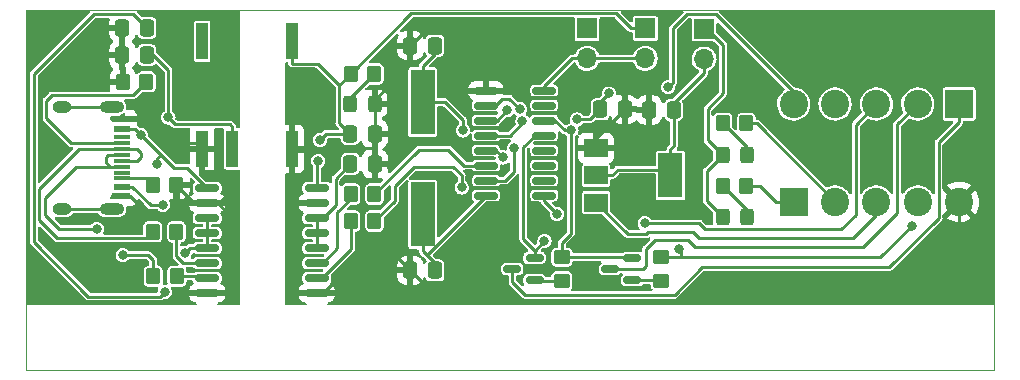
<source format=gbr>
%TF.GenerationSoftware,KiCad,Pcbnew,6.0.11-2627ca5db0~126~ubuntu20.04.1*%
%TF.CreationDate,2024-02-24T21:37:21-05:00*%
%TF.ProjectId,hil00,68696c30-302e-46b6-9963-61645f706362,rev?*%
%TF.SameCoordinates,Original*%
%TF.FileFunction,Copper,L1,Top*%
%TF.FilePolarity,Positive*%
%FSLAX46Y46*%
G04 Gerber Fmt 4.6, Leading zero omitted, Abs format (unit mm)*
G04 Created by KiCad (PCBNEW 6.0.11-2627ca5db0~126~ubuntu20.04.1) date 2024-02-24 21:37:21*
%MOMM*%
%LPD*%
G01*
G04 APERTURE LIST*
G04 Aperture macros list*
%AMRoundRect*
0 Rectangle with rounded corners*
0 $1 Rounding radius*
0 $2 $3 $4 $5 $6 $7 $8 $9 X,Y pos of 4 corners*
0 Add a 4 corners polygon primitive as box body*
4,1,4,$2,$3,$4,$5,$6,$7,$8,$9,$2,$3,0*
0 Add four circle primitives for the rounded corners*
1,1,$1+$1,$2,$3*
1,1,$1+$1,$4,$5*
1,1,$1+$1,$6,$7*
1,1,$1+$1,$8,$9*
0 Add four rect primitives between the rounded corners*
20,1,$1+$1,$2,$3,$4,$5,0*
20,1,$1+$1,$4,$5,$6,$7,0*
20,1,$1+$1,$6,$7,$8,$9,0*
20,1,$1+$1,$8,$9,$2,$3,0*%
G04 Aperture macros list end*
%TA.AperFunction,Profile*%
%ADD10C,0.100000*%
%TD*%
%TA.AperFunction,SMDPad,CuDef*%
%ADD11RoundRect,0.250000X0.350000X0.450000X-0.350000X0.450000X-0.350000X-0.450000X0.350000X-0.450000X0*%
%TD*%
%TA.AperFunction,SMDPad,CuDef*%
%ADD12RoundRect,0.250000X-0.337500X-0.475000X0.337500X-0.475000X0.337500X0.475000X-0.337500X0.475000X0*%
%TD*%
%TA.AperFunction,SMDPad,CuDef*%
%ADD13RoundRect,0.250000X0.325000X0.450000X-0.325000X0.450000X-0.325000X-0.450000X0.325000X-0.450000X0*%
%TD*%
%TA.AperFunction,SMDPad,CuDef*%
%ADD14R,2.000000X5.500000*%
%TD*%
%TA.AperFunction,SMDPad,CuDef*%
%ADD15RoundRect,0.250000X-0.350000X-0.450000X0.350000X-0.450000X0.350000X0.450000X-0.350000X0.450000X0*%
%TD*%
%TA.AperFunction,SMDPad,CuDef*%
%ADD16RoundRect,0.150000X-0.875000X-0.150000X0.875000X-0.150000X0.875000X0.150000X-0.875000X0.150000X0*%
%TD*%
%TA.AperFunction,SMDPad,CuDef*%
%ADD17RoundRect,0.250000X0.337500X0.475000X-0.337500X0.475000X-0.337500X-0.475000X0.337500X-0.475000X0*%
%TD*%
%TA.AperFunction,SMDPad,CuDef*%
%ADD18R,1.450000X0.600000*%
%TD*%
%TA.AperFunction,SMDPad,CuDef*%
%ADD19R,1.450000X0.300000*%
%TD*%
%TA.AperFunction,ComponentPad*%
%ADD20O,1.600000X1.000000*%
%TD*%
%TA.AperFunction,ComponentPad*%
%ADD21O,2.100000X1.000000*%
%TD*%
%TA.AperFunction,SMDPad,CuDef*%
%ADD22RoundRect,0.150000X0.587500X0.150000X-0.587500X0.150000X-0.587500X-0.150000X0.587500X-0.150000X0*%
%TD*%
%TA.AperFunction,ComponentPad*%
%ADD23R,2.400000X2.400000*%
%TD*%
%TA.AperFunction,ComponentPad*%
%ADD24C,2.400000*%
%TD*%
%TA.AperFunction,SMDPad,CuDef*%
%ADD25RoundRect,0.250000X-0.450000X0.350000X-0.450000X-0.350000X0.450000X-0.350000X0.450000X0.350000X0*%
%TD*%
%TA.AperFunction,SMDPad,CuDef*%
%ADD26RoundRect,0.150000X-0.825000X-0.150000X0.825000X-0.150000X0.825000X0.150000X-0.825000X0.150000X0*%
%TD*%
%TA.AperFunction,ComponentPad*%
%ADD27R,1.700000X1.700000*%
%TD*%
%TA.AperFunction,ComponentPad*%
%ADD28O,1.700000X1.700000*%
%TD*%
%TA.AperFunction,SMDPad,CuDef*%
%ADD29R,2.000000X1.500000*%
%TD*%
%TA.AperFunction,SMDPad,CuDef*%
%ADD30R,2.000000X3.800000*%
%TD*%
%TA.AperFunction,SMDPad,CuDef*%
%ADD31R,1.000000X3.100000*%
%TD*%
%TA.AperFunction,ViaPad*%
%ADD32C,0.800000*%
%TD*%
%TA.AperFunction,Conductor*%
%ADD33C,0.250000*%
%TD*%
G04 APERTURE END LIST*
D10*
X100000000Y-130500000D02*
X182000000Y-130500000D01*
X100000000Y-100000000D02*
X100000000Y-130500000D01*
X182000000Y-130500000D02*
X182000000Y-100000000D01*
X100000000Y-100000000D02*
X182000000Y-100000000D01*
D11*
%TO.P,R6,1*%
%TO.N,Net-(R6-Pad1)*%
X129524000Y-115570000D03*
%TO.P,R6,2*%
%TO.N,Net-(R6-Pad2)*%
X127524000Y-115570000D03*
%TD*%
%TO.P,R7,1*%
%TO.N,Net-(D1-Pad2)*%
X129508000Y-105410000D03*
%TO.P,R7,2*%
%TO.N,+5V*%
X127508000Y-105410000D03*
%TD*%
%TO.P,R5,1*%
%TO.N,Net-(R5-Pad1)*%
X129524000Y-117856000D03*
%TO.P,R5,2*%
%TO.N,Net-(R5-Pad2)*%
X127524000Y-117856000D03*
%TD*%
D12*
%TO.P,C4,1*%
%TO.N,+5V*%
X127486500Y-110490000D03*
%TO.P,C4,2*%
%TO.N,GND2*%
X129561500Y-110490000D03*
%TD*%
D13*
%TO.P,D2,1,K*%
%TO.N,Net-(D2-Pad1)*%
X161045000Y-112300000D03*
%TO.P,D2,2,A*%
%TO.N,VCC*%
X158995000Y-112300000D03*
%TD*%
D14*
%TO.P,Y1,1,1*%
%TO.N,Net-(C7-Pad1)*%
X133604000Y-107800000D03*
%TO.P,Y1,2,2*%
%TO.N,Net-(C8-Pad1)*%
X133604000Y-117300000D03*
%TD*%
D11*
%TO.P,R3,1*%
%TO.N,Net-(R3-Pad1)*%
X112760000Y-118755000D03*
%TO.P,R3,2*%
%TO.N,Net-(J1-PadA7)*%
X110760000Y-118755000D03*
%TD*%
D15*
%TO.P,R1,1*%
%TO.N,Net-(J1-PadB5)*%
X110760000Y-114808000D03*
%TO.P,R1,2*%
%TO.N,GND1*%
X112760000Y-114808000D03*
%TD*%
D16*
%TO.P,U1,1,VBUS1*%
%TO.N,Net-(C1-Pad1)*%
X115350000Y-115055000D03*
%TO.P,U1,2,GND1*%
%TO.N,GND1*%
X115350000Y-116325000D03*
%TO.P,U1,3,VDD1*%
%TO.N,Net-(C2-Pad1)*%
X115350000Y-117595000D03*
%TO.P,U1,4,PDEN*%
X115350000Y-118865000D03*
%TO.P,U1,5,SPU*%
X115350000Y-120135000D03*
%TO.P,U1,6,UD-*%
%TO.N,Net-(R3-Pad1)*%
X115350000Y-121405000D03*
%TO.P,U1,7,UD+*%
%TO.N,Net-(R4-Pad1)*%
X115350000Y-122675000D03*
%TO.P,U1,8,GND1*%
%TO.N,GND1*%
X115350000Y-123945000D03*
%TO.P,U1,9,GND2*%
%TO.N,GND2*%
X124650000Y-123945000D03*
%TO.P,U1,10,DD+*%
%TO.N,Net-(R5-Pad2)*%
X124650000Y-122675000D03*
%TO.P,U1,11,DD-*%
%TO.N,Net-(R6-Pad2)*%
X124650000Y-121405000D03*
%TO.P,U1,12,PIN*%
%TO.N,Net-(C3-Pad1)*%
X124650000Y-120135000D03*
%TO.P,U1,13,SPD*%
X124650000Y-118865000D03*
%TO.P,U1,14,VDD2*%
X124650000Y-117595000D03*
%TO.P,U1,15,GND2*%
%TO.N,GND2*%
X124650000Y-116325000D03*
%TO.P,U1,16,VBUS2*%
%TO.N,+5V*%
X124650000Y-115055000D03*
%TD*%
D17*
%TO.P,C1,1*%
%TO.N,Net-(C1-Pad1)*%
X110257500Y-103800000D03*
%TO.P,C1,2*%
%TO.N,GND1*%
X108182500Y-103800000D03*
%TD*%
D18*
%TO.P,J1,A1,GND*%
%TO.N,GND1*%
X108185000Y-109250000D03*
%TO.P,J1,A4,VBUS*%
%TO.N,Net-(C1-Pad1)*%
X108185000Y-110050000D03*
D19*
%TO.P,J1,A5,CC1*%
%TO.N,Net-(J1-PadA5)*%
X108185000Y-111250000D03*
%TO.P,J1,A6,D+*%
%TO.N,Net-(J1-PadA6)*%
X108185000Y-112250000D03*
%TO.P,J1,A7,D-*%
%TO.N,Net-(J1-PadA7)*%
X108185000Y-112750000D03*
%TO.P,J1,A8,SBU1*%
%TO.N,unconnected-(J1-PadA8)*%
X108185000Y-113750000D03*
D18*
%TO.P,J1,A9,VBUS*%
%TO.N,Net-(C1-Pad1)*%
X108185000Y-114950000D03*
%TO.P,J1,A12,GND*%
%TO.N,GND1*%
X108185000Y-115750000D03*
%TO.P,J1,B1,GND*%
X108185000Y-115750000D03*
%TO.P,J1,B4,VBUS*%
%TO.N,Net-(C1-Pad1)*%
X108185000Y-114950000D03*
D19*
%TO.P,J1,B5,CC2*%
%TO.N,Net-(J1-PadB5)*%
X108185000Y-114250000D03*
%TO.P,J1,B6,D+*%
%TO.N,Net-(J1-PadA6)*%
X108185000Y-113250000D03*
%TO.P,J1,B7,D-*%
%TO.N,Net-(J1-PadA7)*%
X108185000Y-111750000D03*
%TO.P,J1,B8,SBU2*%
%TO.N,unconnected-(J1-PadB8)*%
X108185000Y-110750000D03*
D18*
%TO.P,J1,B9,VBUS*%
%TO.N,Net-(C1-Pad1)*%
X108185000Y-110050000D03*
%TO.P,J1,B12,GND*%
%TO.N,GND1*%
X108185000Y-109250000D03*
D20*
%TO.P,J1,S1,SHIELD*%
%TO.N,unconnected-(J1-PadS1)*%
X103090000Y-108180000D03*
D21*
X107270000Y-108180000D03*
X107270000Y-116820000D03*
D20*
X103090000Y-116820000D03*
%TD*%
D17*
%TO.P,C2,1*%
%TO.N,Net-(C2-Pad1)*%
X110257500Y-101500000D03*
%TO.P,C2,2*%
%TO.N,GND1*%
X108182500Y-101500000D03*
%TD*%
D22*
%TO.P,Q2,1,B*%
%TO.N,Net-(Q2-Pad1)*%
X143075900Y-122870000D03*
%TO.P,Q2,2,E*%
%TO.N,/DTR*%
X143075900Y-120970000D03*
%TO.P,Q2,3,C*%
%TO.N,/IO0*%
X141200900Y-121920000D03*
%TD*%
D13*
%TO.P,D1,1,K*%
%TO.N,GND2*%
X129533000Y-107950000D03*
%TO.P,D1,2,A*%
%TO.N,Net-(D1-Pad2)*%
X127483000Y-107950000D03*
%TD*%
D17*
%TO.P,C5,1*%
%TO.N,+3.3V*%
X154859900Y-108458000D03*
%TO.P,C5,2*%
%TO.N,GND2*%
X152784900Y-108458000D03*
%TD*%
D23*
%TO.P,J3,1,Pin_1*%
%TO.N,/TX*%
X165019200Y-116232000D03*
D24*
%TO.P,J3,2,Pin_2*%
%TO.N,/RX*%
X168519200Y-116232000D03*
%TO.P,J3,3,Pin_3*%
%TO.N,+5V*%
X172019200Y-116232000D03*
%TO.P,J3,4,Pin_4*%
%TO.N,+3.3V*%
X175519200Y-116232000D03*
%TO.P,J3,5,Pin_5*%
%TO.N,GND2*%
X179019200Y-116232000D03*
%TD*%
D25*
%TO.P,R9,1*%
%TO.N,/DTR*%
X153822400Y-120920000D03*
%TO.P,R9,2*%
%TO.N,Net-(Q1-Pad1)*%
X153822400Y-122920000D03*
%TD*%
D26*
%TO.P,U3,1,GND*%
%TO.N,GND2*%
X138952200Y-106807000D03*
%TO.P,U3,2,TXD*%
%TO.N,/TX*%
X138952200Y-108077000D03*
%TO.P,U3,3,RXD*%
%TO.N,/RX*%
X138952200Y-109347000D03*
%TO.P,U3,4,V3*%
%TO.N,Net-(C6-Pad1)*%
X138952200Y-110617000D03*
%TO.P,U3,5,UD+*%
%TO.N,Net-(R5-Pad1)*%
X138952200Y-111887000D03*
%TO.P,U3,6,UD-*%
%TO.N,Net-(R6-Pad1)*%
X138952200Y-113157000D03*
%TO.P,U3,7,XI*%
%TO.N,Net-(C7-Pad1)*%
X138952200Y-114427000D03*
%TO.P,U3,8,XO*%
%TO.N,Net-(C8-Pad1)*%
X138952200Y-115697000D03*
%TO.P,U3,9,~{CTS}*%
%TO.N,/CTS*%
X143902200Y-115697000D03*
%TO.P,U3,10,~{DSR}*%
%TO.N,unconnected-(U3-Pad10)*%
X143902200Y-114427000D03*
%TO.P,U3,11,~{RI}*%
%TO.N,unconnected-(U3-Pad11)*%
X143902200Y-113157000D03*
%TO.P,U3,12,~{DCD}*%
%TO.N,unconnected-(U3-Pad12)*%
X143902200Y-111887000D03*
%TO.P,U3,13,~{DTR}*%
%TO.N,/DTR*%
X143902200Y-110617000D03*
%TO.P,U3,14,~{RTS}*%
%TO.N,/RTS*%
X143902200Y-109347000D03*
%TO.P,U3,15,R232*%
%TO.N,unconnected-(U3-Pad15)*%
X143902200Y-108077000D03*
%TO.P,U3,16,VCC*%
%TO.N,VCC*%
X143902200Y-106807000D03*
%TD*%
D11*
%TO.P,R2,1*%
%TO.N,Net-(J1-PadA5)*%
X110220000Y-106072000D03*
%TO.P,R2,2*%
%TO.N,GND1*%
X108220000Y-106072000D03*
%TD*%
D23*
%TO.P,J2,1,Pin_1*%
%TO.N,/IO0*%
X179019200Y-107950000D03*
D24*
%TO.P,J2,2,Pin_2*%
%TO.N,/EN*%
X175519200Y-107950000D03*
%TO.P,J2,3,Pin_3*%
%TO.N,/CTS*%
X172019200Y-107950000D03*
%TO.P,J2,4,Pin_4*%
%TO.N,/DTR*%
X168519200Y-107950000D03*
%TO.P,J2,5,Pin_5*%
%TO.N,/RTS*%
X165019200Y-107950000D03*
%TD*%
D27*
%TO.P,RJ3,1,Pin_1*%
%TO.N,Net-(C6-Pad1)*%
X147523200Y-101544200D03*
D28*
%TO.P,RJ3,2,Pin_2*%
%TO.N,VCC*%
X147523200Y-104084200D03*
%TD*%
D29*
%TO.P,U2,1,GND*%
%TO.N,GND2*%
X148284800Y-111695200D03*
%TO.P,U2,2,VO*%
%TO.N,+3.3V*%
X148284800Y-113995200D03*
D30*
X154584800Y-113995200D03*
D29*
%TO.P,U2,3,VI*%
%TO.N,+5V*%
X148284800Y-116295200D03*
%TD*%
D27*
%TO.P,RJ2,1,Pin_1*%
%TO.N,+5V*%
X152450800Y-101549200D03*
D28*
%TO.P,RJ2,2,Pin_2*%
%TO.N,VCC*%
X152450800Y-104089200D03*
%TD*%
D12*
%TO.P,C3,1*%
%TO.N,Net-(C3-Pad1)*%
X127486500Y-113010000D03*
%TO.P,C3,2*%
%TO.N,GND2*%
X129561500Y-113010000D03*
%TD*%
D17*
%TO.P,C8,1*%
%TO.N,Net-(C8-Pad1)*%
X134641500Y-122037000D03*
%TO.P,C8,2*%
%TO.N,GND2*%
X132566500Y-122037000D03*
%TD*%
D27*
%TO.P,RJ1,1,Pin_1*%
%TO.N,VCC*%
X157429200Y-101595000D03*
D28*
%TO.P,RJ1,2,Pin_2*%
%TO.N,+3.3V*%
X157429200Y-104135000D03*
%TD*%
D11*
%TO.P,R4,1*%
%TO.N,Net-(R4-Pad1)*%
X112800000Y-122545000D03*
%TO.P,R4,2*%
%TO.N,Net-(J1-PadA6)*%
X110800000Y-122545000D03*
%TD*%
D17*
%TO.P,C7,1*%
%TO.N,Net-(C7-Pad1)*%
X134641500Y-103007000D03*
%TO.P,C7,2*%
%TO.N,GND2*%
X132566500Y-103007000D03*
%TD*%
D31*
%TO.P,PS1,1,GND*%
%TO.N,GND1*%
X114940000Y-111750000D03*
%TO.P,PS1,2,Vin*%
%TO.N,Net-(C1-Pad1)*%
X117480000Y-111750000D03*
%TO.P,PS1,4,0V*%
%TO.N,GND2*%
X122560000Y-111750000D03*
%TO.P,PS1,5,+Vo*%
%TO.N,+5V*%
X122560000Y-102650000D03*
%TO.P,PS1,8,NC*%
%TO.N,unconnected-(PS1-Pad8)*%
X114940000Y-102650000D03*
%TD*%
D25*
%TO.P,R10,1*%
%TO.N,/RTS*%
X145389600Y-120920000D03*
%TO.P,R10,2*%
%TO.N,Net-(Q2-Pad1)*%
X145389600Y-122920000D03*
%TD*%
D15*
%TO.P,R11,1*%
%TO.N,Net-(D3-Pad1)*%
X159020000Y-114900000D03*
%TO.P,R11,2*%
%TO.N,/TX*%
X161020000Y-114900000D03*
%TD*%
D12*
%TO.P,C6,1*%
%TO.N,Net-(C6-Pad1)*%
X148619300Y-108407200D03*
%TO.P,C6,2*%
%TO.N,GND2*%
X150694300Y-108407200D03*
%TD*%
D11*
%TO.P,R8,1*%
%TO.N,/RX*%
X161020000Y-109600000D03*
%TO.P,R8,2*%
%TO.N,Net-(D2-Pad1)*%
X159020000Y-109600000D03*
%TD*%
D13*
%TO.P,D3,1,K*%
%TO.N,Net-(D3-Pad1)*%
X161045000Y-117500000D03*
%TO.P,D3,2,A*%
%TO.N,VCC*%
X158995000Y-117500000D03*
%TD*%
D22*
%TO.P,Q1,1,B*%
%TO.N,Net-(Q1-Pad1)*%
X151356300Y-122870000D03*
%TO.P,Q1,2,E*%
%TO.N,/RTS*%
X151356300Y-120970000D03*
%TO.P,Q1,3,C*%
%TO.N,/EN*%
X149481300Y-121920000D03*
%TD*%
D32*
%TO.N,Net-(C1-Pad1)*%
X111150400Y-113030000D03*
X112077600Y-109089700D03*
X109775800Y-110590400D03*
X111607600Y-116471100D03*
%TO.N,GND1*%
X100584000Y-103479600D03*
X117602000Y-124510800D03*
X113284000Y-124510800D03*
X106527600Y-103886000D03*
X117703600Y-114147600D03*
X117703600Y-100431600D03*
X100584000Y-124510800D03*
X117703600Y-108864400D03*
X100584000Y-120802400D03*
X117703600Y-119227600D03*
X113284000Y-100431600D03*
X100584000Y-100431600D03*
X111302800Y-107696000D03*
%TO.N,Net-(C2-Pad1)*%
X113502849Y-120530051D03*
X111760000Y-123850400D03*
%TO.N,GND2*%
X131673600Y-118973600D03*
X160578800Y-124460000D03*
X145796000Y-106832400D03*
X170484800Y-124460000D03*
X160578800Y-100482400D03*
X181508400Y-100482400D03*
X130899301Y-113170101D03*
X170484800Y-100482400D03*
X142798800Y-105054400D03*
X181508400Y-124460000D03*
X181508400Y-112115600D03*
%TO.N,Net-(C7-Pad1)*%
X141325600Y-111709200D03*
X137007600Y-110185200D03*
%TO.N,Net-(J1-PadA6)*%
X106019600Y-118516400D03*
X108204000Y-120751600D03*
%TO.N,Net-(C6-Pad1)*%
X146651123Y-109257500D03*
X149367400Y-107059100D03*
X142050100Y-109384912D03*
%TO.N,/TX*%
X141850486Y-108389512D03*
%TO.N,/RX*%
X140730100Y-108485300D03*
%TO.N,/RTS*%
X146197000Y-110179800D03*
X154385899Y-106532299D03*
%TO.N,/DTR*%
X175007400Y-118264300D03*
X155346400Y-120206100D03*
X143916400Y-119532400D03*
%TO.N,/CTS*%
X144983200Y-117246400D03*
X152400000Y-118059200D03*
%TO.N,Net-(R5-Pad1)*%
X136906000Y-115011200D03*
X140411200Y-112471200D03*
%TO.N,+5V*%
X124917200Y-110984700D03*
X124764800Y-112776000D03*
%TD*%
D33*
%TO.N,Net-(C1-Pad1)*%
X117480000Y-109874700D02*
X117282500Y-109677200D01*
X111428900Y-112243500D02*
X112545500Y-113360100D01*
X111150400Y-113030000D02*
X111150400Y-112522000D01*
X111150400Y-112522000D02*
X111428900Y-112243500D01*
X109235400Y-110050000D02*
X109235300Y-110050000D01*
X112665100Y-109677200D02*
X112077600Y-109089700D01*
X109006400Y-114950000D02*
X108185000Y-114950000D01*
X113655100Y-113360100D02*
X115350000Y-115055000D01*
X117480000Y-111750000D02*
X117480000Y-109874700D01*
X112077600Y-109089700D02*
X112077600Y-105067200D01*
X112077600Y-105067200D02*
X110810400Y-103800000D01*
X111607600Y-116471100D02*
X111543500Y-116535200D01*
X112545500Y-113360100D02*
X113655100Y-113360100D01*
X110591600Y-116535200D02*
X109006400Y-114950000D01*
X109775800Y-110590400D02*
X111428900Y-112243500D01*
X117282500Y-109677200D02*
X112665100Y-109677200D01*
X111543500Y-116535200D02*
X110591600Y-116535200D01*
X108185000Y-110050000D02*
X109235300Y-110050000D01*
X110810400Y-103800000D02*
X110257500Y-103800000D01*
X109775800Y-110590400D02*
X109235400Y-110050000D01*
%TO.N,GND1*%
X115350000Y-123945000D02*
X116745400Y-123945000D01*
X116339000Y-116325000D02*
X115790100Y-116325000D01*
X108185000Y-115750000D02*
X108841200Y-115750000D01*
X116223400Y-116325000D02*
X115790100Y-116325000D01*
X112064800Y-117195600D02*
X112909300Y-116351100D01*
X106527600Y-103886000D02*
X108096500Y-103886000D01*
X116745400Y-123945000D02*
X117094000Y-123596400D01*
X111302800Y-110083600D02*
X111302800Y-108813600D01*
X117094000Y-117195600D02*
X116223400Y-116325000D01*
X115790100Y-116325000D02*
X115350000Y-116325000D01*
X111302800Y-109107100D02*
X111159900Y-109250000D01*
X117094000Y-123596400D02*
X117094000Y-117195600D01*
X108841200Y-115750000D02*
X110286800Y-117195600D01*
X112500300Y-111281100D02*
X111302800Y-110083600D01*
X114940000Y-113625300D02*
X116012900Y-113625300D01*
X114940000Y-111750000D02*
X114940000Y-113625300D01*
X111159900Y-109250000D02*
X108185000Y-109250000D01*
X108182500Y-106034500D02*
X108220000Y-106072000D01*
X116012900Y-113625300D02*
X117043200Y-114655600D01*
X108182500Y-103800000D02*
X108182500Y-101500000D01*
X112909300Y-116351100D02*
X112909300Y-114957300D01*
X117043200Y-114655600D02*
X117043200Y-115620800D01*
X114940000Y-111281100D02*
X112500300Y-111281100D01*
X108182500Y-103800000D02*
X108182500Y-106034500D01*
X115350000Y-116325000D02*
X114277000Y-116325000D01*
X117043200Y-115620800D02*
X116339000Y-116325000D01*
X108096500Y-103886000D02*
X108182500Y-103800000D01*
X110286800Y-117195600D02*
X112064800Y-117195600D01*
X114277000Y-116325000D02*
X112909300Y-114957300D01*
X112909300Y-114957300D02*
X112760000Y-114808000D01*
X111302800Y-107696000D02*
X111302800Y-109107100D01*
X114940000Y-111750000D02*
X114940000Y-111281100D01*
%TO.N,Net-(C2-Pad1)*%
X105308400Y-124256800D02*
X100685600Y-119634000D01*
X113502849Y-120530051D02*
X113897900Y-120135000D01*
X111760000Y-123850400D02*
X111353600Y-124256800D01*
X100685600Y-119634000D02*
X100685600Y-105410000D01*
X109087500Y-100330000D02*
X110257500Y-101500000D01*
X100685600Y-105410000D02*
X105765600Y-100330000D01*
X105765600Y-100330000D02*
X109087500Y-100330000D01*
X115350000Y-118865000D02*
X115350000Y-117595000D01*
X111353600Y-124256800D02*
X105308400Y-124256800D01*
X113897900Y-120135000D02*
X115350000Y-120135000D01*
X115350000Y-120135000D02*
X115350000Y-118865000D01*
%TO.N,Net-(C3-Pad1)*%
X124650000Y-118865000D02*
X124650000Y-120135000D01*
X125136800Y-117595000D02*
X124650000Y-117595000D01*
X124650000Y-117595000D02*
X124650000Y-118865000D01*
X126238000Y-116493800D02*
X125136800Y-117595000D01*
X126238000Y-114258500D02*
X126238000Y-116493800D01*
X127486500Y-113010000D02*
X126238000Y-114258500D01*
%TO.N,GND2*%
X135236700Y-101913600D02*
X133659900Y-101913600D01*
X150694300Y-108407200D02*
X150694300Y-107334000D01*
X150694300Y-108407200D02*
X152734100Y-108407200D01*
X124650000Y-116325000D02*
X123233800Y-116325000D01*
X129533000Y-107950000D02*
X129533000Y-107599400D01*
X156819600Y-124561600D02*
X158445200Y-122936000D01*
X123643910Y-111709200D02*
X123391555Y-111961555D01*
X129561500Y-107978500D02*
X129561500Y-110490000D01*
X130343800Y-120303400D02*
X130832900Y-120303400D01*
X129561500Y-111950900D02*
X129561500Y-113010000D01*
X133659900Y-101913600D02*
X132566500Y-103007000D01*
X123233800Y-116325000D02*
X122560000Y-115651200D01*
X145796000Y-106832400D02*
X147218400Y-106832400D01*
X130832900Y-120303400D02*
X132566500Y-122037000D01*
X147718900Y-106331900D02*
X148023700Y-106331900D01*
X131673600Y-118973600D02*
X130343800Y-120303400D01*
X125181300Y-123945000D02*
X128822900Y-120303400D01*
X174599600Y-122936000D02*
X179019200Y-118516400D01*
X179019200Y-118516400D02*
X179019200Y-116232000D01*
X122771555Y-111961555D02*
X122560000Y-111750000D01*
X148284800Y-111695200D02*
X148284800Y-110816700D01*
X142798800Y-105054400D02*
X141046200Y-106807000D01*
X132566500Y-122037000D02*
X135091100Y-124561600D01*
X124650000Y-123945000D02*
X125181300Y-123945000D01*
X148284800Y-110816700D02*
X150694300Y-108407200D01*
X132566500Y-104565900D02*
X132566500Y-103007000D01*
X129561500Y-110490000D02*
X129561500Y-111950900D01*
X129533000Y-107599400D02*
X132566500Y-104565900D01*
X129561500Y-111950900D02*
X129319800Y-111709200D01*
X149692200Y-106331900D02*
X148023700Y-106331900D01*
X148023700Y-106331900D02*
X147771600Y-106331900D01*
X130899301Y-113170101D02*
X130739200Y-113010000D01*
X129533000Y-107950000D02*
X129561500Y-107978500D01*
X138952200Y-105629100D02*
X135236700Y-101913600D01*
X135091100Y-124561600D02*
X156819600Y-124561600D01*
X147218400Y-106832400D02*
X147718900Y-106331900D01*
X128822900Y-120303400D02*
X130343800Y-120303400D01*
X141046200Y-106807000D02*
X138952200Y-106807000D01*
X129319800Y-111709200D02*
X123643910Y-111709200D01*
X152734100Y-108407200D02*
X152784900Y-108458000D01*
X158445200Y-122936000D02*
X174599600Y-122936000D01*
X138952200Y-106807000D02*
X138952200Y-105629100D01*
X150694300Y-107334000D02*
X149692200Y-106331900D01*
X123391555Y-111961555D02*
X122771555Y-111961555D01*
X130739200Y-113010000D02*
X129561500Y-113010000D01*
X122560000Y-115651200D02*
X122560000Y-111750000D01*
%TO.N,Net-(C7-Pad1)*%
X141325600Y-111709200D02*
X141325600Y-113690400D01*
X135486000Y-107800000D02*
X133604000Y-107800000D01*
X140589000Y-114427000D02*
X138952200Y-114427000D01*
X137007600Y-110185200D02*
X137007600Y-109321600D01*
X134641500Y-103007000D02*
X134641500Y-103687200D01*
X133604000Y-107800000D02*
X133604000Y-104724700D01*
X137007600Y-109321600D02*
X135486000Y-107800000D01*
X141325600Y-113690400D02*
X140589000Y-114427000D01*
X134641500Y-103687200D02*
X133604000Y-104724700D01*
%TO.N,Net-(D1-Pad2)*%
X127483000Y-107950000D02*
X127483000Y-107435000D01*
X127483000Y-107435000D02*
X129508000Y-105410000D01*
%TO.N,Net-(D2-Pad1)*%
X161045000Y-111625000D02*
X159020000Y-109600000D01*
X161045000Y-112300000D02*
X161045000Y-111625000D01*
%TO.N,VCC*%
X158995000Y-117500000D02*
X157683200Y-116188200D01*
X147523200Y-104084200D02*
X148698500Y-104084200D01*
X157734000Y-111039000D02*
X157734000Y-108356400D01*
X159054800Y-102971600D02*
X157678200Y-101595000D01*
X159054800Y-107035600D02*
X159054800Y-102971600D01*
X147523200Y-104084200D02*
X146258200Y-104084200D01*
X157678200Y-101595000D02*
X157429200Y-101595000D01*
X158995000Y-112300000D02*
X157734000Y-111039000D01*
X143902200Y-106440200D02*
X143902200Y-106807000D01*
X157683200Y-113611800D02*
X158995000Y-112300000D01*
X157734000Y-108356400D02*
X159054800Y-107035600D01*
X152450800Y-104089200D02*
X148703500Y-104089200D01*
X157683200Y-116188200D02*
X157683200Y-113611800D01*
X146258200Y-104084200D02*
X143902200Y-106440200D01*
X148703500Y-104089200D02*
X148698500Y-104084200D01*
%TO.N,Net-(J1-PadA5)*%
X101752400Y-107655950D02*
X101752400Y-109169200D01*
X101752400Y-109169200D02*
X103833200Y-111250000D01*
X110220000Y-106072000D02*
X109072200Y-107219800D01*
X109072200Y-107219800D02*
X102188550Y-107219800D01*
X102188550Y-107219800D02*
X101752400Y-107655950D01*
X103833200Y-111250000D02*
X108185000Y-111250000D01*
%TO.N,Net-(J1-PadA6)*%
X106781600Y-112471200D02*
X106781600Y-112896900D01*
X108204000Y-120751600D02*
X110388400Y-120751600D01*
X108185000Y-112250000D02*
X107002800Y-112250000D01*
X102819200Y-118516400D02*
X101650800Y-117348000D01*
X101650800Y-115874800D02*
X104275600Y-113250000D01*
X110800000Y-121163200D02*
X110800000Y-122545000D01*
X110388400Y-120751600D02*
X110800000Y-121163200D01*
X106781600Y-112896900D02*
X107134700Y-113250000D01*
X101650800Y-117348000D02*
X101650800Y-115874800D01*
X108185000Y-113250000D02*
X107134700Y-113250000D01*
X104275600Y-113250000D02*
X107134700Y-113250000D01*
X106019600Y-118516400D02*
X102819200Y-118516400D01*
X107002800Y-112250000D02*
X106781600Y-112471200D01*
%TO.N,Net-(J1-PadA7)*%
X109413200Y-111750000D02*
X109778800Y-112115600D01*
X101142800Y-117805200D02*
X101142800Y-115112800D01*
X109778800Y-112420400D02*
X109449200Y-112750000D01*
X101142800Y-115112800D02*
X104505600Y-111750000D01*
X109449200Y-112750000D02*
X108185000Y-112750000D01*
X104505600Y-111750000D02*
X108185000Y-111750000D01*
X109778800Y-112115600D02*
X109778800Y-112420400D01*
X108185000Y-111750000D02*
X109413200Y-111750000D01*
X110185800Y-119329200D02*
X102666800Y-119329200D01*
X110760000Y-118755000D02*
X110185800Y-119329200D01*
X102666800Y-119329200D02*
X101142800Y-117805200D01*
%TO.N,Net-(J1-PadB5)*%
X108185000Y-114250000D02*
X110202000Y-114250000D01*
X110202000Y-114250000D02*
X110760000Y-114808000D01*
%TO.N,unconnected-(J1-PadS1)*%
X103090000Y-116820000D02*
X107270000Y-116820000D01*
X107270000Y-108180000D02*
X103090000Y-108180000D01*
%TO.N,Net-(C6-Pad1)*%
X140983400Y-110617000D02*
X142050100Y-109550300D01*
X142050100Y-109550300D02*
X142050100Y-109384912D01*
X140983400Y-110617000D02*
X138952200Y-110617000D01*
X147769000Y-109257500D02*
X148619300Y-108407200D01*
X148619300Y-107807200D02*
X148619300Y-108407200D01*
X146651123Y-109257500D02*
X147769000Y-109257500D01*
X149367400Y-107059100D02*
X148619300Y-107807200D01*
%TO.N,/TX*%
X165019200Y-116232000D02*
X163493900Y-116232000D01*
X141850486Y-108389512D02*
X140953774Y-107492800D01*
X140953774Y-107492800D02*
X140329400Y-107492800D01*
X161020000Y-114900000D02*
X162161900Y-114900000D01*
X139745200Y-108077000D02*
X138952200Y-108077000D01*
X140329400Y-107492800D02*
X139745200Y-108077000D01*
X162161900Y-114900000D02*
X163493900Y-116232000D01*
%TO.N,/IO0*%
X157276800Y-121767600D02*
X154932800Y-124111600D01*
X179019200Y-109475300D02*
X177292000Y-111202500D01*
X173126400Y-121767600D02*
X157276800Y-121767600D01*
X177292000Y-111202500D02*
X177292000Y-117602000D01*
X177292000Y-117602000D02*
X173126400Y-121767600D01*
X179019200Y-107950000D02*
X179019200Y-109475300D01*
X141200900Y-123014500D02*
X141200900Y-121920000D01*
X154932800Y-124111600D02*
X142298000Y-124111600D01*
X142298000Y-124111600D02*
X141200900Y-123014500D01*
%TO.N,/EN*%
X153264100Y-119481100D02*
X152534500Y-120210700D01*
X152534500Y-120210700D02*
X152534500Y-121633100D01*
X156667200Y-120091200D02*
X156057100Y-119481100D01*
X152534500Y-121633100D02*
X152247600Y-121920000D01*
X175519200Y-107950000D02*
X173784200Y-109685000D01*
X170891200Y-120091200D02*
X156667200Y-120091200D01*
X173784200Y-117198200D02*
X170891200Y-120091200D01*
X152247600Y-121920000D02*
X149481300Y-121920000D01*
X156057100Y-119481100D02*
X153264100Y-119481100D01*
X173784200Y-109685000D02*
X173784200Y-117198200D01*
%TO.N,/RX*%
X139868400Y-109347000D02*
X138952200Y-109347000D01*
X140730100Y-108485300D02*
X139868400Y-109347000D01*
X161020000Y-109600000D02*
X161887200Y-109600000D01*
X161887200Y-109600000D02*
X168519200Y-116232000D01*
%TO.N,/RTS*%
X154787600Y-106130598D02*
X154787600Y-101549200D01*
X146197000Y-110179800D02*
X145638200Y-110179800D01*
X146151600Y-118922800D02*
X146151600Y-110225200D01*
X145389600Y-120920000D02*
X145389600Y-119684800D01*
X154787600Y-101549200D02*
X156006800Y-100330000D01*
X146151600Y-110225200D02*
X146197000Y-110179800D01*
X144805400Y-109347000D02*
X143902200Y-109347000D01*
X156006800Y-100330000D02*
X158403100Y-100330000D01*
X154385899Y-106532299D02*
X154787600Y-106130598D01*
X151306300Y-120920000D02*
X145389600Y-120920000D01*
X165019200Y-106946100D02*
X165019200Y-107950000D01*
X145638200Y-110179800D02*
X144805400Y-109347000D01*
X158403100Y-100330000D02*
X165019200Y-106946100D01*
X151356300Y-120970000D02*
X151306300Y-120920000D01*
X145389600Y-119684800D02*
X146151600Y-118922800D01*
%TO.N,Net-(Q1-Pad1)*%
X153772400Y-122870000D02*
X153822400Y-122920000D01*
X151356300Y-122870000D02*
X153772400Y-122870000D01*
%TO.N,/DTR*%
X142121500Y-111573700D02*
X142121500Y-119413900D01*
X175007400Y-118264300D02*
X172351700Y-120920000D01*
X142121500Y-119413900D02*
X143052800Y-120345200D01*
X143075900Y-120372900D02*
X143916400Y-119532400D01*
X155482800Y-120920000D02*
X153822400Y-120920000D01*
X172351700Y-120920000D02*
X155482800Y-120920000D01*
X143078200Y-110617000D02*
X142121500Y-111573700D01*
X143075900Y-120970000D02*
X143075900Y-120372900D01*
X143902200Y-110617000D02*
X143078200Y-110617000D01*
X155482800Y-120342500D02*
X155482800Y-120920000D01*
X155346400Y-120206100D02*
X155482800Y-120342500D01*
%TO.N,Net-(Q2-Pad1)*%
X143125900Y-122920000D02*
X143075900Y-122870000D01*
X145389600Y-122920000D02*
X143125900Y-122920000D01*
%TO.N,/CTS*%
X143902200Y-116165400D02*
X143902200Y-115697000D01*
X172019200Y-107950000D02*
X170269200Y-109700000D01*
X169052400Y-118526400D02*
X157490000Y-118526400D01*
X170269200Y-117309600D02*
X169052400Y-118526400D01*
X157022800Y-118059200D02*
X152400000Y-118059200D01*
X157490000Y-118526400D02*
X157022800Y-118059200D01*
X144983200Y-117246400D02*
X143902200Y-116165400D01*
X170269200Y-109700000D02*
X170269200Y-117309600D01*
%TO.N,Net-(R3-Pad1)*%
X112760000Y-120811800D02*
X112760000Y-118755000D01*
X115350000Y-121405000D02*
X113353200Y-121405000D01*
X113353200Y-121405000D02*
X112760000Y-120811800D01*
%TO.N,Net-(R4-Pad1)*%
X112800000Y-122545000D02*
X115220000Y-122545000D01*
X115220000Y-122545000D02*
X115350000Y-122675000D01*
%TO.N,Net-(R5-Pad1)*%
X139827000Y-111887000D02*
X140411200Y-112471200D01*
X131233900Y-114892100D02*
X131233900Y-116146100D01*
X136194800Y-113284000D02*
X132842000Y-113284000D01*
X136906000Y-115011200D02*
X136906000Y-113995200D01*
X131233900Y-116146100D02*
X129524000Y-117856000D01*
X132842000Y-113284000D02*
X131233900Y-114892100D01*
X138952200Y-111887000D02*
X139827000Y-111887000D01*
X136906000Y-113995200D02*
X136194800Y-113284000D01*
%TO.N,Net-(R5-Pad2)*%
X124650000Y-122675000D02*
X125082700Y-122675000D01*
X127524000Y-120233700D02*
X127524000Y-117856000D01*
X125082700Y-122675000D02*
X127524000Y-120233700D01*
%TO.N,Net-(R6-Pad1)*%
X135788400Y-111810800D02*
X133283200Y-111810800D01*
X133283200Y-111810800D02*
X129524000Y-115570000D01*
X137134600Y-113157000D02*
X135788400Y-111810800D01*
X138952200Y-113157000D02*
X137134600Y-113157000D01*
%TO.N,Net-(R6-Pad2)*%
X126390400Y-120150700D02*
X126390400Y-117094000D01*
X126390400Y-117094000D02*
X127524000Y-115960400D01*
X125136100Y-121405000D02*
X126390400Y-120150700D01*
X124650000Y-121405000D02*
X125136100Y-121405000D01*
X127524000Y-115960400D02*
X127524000Y-115570000D01*
%TO.N,+5V*%
X152510905Y-118973600D02*
X150963200Y-118973600D01*
X172019200Y-116232000D02*
X172019200Y-117337600D01*
X126553900Y-106364100D02*
X127508000Y-105410000D01*
X124650000Y-112890800D02*
X124764800Y-112776000D01*
X132638800Y-100279200D02*
X150005500Y-100279200D01*
X150005500Y-100279200D02*
X151275500Y-101549200D01*
X172019200Y-117337600D02*
X170078400Y-119278400D01*
X122560000Y-104525300D02*
X124715100Y-104525300D01*
X126553900Y-109557400D02*
X126553900Y-106364100D01*
X150963200Y-118973600D02*
X148284800Y-116295200D01*
X151275500Y-101549200D02*
X152450800Y-101549200D01*
X156482400Y-118770400D02*
X152714105Y-118770400D01*
X124917200Y-110984700D02*
X125411900Y-110490000D01*
X124715100Y-104525300D02*
X126553900Y-106364100D01*
X170078400Y-119278400D02*
X156990400Y-119278400D01*
X127508000Y-105410000D02*
X132638800Y-100279200D01*
X122560000Y-102650000D02*
X122560000Y-104525300D01*
X125411900Y-110490000D02*
X127486500Y-110490000D01*
X152714105Y-118770400D02*
X152510905Y-118973600D01*
X127486500Y-110490000D02*
X126553900Y-109557400D01*
X124650000Y-115055000D02*
X124650000Y-112890800D01*
X156990400Y-119278400D02*
X156482400Y-118770400D01*
%TO.N,+3.3V*%
X157429200Y-104135000D02*
X157429200Y-105310300D01*
X154584800Y-113495400D02*
X150109900Y-113495400D01*
X157429200Y-105310300D02*
X154859900Y-107879600D01*
X154859900Y-108458000D02*
X154859900Y-111494800D01*
X154584800Y-113995200D02*
X154584800Y-113495400D01*
X154584800Y-113495400D02*
X154584800Y-111769900D01*
X150109900Y-113495400D02*
X149610100Y-113995200D01*
X154859900Y-111494800D02*
X154584800Y-111769900D01*
X148284800Y-113995200D02*
X149610100Y-113995200D01*
X154859900Y-107879600D02*
X154859900Y-108458000D01*
%TO.N,Net-(D3-Pad1)*%
X161045000Y-117500000D02*
X161045000Y-116925000D01*
X161045000Y-116925000D02*
X159020000Y-114900000D01*
%TO.N,Net-(C8-Pad1)*%
X134641500Y-122037000D02*
X134641500Y-121412800D01*
X133939000Y-120710200D02*
X133604000Y-120375300D01*
X133604000Y-117300000D02*
X133604000Y-120375300D01*
X138952200Y-115697000D02*
X133939000Y-120710200D01*
X134641500Y-121412800D02*
X133939000Y-120710200D01*
%TD*%
%TA.AperFunction,Conductor*%
%TO.N,GND1*%
G36*
X105398205Y-100021002D02*
G01*
X105444698Y-100074658D01*
X105454802Y-100144932D01*
X105425308Y-100209512D01*
X105419179Y-100216095D01*
X100469385Y-105165889D01*
X100461281Y-105173316D01*
X100432406Y-105197545D01*
X100426893Y-105207094D01*
X100413561Y-105230185D01*
X100407655Y-105239456D01*
X100386046Y-105270316D01*
X100383192Y-105280966D01*
X100381715Y-105284134D01*
X100380523Y-105287410D01*
X100375012Y-105296955D01*
X100369062Y-105330699D01*
X100368470Y-105334058D01*
X100366092Y-105344785D01*
X100356336Y-105381193D01*
X100357297Y-105392178D01*
X100357297Y-105392180D01*
X100359620Y-105418728D01*
X100360100Y-105429710D01*
X100360100Y-119614290D01*
X100359620Y-119625272D01*
X100357459Y-119649976D01*
X100356336Y-119662807D01*
X100364019Y-119691478D01*
X100366091Y-119699210D01*
X100368470Y-119709942D01*
X100375012Y-119747045D01*
X100380523Y-119756590D01*
X100381715Y-119759866D01*
X100383192Y-119763034D01*
X100386046Y-119773684D01*
X100407655Y-119804544D01*
X100413561Y-119813815D01*
X100423551Y-119831117D01*
X100432406Y-119846455D01*
X100440851Y-119853541D01*
X100461282Y-119870685D01*
X100469385Y-119878111D01*
X105064299Y-124473025D01*
X105071727Y-124481131D01*
X105095945Y-124509994D01*
X105128584Y-124528838D01*
X105137852Y-124534742D01*
X105168716Y-124556353D01*
X105179362Y-124559206D01*
X105182530Y-124560683D01*
X105185807Y-124561876D01*
X105195355Y-124567388D01*
X105224908Y-124572599D01*
X105232469Y-124573932D01*
X105243203Y-124576312D01*
X105279593Y-124586063D01*
X105290569Y-124585103D01*
X105290572Y-124585103D01*
X105317131Y-124582779D01*
X105328112Y-124582300D01*
X111333890Y-124582300D01*
X111344872Y-124582780D01*
X111371420Y-124585103D01*
X111371422Y-124585103D01*
X111382407Y-124586064D01*
X111418815Y-124576308D01*
X111429542Y-124573930D01*
X111432901Y-124573338D01*
X111466645Y-124567388D01*
X111476190Y-124561877D01*
X111479466Y-124560685D01*
X111482634Y-124559208D01*
X111493284Y-124556354D01*
X111524147Y-124534743D01*
X111533415Y-124528839D01*
X111556506Y-124515507D01*
X111566055Y-124509994D01*
X111581653Y-124491406D01*
X111640761Y-124452080D01*
X111694619Y-124447475D01*
X111751810Y-124455004D01*
X111751812Y-124455004D01*
X111760000Y-124456082D01*
X111768188Y-124455004D01*
X111908574Y-124436522D01*
X111916762Y-124435444D01*
X112062841Y-124374936D01*
X112188282Y-124278682D01*
X112284536Y-124153241D01*
X112345044Y-124007162D01*
X112365682Y-123850400D01*
X112345044Y-123693638D01*
X112314425Y-123619717D01*
X112306836Y-123549129D01*
X112338615Y-123485642D01*
X112399673Y-123449414D01*
X112430834Y-123445500D01*
X113203834Y-123445500D01*
X113221752Y-123443806D01*
X113227722Y-123443242D01*
X113227723Y-123443242D01*
X113235369Y-123442519D01*
X113363184Y-123397634D01*
X113370754Y-123392042D01*
X113370757Y-123392041D01*
X113464579Y-123322742D01*
X113472150Y-123317150D01*
X113502137Y-123276551D01*
X113547041Y-123215757D01*
X113547042Y-123215754D01*
X113552634Y-123208184D01*
X113597519Y-123080369D01*
X113600500Y-123048834D01*
X113600500Y-122996500D01*
X113620502Y-122928379D01*
X113674158Y-122881886D01*
X113726500Y-122870500D01*
X114028342Y-122870500D01*
X114096463Y-122890502D01*
X114141445Y-122940969D01*
X114186068Y-123031855D01*
X114192924Y-123038699D01*
X114216177Y-123105333D01*
X114199614Y-123174370D01*
X114154474Y-123220102D01*
X114075322Y-123266911D01*
X114062896Y-123276551D01*
X113956551Y-123382896D01*
X113946911Y-123395322D01*
X113870352Y-123524779D01*
X113864107Y-123539210D01*
X113825061Y-123673605D01*
X113825101Y-123687706D01*
X113832370Y-123691000D01*
X116861878Y-123691000D01*
X116875409Y-123687027D01*
X116876544Y-123679129D01*
X116835893Y-123539210D01*
X116829648Y-123524779D01*
X116753089Y-123395322D01*
X116743449Y-123382896D01*
X116637104Y-123276551D01*
X116624674Y-123266909D01*
X116545542Y-123220111D01*
X116497089Y-123168218D01*
X116484383Y-123098368D01*
X116507060Y-123038595D01*
X116514293Y-123031350D01*
X116518864Y-123021999D01*
X116518866Y-123021996D01*
X116561240Y-122935306D01*
X116565536Y-122926518D01*
X116575500Y-122858218D01*
X116575500Y-122491782D01*
X116565358Y-122422888D01*
X116513932Y-122318145D01*
X116431350Y-122235707D01*
X116326518Y-122184464D01*
X116296027Y-122180016D01*
X116262744Y-122175160D01*
X116262740Y-122175160D01*
X116258218Y-122174500D01*
X114441782Y-122174500D01*
X114437232Y-122175170D01*
X114437229Y-122175170D01*
X114382574Y-122183216D01*
X114382573Y-122183216D01*
X114372888Y-122184642D01*
X114364096Y-122188959D01*
X114364095Y-122188959D01*
X114328157Y-122206603D01*
X114272627Y-122219500D01*
X113726500Y-122219500D01*
X113658379Y-122199498D01*
X113611886Y-122145842D01*
X113600500Y-122093500D01*
X113600500Y-122041166D01*
X113597519Y-122009631D01*
X113558404Y-121898246D01*
X113554706Y-121827348D01*
X113589926Y-121765704D01*
X113652882Y-121732886D01*
X113677287Y-121730500D01*
X114102532Y-121730500D01*
X114170653Y-121750502D01*
X114191548Y-121767325D01*
X114268650Y-121844293D01*
X114373482Y-121895536D01*
X114392079Y-121898249D01*
X114437256Y-121904840D01*
X114437260Y-121904840D01*
X114441782Y-121905500D01*
X116258218Y-121905500D01*
X116262768Y-121904830D01*
X116262771Y-121904830D01*
X116317426Y-121896784D01*
X116317427Y-121896784D01*
X116327112Y-121895358D01*
X116421804Y-121848867D01*
X116422507Y-121848522D01*
X116422509Y-121848521D01*
X116431855Y-121843932D01*
X116514293Y-121761350D01*
X116565536Y-121656518D01*
X116575500Y-121588218D01*
X116575500Y-121221782D01*
X116565358Y-121152888D01*
X116531796Y-121084529D01*
X116518522Y-121057493D01*
X116518521Y-121057491D01*
X116513932Y-121048145D01*
X116431350Y-120965707D01*
X116420729Y-120960515D01*
X116336002Y-120919100D01*
X116326518Y-120914464D01*
X116284691Y-120908362D01*
X116262744Y-120905160D01*
X116262740Y-120905160D01*
X116258218Y-120904500D01*
X114441782Y-120904500D01*
X114437232Y-120905170D01*
X114437229Y-120905170D01*
X114382574Y-120913216D01*
X114382573Y-120913216D01*
X114372888Y-120914642D01*
X114352107Y-120924845D01*
X114277493Y-120961478D01*
X114277491Y-120961479D01*
X114268145Y-120966068D01*
X114242643Y-120991615D01*
X114191828Y-121042518D01*
X114129545Y-121076597D01*
X114102655Y-121079500D01*
X114093659Y-121079500D01*
X114025538Y-121059498D01*
X113979045Y-121005842D01*
X113968941Y-120935568D01*
X113993697Y-120876796D01*
X114022355Y-120839448D01*
X114022357Y-120839445D01*
X114027385Y-120832892D01*
X114087893Y-120686813D01*
X114089873Y-120671770D01*
X114118593Y-120606845D01*
X114177857Y-120567752D01*
X114248849Y-120566905D01*
X114270128Y-120575016D01*
X114327431Y-120603026D01*
X114373482Y-120625536D01*
X114403973Y-120629984D01*
X114437256Y-120634840D01*
X114437260Y-120634840D01*
X114441782Y-120635500D01*
X116258218Y-120635500D01*
X116262768Y-120634830D01*
X116262771Y-120634830D01*
X116317426Y-120626784D01*
X116317427Y-120626784D01*
X116327112Y-120625358D01*
X116404813Y-120587209D01*
X116422507Y-120578522D01*
X116422509Y-120578521D01*
X116431855Y-120573932D01*
X116514293Y-120491350D01*
X116565536Y-120386518D01*
X116575500Y-120318218D01*
X116575500Y-119951782D01*
X116571465Y-119924369D01*
X116566784Y-119892574D01*
X116566784Y-119892573D01*
X116565358Y-119882888D01*
X116532966Y-119816913D01*
X116518522Y-119787493D01*
X116518521Y-119787491D01*
X116513932Y-119778145D01*
X116444567Y-119708901D01*
X116438721Y-119703065D01*
X116438720Y-119703065D01*
X116431350Y-119695707D01*
X116326518Y-119644464D01*
X116294466Y-119639788D01*
X116262744Y-119635160D01*
X116262740Y-119635160D01*
X116258218Y-119634500D01*
X115801500Y-119634500D01*
X115733379Y-119614498D01*
X115686886Y-119560842D01*
X115675500Y-119508500D01*
X115675500Y-119491500D01*
X115695502Y-119423379D01*
X115749158Y-119376886D01*
X115801500Y-119365500D01*
X116258218Y-119365500D01*
X116262768Y-119364830D01*
X116262771Y-119364830D01*
X116317426Y-119356784D01*
X116317427Y-119356784D01*
X116327112Y-119355358D01*
X116421804Y-119308867D01*
X116422507Y-119308522D01*
X116422509Y-119308521D01*
X116431855Y-119303932D01*
X116514293Y-119221350D01*
X116565536Y-119116518D01*
X116575500Y-119048218D01*
X116575500Y-118681782D01*
X116566871Y-118623162D01*
X116566784Y-118622574D01*
X116566784Y-118622573D01*
X116565358Y-118612888D01*
X116513932Y-118508145D01*
X116431350Y-118425707D01*
X116326518Y-118374464D01*
X116295199Y-118369895D01*
X116262744Y-118365160D01*
X116262740Y-118365160D01*
X116258218Y-118364500D01*
X115801500Y-118364500D01*
X115733379Y-118344498D01*
X115686886Y-118290842D01*
X115675500Y-118238500D01*
X115675500Y-118221500D01*
X115695502Y-118153379D01*
X115749158Y-118106886D01*
X115801500Y-118095500D01*
X116258218Y-118095500D01*
X116262768Y-118094830D01*
X116262771Y-118094830D01*
X116317426Y-118086784D01*
X116317427Y-118086784D01*
X116327112Y-118085358D01*
X116421804Y-118038867D01*
X116422507Y-118038522D01*
X116422509Y-118038521D01*
X116431855Y-118033932D01*
X116514293Y-117951350D01*
X116565536Y-117846518D01*
X116575500Y-117778218D01*
X116575500Y-117411782D01*
X116566871Y-117353162D01*
X116566784Y-117352574D01*
X116566784Y-117352573D01*
X116565358Y-117342888D01*
X116513932Y-117238145D01*
X116507076Y-117231301D01*
X116483823Y-117164667D01*
X116500386Y-117095630D01*
X116545526Y-117049898D01*
X116624678Y-117003089D01*
X116637104Y-116993449D01*
X116743449Y-116887104D01*
X116753089Y-116874678D01*
X116829648Y-116745221D01*
X116835893Y-116730790D01*
X116874939Y-116596395D01*
X116874899Y-116582294D01*
X116867630Y-116579000D01*
X113838122Y-116579000D01*
X113824591Y-116582973D01*
X113823456Y-116590871D01*
X113864107Y-116730790D01*
X113870352Y-116745221D01*
X113946911Y-116874678D01*
X113956551Y-116887104D01*
X114062896Y-116993449D01*
X114075326Y-117003091D01*
X114154458Y-117049889D01*
X114202911Y-117101782D01*
X114215617Y-117171632D01*
X114192940Y-117231405D01*
X114185707Y-117238650D01*
X114181136Y-117248001D01*
X114181134Y-117248004D01*
X114152866Y-117305835D01*
X114134464Y-117343482D01*
X114124500Y-117411782D01*
X114124500Y-117778218D01*
X114125170Y-117782768D01*
X114125170Y-117782771D01*
X114133216Y-117837426D01*
X114134642Y-117847112D01*
X114159140Y-117897008D01*
X114176004Y-117931356D01*
X114186068Y-117951855D01*
X114268650Y-118034293D01*
X114373482Y-118085536D01*
X114403973Y-118089984D01*
X114437256Y-118094840D01*
X114437260Y-118094840D01*
X114441782Y-118095500D01*
X114898500Y-118095500D01*
X114966621Y-118115502D01*
X115013114Y-118169158D01*
X115024500Y-118221500D01*
X115024500Y-118238500D01*
X115004498Y-118306621D01*
X114950842Y-118353114D01*
X114898500Y-118364500D01*
X114441782Y-118364500D01*
X114437232Y-118365170D01*
X114437229Y-118365170D01*
X114382574Y-118373216D01*
X114382573Y-118373216D01*
X114372888Y-118374642D01*
X114322992Y-118399140D01*
X114277493Y-118421478D01*
X114277491Y-118421479D01*
X114268145Y-118426068D01*
X114185707Y-118508650D01*
X114134464Y-118613482D01*
X114133052Y-118623162D01*
X114125758Y-118673162D01*
X114124500Y-118681782D01*
X114124500Y-119048218D01*
X114125170Y-119052768D01*
X114125170Y-119052771D01*
X114133216Y-119107426D01*
X114134642Y-119117112D01*
X114186068Y-119221855D01*
X114268650Y-119304293D01*
X114373482Y-119355536D01*
X114403973Y-119359984D01*
X114437256Y-119364840D01*
X114437260Y-119364840D01*
X114441782Y-119365500D01*
X114898500Y-119365500D01*
X114966621Y-119385502D01*
X115013114Y-119439158D01*
X115024500Y-119491500D01*
X115024500Y-119508500D01*
X115004498Y-119576621D01*
X114950842Y-119623114D01*
X114898500Y-119634500D01*
X114441782Y-119634500D01*
X114437232Y-119635170D01*
X114437229Y-119635170D01*
X114382574Y-119643216D01*
X114382573Y-119643216D01*
X114372888Y-119644642D01*
X114351427Y-119655179D01*
X114277493Y-119691478D01*
X114277491Y-119691479D01*
X114268145Y-119696068D01*
X114260787Y-119703438D01*
X114260788Y-119703438D01*
X114191828Y-119772518D01*
X114129545Y-119806597D01*
X114102655Y-119809500D01*
X113917598Y-119809500D01*
X113906616Y-119809020D01*
X113880080Y-119806698D01*
X113880078Y-119806698D01*
X113869093Y-119805737D01*
X113858443Y-119808591D01*
X113858441Y-119808591D01*
X113832704Y-119815488D01*
X113821969Y-119817868D01*
X113814408Y-119819201D01*
X113784855Y-119824412D01*
X113775307Y-119829924D01*
X113772030Y-119831117D01*
X113768862Y-119832594D01*
X113758216Y-119835447D01*
X113749187Y-119841769D01*
X113727353Y-119857057D01*
X113718085Y-119862961D01*
X113685445Y-119881806D01*
X113678361Y-119890248D01*
X113669914Y-119897336D01*
X113668786Y-119895992D01*
X113620440Y-119928156D01*
X113566584Y-119932760D01*
X113502849Y-119924369D01*
X113346087Y-119945007D01*
X113338460Y-119948166D01*
X113338457Y-119948167D01*
X113259718Y-119980782D01*
X113189128Y-119988371D01*
X113125641Y-119956592D01*
X113089414Y-119895533D01*
X113085500Y-119864373D01*
X113085500Y-119777022D01*
X113105502Y-119708901D01*
X113159158Y-119662408D01*
X113184500Y-119653949D01*
X113187725Y-119653242D01*
X113195369Y-119652519D01*
X113202608Y-119649977D01*
X113202612Y-119649976D01*
X113279103Y-119623114D01*
X113323184Y-119607634D01*
X113330754Y-119602042D01*
X113330757Y-119602041D01*
X113424579Y-119532742D01*
X113432150Y-119527150D01*
X113491362Y-119446984D01*
X113507041Y-119425757D01*
X113507042Y-119425754D01*
X113512634Y-119418184D01*
X113557519Y-119290369D01*
X113560500Y-119258834D01*
X113560500Y-118251166D01*
X113557519Y-118219631D01*
X113512634Y-118091816D01*
X113507042Y-118084246D01*
X113507041Y-118084243D01*
X113437742Y-117990421D01*
X113432150Y-117982850D01*
X113399482Y-117958721D01*
X113330757Y-117907959D01*
X113330754Y-117907958D01*
X113323184Y-117902366D01*
X113195369Y-117857481D01*
X113187723Y-117856758D01*
X113187722Y-117856758D01*
X113178665Y-117855902D01*
X113163834Y-117854500D01*
X112356166Y-117854500D01*
X112341335Y-117855902D01*
X112332278Y-117856758D01*
X112332277Y-117856758D01*
X112324631Y-117857481D01*
X112196816Y-117902366D01*
X112189246Y-117907958D01*
X112189243Y-117907959D01*
X112120518Y-117958721D01*
X112087850Y-117982850D01*
X112082258Y-117990421D01*
X112012959Y-118084243D01*
X112012958Y-118084246D01*
X112007366Y-118091816D01*
X111962481Y-118219631D01*
X111959500Y-118251166D01*
X111959500Y-119258834D01*
X111962481Y-119290369D01*
X112007366Y-119418184D01*
X112012958Y-119425754D01*
X112012959Y-119425757D01*
X112028638Y-119446984D01*
X112087850Y-119527150D01*
X112095421Y-119532742D01*
X112189243Y-119602041D01*
X112189246Y-119602042D01*
X112196816Y-119607634D01*
X112240897Y-119623114D01*
X112317388Y-119649976D01*
X112317392Y-119649977D01*
X112324631Y-119652519D01*
X112332275Y-119653242D01*
X112335500Y-119653949D01*
X112397753Y-119688084D01*
X112431668Y-119750456D01*
X112434500Y-119777022D01*
X112434500Y-120792090D01*
X112434020Y-120803072D01*
X112432079Y-120825262D01*
X112430736Y-120840607D01*
X112440491Y-120877010D01*
X112442870Y-120887742D01*
X112449412Y-120924845D01*
X112454923Y-120934390D01*
X112456115Y-120937666D01*
X112457592Y-120940834D01*
X112460446Y-120951484D01*
X112470658Y-120966068D01*
X112482055Y-120982344D01*
X112487961Y-120991615D01*
X112496175Y-121005842D01*
X112506806Y-121024255D01*
X112515251Y-121031341D01*
X112535675Y-121048479D01*
X112543780Y-121055906D01*
X112917278Y-121429405D01*
X112951303Y-121491717D01*
X112946238Y-121562533D01*
X112903691Y-121619368D01*
X112837171Y-121644179D01*
X112828182Y-121644500D01*
X112396166Y-121644500D01*
X112378248Y-121646194D01*
X112372278Y-121646758D01*
X112372277Y-121646758D01*
X112364631Y-121647481D01*
X112236816Y-121692366D01*
X112229246Y-121697958D01*
X112229243Y-121697959D01*
X112156088Y-121751993D01*
X112127850Y-121772850D01*
X112122258Y-121780421D01*
X112052959Y-121874243D01*
X112052958Y-121874246D01*
X112047366Y-121881816D01*
X112002481Y-122009631D01*
X111999500Y-122041166D01*
X111999500Y-123048834D01*
X112002481Y-123080369D01*
X112005025Y-123087613D01*
X112005026Y-123087618D01*
X112006821Y-123092729D01*
X112010517Y-123163630D01*
X111975295Y-123225273D01*
X111912338Y-123258089D01*
X111871491Y-123259396D01*
X111861563Y-123258089D01*
X111760000Y-123244718D01*
X111751812Y-123245796D01*
X111751809Y-123245796D01*
X111732384Y-123248353D01*
X111662236Y-123237413D01*
X111609138Y-123190284D01*
X111589949Y-123121930D01*
X111594639Y-123095402D01*
X111593329Y-123095114D01*
X111594974Y-123087615D01*
X111597519Y-123080369D01*
X111600500Y-123048834D01*
X111600500Y-122041166D01*
X111597519Y-122009631D01*
X111552634Y-121881816D01*
X111547042Y-121874246D01*
X111547041Y-121874243D01*
X111477742Y-121780421D01*
X111472150Y-121772850D01*
X111443912Y-121751993D01*
X111370757Y-121697959D01*
X111370754Y-121697958D01*
X111363184Y-121692366D01*
X111286128Y-121665306D01*
X111242612Y-121650024D01*
X111242608Y-121650023D01*
X111235369Y-121647481D01*
X111227725Y-121646758D01*
X111224500Y-121646051D01*
X111162247Y-121611916D01*
X111128332Y-121549544D01*
X111125500Y-121522978D01*
X111125500Y-121182910D01*
X111125980Y-121171928D01*
X111128303Y-121145375D01*
X111128303Y-121145370D01*
X111129263Y-121134393D01*
X111119508Y-121097983D01*
X111117133Y-121087272D01*
X111116649Y-121084529D01*
X111110588Y-121050155D01*
X111105078Y-121040611D01*
X111103886Y-121037335D01*
X111102407Y-121034164D01*
X111099554Y-121023516D01*
X111077940Y-120992648D01*
X111072036Y-120983379D01*
X111058707Y-120960292D01*
X111058704Y-120960288D01*
X111053194Y-120950745D01*
X111024330Y-120926525D01*
X111016227Y-120919100D01*
X110632504Y-120535378D01*
X110625077Y-120527273D01*
X110607941Y-120506851D01*
X110600855Y-120498406D01*
X110589508Y-120491855D01*
X110568215Y-120479561D01*
X110558944Y-120473655D01*
X110537115Y-120458370D01*
X110528084Y-120452046D01*
X110517434Y-120449192D01*
X110514266Y-120447715D01*
X110510990Y-120446523D01*
X110501445Y-120441012D01*
X110467701Y-120435062D01*
X110464342Y-120434470D01*
X110453615Y-120432092D01*
X110417207Y-120422336D01*
X110406222Y-120423297D01*
X110406220Y-120423297D01*
X110379672Y-120425620D01*
X110368690Y-120426100D01*
X108773286Y-120426100D01*
X108705165Y-120406098D01*
X108673323Y-120376804D01*
X108637305Y-120329864D01*
X108632282Y-120323318D01*
X108506841Y-120227064D01*
X108360762Y-120166556D01*
X108204000Y-120145918D01*
X108047238Y-120166556D01*
X107901159Y-120227064D01*
X107775718Y-120323318D01*
X107679464Y-120448759D01*
X107618956Y-120594838D01*
X107598318Y-120751600D01*
X107618956Y-120908362D01*
X107679464Y-121054441D01*
X107775718Y-121179882D01*
X107901159Y-121276136D01*
X108047238Y-121336644D01*
X108204000Y-121357282D01*
X108212188Y-121356204D01*
X108352574Y-121337722D01*
X108360762Y-121336644D01*
X108506841Y-121276136D01*
X108632282Y-121179882D01*
X108673323Y-121126396D01*
X108730661Y-121084529D01*
X108773286Y-121077100D01*
X110201383Y-121077100D01*
X110269504Y-121097102D01*
X110290479Y-121114005D01*
X110437596Y-121261123D01*
X110471621Y-121323435D01*
X110474500Y-121350218D01*
X110474500Y-121522978D01*
X110454498Y-121591099D01*
X110400842Y-121637592D01*
X110375500Y-121646051D01*
X110372275Y-121646758D01*
X110364631Y-121647481D01*
X110357392Y-121650023D01*
X110357388Y-121650024D01*
X110313872Y-121665306D01*
X110236816Y-121692366D01*
X110229246Y-121697958D01*
X110229243Y-121697959D01*
X110156088Y-121751993D01*
X110127850Y-121772850D01*
X110122258Y-121780421D01*
X110052959Y-121874243D01*
X110052958Y-121874246D01*
X110047366Y-121881816D01*
X110002481Y-122009631D01*
X109999500Y-122041166D01*
X109999500Y-123048834D01*
X110002481Y-123080369D01*
X110047366Y-123208184D01*
X110052958Y-123215754D01*
X110052959Y-123215757D01*
X110097863Y-123276551D01*
X110127850Y-123317150D01*
X110135421Y-123322742D01*
X110229243Y-123392041D01*
X110229246Y-123392042D01*
X110236816Y-123397634D01*
X110364631Y-123442519D01*
X110372277Y-123443242D01*
X110372278Y-123443242D01*
X110378248Y-123443806D01*
X110396166Y-123445500D01*
X111089166Y-123445500D01*
X111157287Y-123465502D01*
X111203780Y-123519158D01*
X111213884Y-123589432D01*
X111205576Y-123619714D01*
X111174956Y-123693638D01*
X111173878Y-123701826D01*
X111158090Y-123821747D01*
X111129367Y-123886674D01*
X111070102Y-123925765D01*
X111033168Y-123931300D01*
X105495417Y-123931300D01*
X105427296Y-123911298D01*
X105406322Y-123894395D01*
X101048005Y-119536079D01*
X101013979Y-119473767D01*
X101011100Y-119446984D01*
X101011100Y-118438016D01*
X101031102Y-118369895D01*
X101084758Y-118323402D01*
X101155032Y-118313298D01*
X101219612Y-118342792D01*
X101226193Y-118348919D01*
X101860971Y-118983698D01*
X102422695Y-119545422D01*
X102430121Y-119553525D01*
X102454345Y-119582394D01*
X102486984Y-119601238D01*
X102496252Y-119607142D01*
X102527116Y-119628753D01*
X102537762Y-119631606D01*
X102540930Y-119633083D01*
X102544207Y-119634276D01*
X102553755Y-119639788D01*
X102580275Y-119644464D01*
X102590869Y-119646332D01*
X102601603Y-119648712D01*
X102637993Y-119658463D01*
X102648969Y-119657503D01*
X102648972Y-119657503D01*
X102675531Y-119655179D01*
X102686512Y-119654700D01*
X110166090Y-119654700D01*
X110177072Y-119655180D01*
X110203620Y-119657503D01*
X110203622Y-119657503D01*
X110214607Y-119658464D01*
X110228654Y-119654700D01*
X110248998Y-119649249D01*
X110309187Y-119651526D01*
X110309888Y-119648330D01*
X110317388Y-119649975D01*
X110324631Y-119652519D01*
X110356166Y-119655500D01*
X111163834Y-119655500D01*
X111181752Y-119653806D01*
X111187722Y-119653242D01*
X111187723Y-119653242D01*
X111195369Y-119652519D01*
X111323184Y-119607634D01*
X111330754Y-119602042D01*
X111330757Y-119602041D01*
X111424579Y-119532742D01*
X111432150Y-119527150D01*
X111491362Y-119446984D01*
X111507041Y-119425757D01*
X111507042Y-119425754D01*
X111512634Y-119418184D01*
X111557519Y-119290369D01*
X111560500Y-119258834D01*
X111560500Y-118251166D01*
X111557519Y-118219631D01*
X111512634Y-118091816D01*
X111507042Y-118084246D01*
X111507041Y-118084243D01*
X111437742Y-117990421D01*
X111432150Y-117982850D01*
X111399482Y-117958721D01*
X111330757Y-117907959D01*
X111330754Y-117907958D01*
X111323184Y-117902366D01*
X111195369Y-117857481D01*
X111187723Y-117856758D01*
X111187722Y-117856758D01*
X111178665Y-117855902D01*
X111163834Y-117854500D01*
X110356166Y-117854500D01*
X110341335Y-117855902D01*
X110332278Y-117856758D01*
X110332277Y-117856758D01*
X110324631Y-117857481D01*
X110196816Y-117902366D01*
X110189246Y-117907958D01*
X110189243Y-117907959D01*
X110120518Y-117958721D01*
X110087850Y-117982850D01*
X110082258Y-117990421D01*
X110012959Y-118084243D01*
X110012958Y-118084246D01*
X110007366Y-118091816D01*
X109962481Y-118219631D01*
X109959500Y-118251166D01*
X109959500Y-118877700D01*
X109939498Y-118945821D01*
X109885842Y-118992314D01*
X109833500Y-119003700D01*
X106654632Y-119003700D01*
X106586511Y-118983698D01*
X106540018Y-118930042D01*
X106529914Y-118859768D01*
X106543781Y-118819703D01*
X106544136Y-118819241D01*
X106599179Y-118686355D01*
X106601484Y-118680791D01*
X106604644Y-118673162D01*
X106625282Y-118516400D01*
X106604644Y-118359638D01*
X106544136Y-118213559D01*
X106447882Y-118088118D01*
X106438919Y-118081240D01*
X106377265Y-118033932D01*
X106322441Y-117991864D01*
X106176362Y-117931356D01*
X106019600Y-117910718D01*
X105862838Y-117931356D01*
X105716759Y-117991864D01*
X105661935Y-118033932D01*
X105600282Y-118081240D01*
X105591318Y-118088118D01*
X105586295Y-118094664D01*
X105550277Y-118141604D01*
X105492939Y-118183471D01*
X105450314Y-118190900D01*
X103006216Y-118190900D01*
X102938095Y-118170898D01*
X102917121Y-118153995D01*
X102468899Y-117705773D01*
X102434873Y-117643461D01*
X102439938Y-117572646D01*
X102482485Y-117515810D01*
X102549005Y-117490999D01*
X102603763Y-117499285D01*
X102614513Y-117503476D01*
X102622046Y-117504468D01*
X102622047Y-117504468D01*
X102708201Y-117515810D01*
X102743826Y-117520500D01*
X103432516Y-117520500D01*
X103558320Y-117505276D01*
X103716923Y-117445345D01*
X103728311Y-117437518D01*
X103850392Y-117353614D01*
X103850393Y-117353613D01*
X103856651Y-117349312D01*
X103861704Y-117343641D01*
X103964388Y-117228392D01*
X103964390Y-117228388D01*
X103969440Y-117222721D01*
X103974830Y-117212541D01*
X103976833Y-117210486D01*
X103977332Y-117209768D01*
X103977452Y-117209851D01*
X104024383Y-117161698D01*
X104086185Y-117145500D01*
X106022902Y-117145500D01*
X106091023Y-117165502D01*
X106126797Y-117204837D01*
X106128621Y-117203598D01*
X106132892Y-117209883D01*
X106136375Y-117216631D01*
X106141365Y-117222352D01*
X106141367Y-117222354D01*
X106163743Y-117248004D01*
X106247831Y-117344396D01*
X106254045Y-117348763D01*
X106380330Y-117437518D01*
X106380332Y-117437519D01*
X106386547Y-117441887D01*
X106544513Y-117503476D01*
X106552046Y-117504468D01*
X106552047Y-117504468D01*
X106638201Y-117515810D01*
X106673826Y-117520500D01*
X107862516Y-117520500D01*
X107988320Y-117505276D01*
X108146923Y-117445345D01*
X108158311Y-117437518D01*
X108280392Y-117353614D01*
X108280393Y-117353613D01*
X108286651Y-117349312D01*
X108291704Y-117343641D01*
X108394388Y-117228392D01*
X108394390Y-117228388D01*
X108399440Y-117222721D01*
X108406255Y-117209851D01*
X108461959Y-117104642D01*
X108478776Y-117072881D01*
X108520081Y-116908441D01*
X108520129Y-116899382D01*
X108520929Y-116746495D01*
X108520969Y-116738895D01*
X108514851Y-116713413D01*
X108518396Y-116642508D01*
X108559715Y-116584773D01*
X108625688Y-116558542D01*
X108637369Y-116557999D01*
X108954669Y-116557999D01*
X108961490Y-116557629D01*
X109012352Y-116552105D01*
X109027604Y-116548479D01*
X109148054Y-116503324D01*
X109163649Y-116494786D01*
X109265724Y-116418285D01*
X109278285Y-116405724D01*
X109354786Y-116303649D01*
X109363324Y-116288054D01*
X109408478Y-116167606D01*
X109412106Y-116152351D01*
X109416659Y-116110432D01*
X109443900Y-116044870D01*
X109502263Y-116004443D01*
X109573217Y-116001987D01*
X109631017Y-116034943D01*
X110001797Y-116405724D01*
X110347501Y-116751428D01*
X110354927Y-116759531D01*
X110379145Y-116788394D01*
X110388688Y-116793904D01*
X110388692Y-116793907D01*
X110411779Y-116807236D01*
X110421048Y-116813140D01*
X110451916Y-116834754D01*
X110462564Y-116837607D01*
X110465735Y-116839086D01*
X110469011Y-116840278D01*
X110478555Y-116845788D01*
X110515676Y-116852334D01*
X110526383Y-116854708D01*
X110562793Y-116864463D01*
X110573768Y-116863503D01*
X110573770Y-116863503D01*
X110600331Y-116861179D01*
X110611312Y-116860700D01*
X111089970Y-116860700D01*
X111158091Y-116880702D01*
X111176154Y-116895259D01*
X111179318Y-116899382D01*
X111304759Y-116995636D01*
X111450838Y-117056144D01*
X111607600Y-117076782D01*
X111615788Y-117075704D01*
X111756174Y-117057222D01*
X111764362Y-117056144D01*
X111910441Y-116995636D01*
X112035882Y-116899382D01*
X112132136Y-116773941D01*
X112192644Y-116627862D01*
X112213282Y-116471100D01*
X112192644Y-116314338D01*
X112188217Y-116303649D01*
X112136997Y-116179994D01*
X112129408Y-116109404D01*
X112161187Y-116045917D01*
X112222245Y-116009690D01*
X112266248Y-116006432D01*
X112356438Y-116015672D01*
X112362854Y-116016000D01*
X112487885Y-116016000D01*
X112503124Y-116011525D01*
X112504329Y-116010135D01*
X112506000Y-116002452D01*
X112506000Y-114680000D01*
X112526002Y-114611879D01*
X112579658Y-114565386D01*
X112632000Y-114554000D01*
X113849884Y-114554000D01*
X113865123Y-114549525D01*
X113866328Y-114548135D01*
X113867999Y-114540452D01*
X113867999Y-114337515D01*
X113888001Y-114269394D01*
X113941657Y-114222901D01*
X114011931Y-114212797D01*
X114076511Y-114242291D01*
X114083094Y-114248420D01*
X114270726Y-114436052D01*
X114304752Y-114498364D01*
X114299687Y-114569179D01*
X114265680Y-114613607D01*
X114268145Y-114616068D01*
X114247810Y-114636439D01*
X114185707Y-114698650D01*
X114181134Y-114708006D01*
X114181133Y-114708007D01*
X114165270Y-114740460D01*
X114134464Y-114803482D01*
X114124500Y-114871782D01*
X114124500Y-115238218D01*
X114125170Y-115242768D01*
X114125170Y-115242771D01*
X114133216Y-115297426D01*
X114134642Y-115307112D01*
X114186068Y-115411855D01*
X114192924Y-115418699D01*
X114216177Y-115485333D01*
X114199614Y-115554370D01*
X114154474Y-115600102D01*
X114075322Y-115646911D01*
X114062896Y-115656551D01*
X114010439Y-115709008D01*
X113948127Y-115743034D01*
X113877312Y-115737969D01*
X113820476Y-115695422D01*
X113795665Y-115628902D01*
X113801751Y-115580246D01*
X113855137Y-115419293D01*
X113858005Y-115405914D01*
X113867672Y-115311562D01*
X113868000Y-115305146D01*
X113868000Y-115080115D01*
X113863525Y-115064876D01*
X113862135Y-115063671D01*
X113854452Y-115062000D01*
X113032115Y-115062000D01*
X113016876Y-115066475D01*
X113015671Y-115067865D01*
X113014000Y-115075548D01*
X113014000Y-115997884D01*
X113018475Y-116013123D01*
X113019865Y-116014328D01*
X113027548Y-116015999D01*
X113157095Y-116015999D01*
X113163614Y-116015662D01*
X113259206Y-116005743D01*
X113272600Y-116002851D01*
X113426784Y-115951412D01*
X113439962Y-115945239D01*
X113577807Y-115859937D01*
X113589208Y-115850901D01*
X113658885Y-115781103D01*
X113721168Y-115747024D01*
X113791988Y-115752027D01*
X113848861Y-115794525D01*
X113873729Y-115861023D01*
X113865203Y-115911276D01*
X113866318Y-115911600D01*
X113825061Y-116053605D01*
X113825101Y-116067706D01*
X113832370Y-116071000D01*
X116861878Y-116071000D01*
X116875409Y-116067027D01*
X116876544Y-116059129D01*
X116835893Y-115919210D01*
X116829648Y-115904779D01*
X116753089Y-115775322D01*
X116743449Y-115762896D01*
X116637104Y-115656551D01*
X116624674Y-115646909D01*
X116545542Y-115600111D01*
X116497089Y-115548218D01*
X116484383Y-115478368D01*
X116507060Y-115418595D01*
X116514293Y-115411350D01*
X116518864Y-115401999D01*
X116518866Y-115401996D01*
X116561240Y-115315306D01*
X116565536Y-115306518D01*
X116575500Y-115238218D01*
X116575500Y-114871782D01*
X116569090Y-114828235D01*
X116566784Y-114812574D01*
X116566784Y-114812573D01*
X116565358Y-114802888D01*
X116513932Y-114698145D01*
X116452118Y-114636439D01*
X116438721Y-114623065D01*
X116438720Y-114623065D01*
X116431350Y-114615707D01*
X116326518Y-114564464D01*
X116296027Y-114560016D01*
X116262744Y-114555160D01*
X116262740Y-114555160D01*
X116258218Y-114554500D01*
X115362016Y-114554500D01*
X115293895Y-114534498D01*
X115272921Y-114517595D01*
X114708383Y-113953057D01*
X114674357Y-113890745D01*
X114678433Y-113833763D01*
X114677493Y-113833559D01*
X114678915Y-113827024D01*
X114679422Y-113819930D01*
X114681057Y-113817173D01*
X114686000Y-113794452D01*
X114686000Y-113789884D01*
X115194000Y-113789884D01*
X115198475Y-113805123D01*
X115199865Y-113806328D01*
X115207548Y-113807999D01*
X115484669Y-113807999D01*
X115491490Y-113807629D01*
X115542352Y-113802105D01*
X115557604Y-113798479D01*
X115678054Y-113753324D01*
X115693649Y-113744786D01*
X115795724Y-113668285D01*
X115808285Y-113655724D01*
X115884786Y-113553649D01*
X115893324Y-113538054D01*
X115938478Y-113417606D01*
X115942105Y-113402351D01*
X115947631Y-113351486D01*
X115948000Y-113344672D01*
X115948000Y-112022115D01*
X115943525Y-112006876D01*
X115942135Y-112005671D01*
X115934452Y-112004000D01*
X115212115Y-112004000D01*
X115196876Y-112008475D01*
X115195671Y-112009865D01*
X115194000Y-112017548D01*
X115194000Y-113789884D01*
X114686000Y-113789884D01*
X114686000Y-112022115D01*
X114681525Y-112006876D01*
X114680135Y-112005671D01*
X114672452Y-112004000D01*
X113950116Y-112004000D01*
X113934877Y-112008475D01*
X113933672Y-112009865D01*
X113932001Y-112017548D01*
X113932001Y-112931241D01*
X113911999Y-112999362D01*
X113858343Y-113045855D01*
X113788069Y-113055959D01*
X113772576Y-113052070D01*
X113768145Y-113049512D01*
X113732516Y-113043230D01*
X113731042Y-113042970D01*
X113720315Y-113040592D01*
X113683907Y-113030836D01*
X113672922Y-113031797D01*
X113672920Y-113031797D01*
X113646372Y-113034120D01*
X113635390Y-113034600D01*
X112732516Y-113034600D01*
X112664395Y-113014598D01*
X112643421Y-112997695D01*
X111679200Y-112033474D01*
X111679198Y-112033471D01*
X110408509Y-110762783D01*
X110374484Y-110700471D01*
X110372682Y-110657242D01*
X110380404Y-110598588D01*
X110381482Y-110590400D01*
X110360844Y-110433638D01*
X110300336Y-110287559D01*
X110204082Y-110162118D01*
X110078641Y-110065864D01*
X109932562Y-110005356D01*
X109775800Y-109984718D01*
X109708957Y-109993518D01*
X109638810Y-109982579D01*
X109603417Y-109957691D01*
X109479511Y-109833785D01*
X109472084Y-109825681D01*
X109454941Y-109805251D01*
X109454942Y-109805251D01*
X109447855Y-109796806D01*
X109445624Y-109795518D01*
X109409181Y-109740746D01*
X109406915Y-109674183D01*
X109412105Y-109652357D01*
X109417631Y-109601486D01*
X109418000Y-109594672D01*
X109418000Y-109522115D01*
X109413525Y-109506876D01*
X109412135Y-109505671D01*
X109404452Y-109504000D01*
X107403201Y-109504000D01*
X107335080Y-109483998D01*
X107286792Y-109426219D01*
X107278369Y-109405885D01*
X107242698Y-109319767D01*
X107150451Y-109199549D01*
X107153071Y-109197539D01*
X107126447Y-109148783D01*
X107131512Y-109077968D01*
X107174059Y-109021132D01*
X107240579Y-108996321D01*
X107249568Y-108996000D01*
X107912885Y-108996000D01*
X107928124Y-108991525D01*
X107929329Y-108990135D01*
X107931000Y-108982452D01*
X107931000Y-108974020D01*
X107951002Y-108905899D01*
X108004658Y-108859406D01*
X108012462Y-108856154D01*
X108139820Y-108808029D01*
X108146923Y-108805345D01*
X108241634Y-108740251D01*
X108309102Y-108718152D01*
X108377809Y-108736037D01*
X108425939Y-108788229D01*
X108439000Y-108844092D01*
X108439000Y-108977885D01*
X108443475Y-108993124D01*
X108444865Y-108994329D01*
X108452548Y-108996000D01*
X109399884Y-108996000D01*
X109415123Y-108991525D01*
X109416328Y-108990135D01*
X109417999Y-108982452D01*
X109417999Y-108905331D01*
X109417629Y-108898510D01*
X109412105Y-108847648D01*
X109408479Y-108832396D01*
X109363324Y-108711946D01*
X109354786Y-108696351D01*
X109278285Y-108594276D01*
X109265724Y-108581715D01*
X109163649Y-108505214D01*
X109148054Y-108496676D01*
X109027606Y-108451522D01*
X109012351Y-108447895D01*
X108961486Y-108442369D01*
X108954672Y-108442000D01*
X108638049Y-108442000D01*
X108569928Y-108421998D01*
X108523435Y-108368342D01*
X108513331Y-108298068D01*
X108515846Y-108285302D01*
X108518230Y-108275813D01*
X108518231Y-108275807D01*
X108520081Y-108268441D01*
X108520969Y-108098895D01*
X108481388Y-107934032D01*
X108440339Y-107854500D01*
X108407108Y-107790117D01*
X108407108Y-107790116D01*
X108403625Y-107783369D01*
X108398313Y-107777279D01*
X108378118Y-107754130D01*
X108348409Y-107689648D01*
X108358278Y-107619341D01*
X108404592Y-107565530D01*
X108473066Y-107545300D01*
X109052490Y-107545300D01*
X109063472Y-107545780D01*
X109090020Y-107548103D01*
X109090022Y-107548103D01*
X109101007Y-107549064D01*
X109137415Y-107539308D01*
X109148142Y-107536930D01*
X109151501Y-107536338D01*
X109185245Y-107530388D01*
X109194790Y-107524877D01*
X109198066Y-107523685D01*
X109201234Y-107522208D01*
X109211884Y-107519354D01*
X109242744Y-107497745D01*
X109252015Y-107491839D01*
X109275110Y-107478505D01*
X109275111Y-107478504D01*
X109284655Y-107472994D01*
X109308880Y-107444125D01*
X109316303Y-107436024D01*
X109742921Y-107009405D01*
X109805234Y-106975380D01*
X109832017Y-106972500D01*
X110623834Y-106972500D01*
X110641752Y-106970806D01*
X110647722Y-106970242D01*
X110647723Y-106970242D01*
X110655369Y-106969519D01*
X110783184Y-106924634D01*
X110790754Y-106919042D01*
X110790757Y-106919041D01*
X110884579Y-106849742D01*
X110892150Y-106844150D01*
X110925223Y-106799373D01*
X110967041Y-106742757D01*
X110967042Y-106742754D01*
X110972634Y-106735184D01*
X111017519Y-106607369D01*
X111020500Y-106575834D01*
X111020500Y-105568166D01*
X111017519Y-105536631D01*
X110972634Y-105408816D01*
X110967042Y-105401246D01*
X110967041Y-105401243D01*
X110897742Y-105307421D01*
X110892150Y-105299850D01*
X110870872Y-105284134D01*
X110790757Y-105224959D01*
X110790754Y-105224958D01*
X110783184Y-105219366D01*
X110655369Y-105174481D01*
X110647723Y-105173758D01*
X110647722Y-105173758D01*
X110641752Y-105173194D01*
X110623834Y-105171500D01*
X109816166Y-105171500D01*
X109798248Y-105173194D01*
X109792278Y-105173758D01*
X109792277Y-105173758D01*
X109784631Y-105174481D01*
X109656816Y-105219366D01*
X109649246Y-105224958D01*
X109649243Y-105224959D01*
X109569128Y-105284134D01*
X109547850Y-105299850D01*
X109542258Y-105307421D01*
X109494791Y-105371685D01*
X109438229Y-105414596D01*
X109367448Y-105420115D01*
X109304918Y-105386490D01*
X109273916Y-105336700D01*
X109263413Y-105305218D01*
X109257239Y-105292038D01*
X109171937Y-105154193D01*
X109162901Y-105142792D01*
X109048169Y-105028259D01*
X109042363Y-105023674D01*
X109001299Y-104965758D01*
X108998066Y-104894835D01*
X109031280Y-104835773D01*
X109113739Y-104753171D01*
X109122751Y-104741760D01*
X109207816Y-104603757D01*
X109213963Y-104590576D01*
X109262611Y-104443908D01*
X109303042Y-104385549D01*
X109368606Y-104358312D01*
X109438488Y-104370846D01*
X109490500Y-104419170D01*
X109501087Y-104441828D01*
X109503222Y-104447908D01*
X109517366Y-104488184D01*
X109522958Y-104495754D01*
X109522959Y-104495757D01*
X109555369Y-104539636D01*
X109597850Y-104597150D01*
X109605421Y-104602742D01*
X109699243Y-104672041D01*
X109699246Y-104672042D01*
X109706816Y-104677634D01*
X109834631Y-104722519D01*
X109842277Y-104723242D01*
X109842278Y-104723242D01*
X109848248Y-104723806D01*
X109866166Y-104725500D01*
X110648834Y-104725500D01*
X110666752Y-104723806D01*
X110672722Y-104723242D01*
X110672723Y-104723242D01*
X110680369Y-104722519D01*
X110808184Y-104677634D01*
X110815754Y-104672042D01*
X110815757Y-104672041D01*
X110909579Y-104602742D01*
X110917150Y-104597150D01*
X110927936Y-104582548D01*
X110984496Y-104539636D01*
X111055277Y-104534114D01*
X111118384Y-104568310D01*
X111421816Y-104871743D01*
X111715196Y-105165123D01*
X111749221Y-105227435D01*
X111752100Y-105254218D01*
X111752100Y-108520414D01*
X111732098Y-108588535D01*
X111702804Y-108620377D01*
X111649318Y-108661418D01*
X111553064Y-108786859D01*
X111492556Y-108932938D01*
X111471918Y-109089700D01*
X111492556Y-109246462D01*
X111553064Y-109392541D01*
X111649318Y-109517982D01*
X111774759Y-109614236D01*
X111920838Y-109674744D01*
X112077600Y-109695382D01*
X112144441Y-109686582D01*
X112214589Y-109697521D01*
X112249982Y-109722409D01*
X112420995Y-109893422D01*
X112428421Y-109901525D01*
X112452645Y-109930394D01*
X112472091Y-109941621D01*
X112485284Y-109949238D01*
X112494552Y-109955142D01*
X112525416Y-109976753D01*
X112536062Y-109979606D01*
X112539230Y-109981083D01*
X112542507Y-109982276D01*
X112552055Y-109987788D01*
X112581608Y-109992999D01*
X112589169Y-109994332D01*
X112599903Y-109996712D01*
X112636293Y-110006463D01*
X112647269Y-110005503D01*
X112647272Y-110005503D01*
X112673831Y-110003179D01*
X112684812Y-110002700D01*
X113807780Y-110002700D01*
X113875901Y-110022702D01*
X113922394Y-110076358D01*
X113933043Y-110142305D01*
X113932369Y-110148507D01*
X113932000Y-110155328D01*
X113932000Y-111477885D01*
X113936475Y-111493124D01*
X113937865Y-111494329D01*
X113945548Y-111496000D01*
X115929884Y-111496000D01*
X115945123Y-111491525D01*
X115946328Y-111490135D01*
X115947999Y-111482452D01*
X115947999Y-110155331D01*
X115947630Y-110148513D01*
X115946955Y-110142299D01*
X115959488Y-110072418D01*
X116007812Y-110020405D01*
X116072219Y-110002700D01*
X116661286Y-110002700D01*
X116729407Y-110022702D01*
X116775900Y-110076358D01*
X116784865Y-110153281D01*
X116779500Y-110180252D01*
X116779500Y-113319748D01*
X116791133Y-113378231D01*
X116835448Y-113444552D01*
X116901769Y-113488867D01*
X116913938Y-113491288D01*
X116913939Y-113491288D01*
X116954184Y-113499293D01*
X116960252Y-113500500D01*
X117984000Y-113500500D01*
X118052121Y-113520502D01*
X118098614Y-113574158D01*
X118110000Y-113626500D01*
X118110000Y-124874000D01*
X118089998Y-124942121D01*
X118036342Y-124988614D01*
X117984000Y-125000000D01*
X116347817Y-125000000D01*
X116279696Y-124979998D01*
X116233203Y-124926342D01*
X116223099Y-124856068D01*
X116252593Y-124791488D01*
X116312319Y-124753104D01*
X116325183Y-124750050D01*
X116334930Y-124748270D01*
X116480790Y-124705893D01*
X116495221Y-124699648D01*
X116624678Y-124623089D01*
X116637104Y-124613449D01*
X116743449Y-124507104D01*
X116753089Y-124494678D01*
X116829648Y-124365221D01*
X116835893Y-124350790D01*
X116874939Y-124216395D01*
X116874899Y-124202294D01*
X116867630Y-124199000D01*
X113838122Y-124199000D01*
X113824591Y-124202973D01*
X113823456Y-124210871D01*
X113864107Y-124350790D01*
X113870352Y-124365221D01*
X113946911Y-124494678D01*
X113956551Y-124507104D01*
X114062896Y-124613449D01*
X114075322Y-124623089D01*
X114204779Y-124699648D01*
X114219210Y-124705893D01*
X114365066Y-124748269D01*
X114374818Y-124750050D01*
X114438237Y-124781965D01*
X114474334Y-124843101D01*
X114471648Y-124914047D01*
X114431032Y-124972278D01*
X114365381Y-124999307D01*
X114352181Y-125000000D01*
X100127000Y-125000000D01*
X100058879Y-124979998D01*
X100012386Y-124926342D01*
X100001000Y-124874000D01*
X100001000Y-100127000D01*
X100021002Y-100058879D01*
X100074658Y-100012386D01*
X100127000Y-100001000D01*
X105330084Y-100001000D01*
X105398205Y-100021002D01*
G37*
%TD.AperFunction*%
%TA.AperFunction,Conductor*%
G36*
X108381121Y-115470502D02*
G01*
X108427614Y-115524158D01*
X108439000Y-115576500D01*
X108439000Y-115878000D01*
X108418998Y-115946121D01*
X108365342Y-115992614D01*
X108313000Y-116004000D01*
X107249568Y-116004000D01*
X107181447Y-115983998D01*
X107134954Y-115930342D01*
X107124850Y-115860068D01*
X107151655Y-115801375D01*
X107150451Y-115800451D01*
X107187608Y-115752027D01*
X107242698Y-115680233D01*
X107286792Y-115573781D01*
X107331341Y-115518501D01*
X107403201Y-115496000D01*
X107912885Y-115496000D01*
X107931250Y-115490607D01*
X107985716Y-115455604D01*
X108021215Y-115450500D01*
X108313000Y-115450500D01*
X108381121Y-115470502D01*
G37*
%TD.AperFunction*%
%TA.AperFunction,Conductor*%
G36*
X107062501Y-100675502D02*
G01*
X107108994Y-100729158D01*
X107119098Y-100799432D01*
X107113973Y-100821168D01*
X107099862Y-100863710D01*
X107096995Y-100877086D01*
X107087328Y-100971438D01*
X107087000Y-100977855D01*
X107087000Y-101227885D01*
X107091475Y-101243124D01*
X107092865Y-101244329D01*
X107100548Y-101246000D01*
X108310500Y-101246000D01*
X108378621Y-101266002D01*
X108425114Y-101319658D01*
X108436500Y-101372000D01*
X108436500Y-104805885D01*
X108444875Y-104834407D01*
X108468896Y-104871784D01*
X108474000Y-104907283D01*
X108474000Y-106200000D01*
X108453998Y-106268121D01*
X108400342Y-106314614D01*
X108348000Y-106326000D01*
X107130116Y-106326000D01*
X107114877Y-106330475D01*
X107113672Y-106331865D01*
X107112001Y-106339548D01*
X107112001Y-106569095D01*
X107112338Y-106575614D01*
X107122257Y-106671206D01*
X107125150Y-106684605D01*
X107139769Y-106728423D01*
X107142354Y-106799373D01*
X107106171Y-106860457D01*
X107042707Y-106892282D01*
X107020246Y-106894300D01*
X102208263Y-106894300D01*
X102197282Y-106893821D01*
X102170720Y-106891497D01*
X102170718Y-106891497D01*
X102159743Y-106890537D01*
X102123333Y-106900292D01*
X102112626Y-106902666D01*
X102075505Y-106909212D01*
X102065961Y-106914722D01*
X102062685Y-106915914D01*
X102059514Y-106917393D01*
X102048866Y-106920246D01*
X102039837Y-106926568D01*
X102017999Y-106941859D01*
X102008729Y-106947764D01*
X101985642Y-106961093D01*
X101985638Y-106961096D01*
X101976095Y-106966606D01*
X101969010Y-106975050D01*
X101951875Y-106995470D01*
X101944450Y-107003573D01*
X101536178Y-107411846D01*
X101528074Y-107419272D01*
X101499206Y-107443495D01*
X101493693Y-107453044D01*
X101480361Y-107476135D01*
X101474455Y-107485406D01*
X101452846Y-107516266D01*
X101449992Y-107526916D01*
X101448515Y-107530084D01*
X101447323Y-107533360D01*
X101441812Y-107542905D01*
X101439131Y-107558113D01*
X101435270Y-107580008D01*
X101432892Y-107590735D01*
X101423136Y-107627143D01*
X101424097Y-107638128D01*
X101424097Y-107638130D01*
X101426420Y-107664678D01*
X101426900Y-107675660D01*
X101426900Y-109149490D01*
X101426420Y-109160472D01*
X101423136Y-109198007D01*
X101432891Y-109234410D01*
X101435270Y-109245142D01*
X101441812Y-109282245D01*
X101447323Y-109291790D01*
X101448515Y-109295066D01*
X101449992Y-109298234D01*
X101452846Y-109308884D01*
X101459170Y-109317915D01*
X101474455Y-109339744D01*
X101480361Y-109349015D01*
X101490521Y-109366612D01*
X101499206Y-109381655D01*
X101520181Y-109399255D01*
X101528082Y-109405885D01*
X101536185Y-109413311D01*
X103589089Y-111466215D01*
X103596516Y-111474319D01*
X103620745Y-111503194D01*
X103630294Y-111508707D01*
X103653385Y-111522039D01*
X103662656Y-111527945D01*
X103693516Y-111549554D01*
X103704166Y-111552408D01*
X103707334Y-111553885D01*
X103710610Y-111555077D01*
X103720155Y-111560588D01*
X103753899Y-111566538D01*
X103757258Y-111567130D01*
X103767985Y-111569508D01*
X103804393Y-111579264D01*
X103815369Y-111578304D01*
X103815372Y-111578304D01*
X103841943Y-111575979D01*
X103852924Y-111575500D01*
X103915583Y-111575500D01*
X103983704Y-111595502D01*
X104030197Y-111649158D01*
X104040301Y-111719432D01*
X104010807Y-111784012D01*
X104004678Y-111790595D01*
X101226195Y-114569079D01*
X101163883Y-114603105D01*
X101093068Y-114598040D01*
X101036232Y-114555493D01*
X101011421Y-114488973D01*
X101011100Y-114479984D01*
X101011100Y-105597016D01*
X101031102Y-105528895D01*
X101048005Y-105507921D01*
X102233831Y-104322095D01*
X107087001Y-104322095D01*
X107087338Y-104328614D01*
X107097257Y-104424206D01*
X107100149Y-104437600D01*
X107151588Y-104591784D01*
X107157761Y-104604962D01*
X107243063Y-104742807D01*
X107252099Y-104754208D01*
X107369838Y-104871743D01*
X107403917Y-104934026D01*
X107398914Y-105004846D01*
X107369993Y-105049934D01*
X107276261Y-105143829D01*
X107267249Y-105155240D01*
X107182184Y-105293243D01*
X107176037Y-105306424D01*
X107124862Y-105460710D01*
X107121995Y-105474086D01*
X107112328Y-105568438D01*
X107112000Y-105574854D01*
X107112000Y-105799885D01*
X107116475Y-105815124D01*
X107117865Y-105816329D01*
X107125548Y-105818000D01*
X107947885Y-105818000D01*
X107963124Y-105813525D01*
X107964329Y-105812135D01*
X107966000Y-105804452D01*
X107966000Y-105091115D01*
X107957625Y-105062593D01*
X107933604Y-105025216D01*
X107928500Y-104989717D01*
X107928500Y-104072115D01*
X107924025Y-104056876D01*
X107922635Y-104055671D01*
X107914952Y-104054000D01*
X107105116Y-104054000D01*
X107089877Y-104058475D01*
X107088672Y-104059865D01*
X107087001Y-104067548D01*
X107087001Y-104322095D01*
X102233831Y-104322095D01*
X103028041Y-103527885D01*
X107087000Y-103527885D01*
X107091475Y-103543124D01*
X107092865Y-103544329D01*
X107100548Y-103546000D01*
X107910385Y-103546000D01*
X107925624Y-103541525D01*
X107926829Y-103540135D01*
X107928500Y-103532452D01*
X107928500Y-101772115D01*
X107924025Y-101756876D01*
X107922635Y-101755671D01*
X107914952Y-101754000D01*
X107105116Y-101754000D01*
X107089877Y-101758475D01*
X107088672Y-101759865D01*
X107087001Y-101767548D01*
X107087001Y-102022095D01*
X107087338Y-102028614D01*
X107097257Y-102124206D01*
X107100149Y-102137600D01*
X107151588Y-102291784D01*
X107157761Y-102304962D01*
X107243063Y-102442807D01*
X107252099Y-102454208D01*
X107358816Y-102560740D01*
X107392895Y-102623023D01*
X107387892Y-102693843D01*
X107358971Y-102738931D01*
X107251261Y-102846829D01*
X107242249Y-102858240D01*
X107157184Y-102996243D01*
X107151037Y-103009424D01*
X107099862Y-103163710D01*
X107096995Y-103177086D01*
X107087328Y-103271438D01*
X107087000Y-103277855D01*
X107087000Y-103527885D01*
X103028041Y-103527885D01*
X105863521Y-100692405D01*
X105925833Y-100658379D01*
X105952616Y-100655500D01*
X106994380Y-100655500D01*
X107062501Y-100675502D01*
G37*
%TD.AperFunction*%
%TA.AperFunction,Conductor*%
G36*
X118052121Y-100021002D02*
G01*
X118098614Y-100074658D01*
X118110000Y-100127000D01*
X118110000Y-109873500D01*
X118089998Y-109941621D01*
X118036342Y-109988114D01*
X117984000Y-109999500D01*
X117933330Y-109999500D01*
X117865209Y-109979498D01*
X117818716Y-109925842D01*
X117807809Y-109862523D01*
X117808303Y-109856874D01*
X117808303Y-109856870D01*
X117809263Y-109845893D01*
X117799508Y-109809483D01*
X117797133Y-109798772D01*
X117796786Y-109796806D01*
X117790588Y-109761655D01*
X117785078Y-109752111D01*
X117783886Y-109748835D01*
X117782407Y-109745664D01*
X117779554Y-109735016D01*
X117757940Y-109704148D01*
X117752036Y-109694879D01*
X117738707Y-109671792D01*
X117738704Y-109671788D01*
X117733194Y-109662245D01*
X117704330Y-109638025D01*
X117696227Y-109630600D01*
X117526604Y-109460978D01*
X117519177Y-109452873D01*
X117502041Y-109432451D01*
X117494955Y-109424006D01*
X117485406Y-109418493D01*
X117462315Y-109405161D01*
X117453044Y-109399255D01*
X117431215Y-109383970D01*
X117422184Y-109377646D01*
X117411534Y-109374792D01*
X117408366Y-109373315D01*
X117405090Y-109372123D01*
X117395545Y-109366612D01*
X117361801Y-109360662D01*
X117358442Y-109360070D01*
X117347715Y-109357692D01*
X117311307Y-109347936D01*
X117300322Y-109348897D01*
X117300320Y-109348897D01*
X117273772Y-109351220D01*
X117262790Y-109351700D01*
X112852117Y-109351700D01*
X112783996Y-109331698D01*
X112763022Y-109314795D01*
X112710309Y-109262082D01*
X112676283Y-109199770D01*
X112674482Y-109156540D01*
X112675411Y-109149490D01*
X112683282Y-109089700D01*
X112662644Y-108932938D01*
X112602136Y-108786859D01*
X112505882Y-108661418D01*
X112452396Y-108620377D01*
X112410529Y-108563039D01*
X112403100Y-108520414D01*
X112403100Y-105086898D01*
X112403580Y-105075916D01*
X112405902Y-105049380D01*
X112405902Y-105049378D01*
X112406863Y-105038393D01*
X112397112Y-105002003D01*
X112394732Y-104991269D01*
X112390102Y-104965012D01*
X112388188Y-104954155D01*
X112382676Y-104944607D01*
X112381483Y-104941330D01*
X112380006Y-104938162D01*
X112377153Y-104927516D01*
X112355542Y-104896652D01*
X112349638Y-104887384D01*
X112336304Y-104864289D01*
X112330794Y-104854745D01*
X112301924Y-104830520D01*
X112293821Y-104823094D01*
X111690475Y-104219748D01*
X114239500Y-104219748D01*
X114251133Y-104278231D01*
X114295448Y-104344552D01*
X114361769Y-104388867D01*
X114373938Y-104391288D01*
X114373939Y-104391288D01*
X114414184Y-104399293D01*
X114420252Y-104400500D01*
X115459748Y-104400500D01*
X115465816Y-104399293D01*
X115506061Y-104391288D01*
X115506062Y-104391288D01*
X115518231Y-104388867D01*
X115584552Y-104344552D01*
X115628867Y-104278231D01*
X115640500Y-104219748D01*
X115640500Y-101080252D01*
X115628867Y-101021769D01*
X115584552Y-100955448D01*
X115518231Y-100911133D01*
X115506062Y-100908712D01*
X115506061Y-100908712D01*
X115465816Y-100900707D01*
X115459748Y-100899500D01*
X114420252Y-100899500D01*
X114414184Y-100900707D01*
X114373939Y-100908712D01*
X114373938Y-100908712D01*
X114361769Y-100911133D01*
X114295448Y-100955448D01*
X114251133Y-101021769D01*
X114239500Y-101080252D01*
X114239500Y-104219748D01*
X111690475Y-104219748D01*
X111082405Y-103611679D01*
X111048380Y-103549367D01*
X111045500Y-103522584D01*
X111045500Y-103271166D01*
X111042519Y-103239631D01*
X110997634Y-103111816D01*
X110992042Y-103104246D01*
X110992041Y-103104243D01*
X110922742Y-103010421D01*
X110917150Y-103002850D01*
X110900206Y-102990335D01*
X110815757Y-102927959D01*
X110815754Y-102927958D01*
X110808184Y-102922366D01*
X110680369Y-102877481D01*
X110672723Y-102876758D01*
X110672722Y-102876758D01*
X110666752Y-102876194D01*
X110648834Y-102874500D01*
X109866166Y-102874500D01*
X109848248Y-102876194D01*
X109842278Y-102876758D01*
X109842277Y-102876758D01*
X109834631Y-102877481D01*
X109706816Y-102922366D01*
X109699246Y-102927958D01*
X109699243Y-102927959D01*
X109614794Y-102990335D01*
X109597850Y-103002850D01*
X109592258Y-103010421D01*
X109522959Y-103104243D01*
X109522958Y-103104246D01*
X109517366Y-103111816D01*
X109514247Y-103120699D01*
X109501157Y-103157973D01*
X109459714Y-103215619D01*
X109393684Y-103241707D01*
X109324032Y-103227956D01*
X109272871Y-103178731D01*
X109262750Y-103156101D01*
X109213412Y-103008216D01*
X109207239Y-102995038D01*
X109121937Y-102857193D01*
X109112901Y-102845792D01*
X109006184Y-102739260D01*
X108972105Y-102676977D01*
X108977108Y-102606157D01*
X109006029Y-102561069D01*
X109113739Y-102453171D01*
X109122751Y-102441760D01*
X109207816Y-102303757D01*
X109213963Y-102290576D01*
X109262611Y-102143908D01*
X109303042Y-102085549D01*
X109368606Y-102058312D01*
X109438488Y-102070846D01*
X109490500Y-102119170D01*
X109501087Y-102141828D01*
X109503222Y-102147908D01*
X109517366Y-102188184D01*
X109522958Y-102195754D01*
X109522959Y-102195757D01*
X109585335Y-102280206D01*
X109597850Y-102297150D01*
X109605421Y-102302742D01*
X109699243Y-102372041D01*
X109699246Y-102372042D01*
X109706816Y-102377634D01*
X109834631Y-102422519D01*
X109842277Y-102423242D01*
X109842278Y-102423242D01*
X109848248Y-102423806D01*
X109866166Y-102425500D01*
X110648834Y-102425500D01*
X110666752Y-102423806D01*
X110672722Y-102423242D01*
X110672723Y-102423242D01*
X110680369Y-102422519D01*
X110808184Y-102377634D01*
X110815754Y-102372042D01*
X110815757Y-102372041D01*
X110909579Y-102302742D01*
X110917150Y-102297150D01*
X110929665Y-102280206D01*
X110992041Y-102195757D01*
X110992042Y-102195754D01*
X110997634Y-102188184D01*
X111042519Y-102060369D01*
X111045500Y-102028834D01*
X111045500Y-100971166D01*
X111042519Y-100939631D01*
X110997634Y-100811816D01*
X110992042Y-100804246D01*
X110992041Y-100804243D01*
X110922742Y-100710421D01*
X110917150Y-100702850D01*
X110880124Y-100675502D01*
X110815757Y-100627959D01*
X110815754Y-100627958D01*
X110808184Y-100622366D01*
X110680369Y-100577481D01*
X110672723Y-100576758D01*
X110672722Y-100576758D01*
X110666752Y-100576194D01*
X110648834Y-100574500D01*
X109866166Y-100574500D01*
X109863228Y-100574778D01*
X109863201Y-100574779D01*
X109857723Y-100575297D01*
X109788023Y-100561791D01*
X109756777Y-100538951D01*
X109433921Y-100216095D01*
X109399895Y-100153783D01*
X109404960Y-100082968D01*
X109447507Y-100026132D01*
X109514027Y-100001321D01*
X109523016Y-100001000D01*
X117984000Y-100001000D01*
X118052121Y-100021002D01*
G37*
%TD.AperFunction*%
%TD*%
%TA.AperFunction,Conductor*%
%TO.N,GND2*%
G36*
X155639404Y-100021002D02*
G01*
X155685897Y-100074658D01*
X155696001Y-100144932D01*
X155666507Y-100209512D01*
X155660378Y-100216095D01*
X154571384Y-101305090D01*
X154563281Y-101312516D01*
X154534406Y-101336745D01*
X154528893Y-101346294D01*
X154515561Y-101369385D01*
X154509655Y-101378656D01*
X154488046Y-101409516D01*
X154485192Y-101420166D01*
X154483715Y-101423334D01*
X154482523Y-101426610D01*
X154477012Y-101436155D01*
X154471062Y-101469899D01*
X154470470Y-101473258D01*
X154468092Y-101483985D01*
X154458336Y-101520393D01*
X154459297Y-101531378D01*
X154459297Y-101531380D01*
X154461620Y-101557928D01*
X154462100Y-101568910D01*
X154462100Y-105806086D01*
X154442098Y-105874207D01*
X154388442Y-105920700D01*
X154352546Y-105931008D01*
X154243463Y-105945369D01*
X154229137Y-105947255D01*
X154083058Y-106007763D01*
X153957617Y-106104017D01*
X153861363Y-106229458D01*
X153800855Y-106375537D01*
X153780217Y-106532299D01*
X153800855Y-106689061D01*
X153861363Y-106835140D01*
X153957617Y-106960581D01*
X154083058Y-107056835D01*
X154229137Y-107117343D01*
X154385899Y-107137981D01*
X154394087Y-107136903D01*
X154534473Y-107118421D01*
X154542661Y-107117343D01*
X154688740Y-107056835D01*
X154814181Y-106960581D01*
X154910435Y-106835140D01*
X154970943Y-106689061D01*
X154991581Y-106532299D01*
X154983063Y-106467599D01*
X154994002Y-106397452D01*
X155026994Y-106354632D01*
X155040794Y-106343053D01*
X155048040Y-106330502D01*
X155059639Y-106310413D01*
X155065545Y-106301142D01*
X155071602Y-106292492D01*
X155087154Y-106270282D01*
X155090008Y-106259632D01*
X155091485Y-106256464D01*
X155092677Y-106253188D01*
X155098188Y-106243643D01*
X155104730Y-106206540D01*
X155107109Y-106195808D01*
X155116864Y-106159405D01*
X155115040Y-106138551D01*
X155113580Y-106121870D01*
X155113100Y-106110888D01*
X155113100Y-101736216D01*
X155133102Y-101668095D01*
X155150001Y-101647125D01*
X156104724Y-100692403D01*
X156167034Y-100658379D01*
X156193817Y-100655500D01*
X156252700Y-100655500D01*
X156320821Y-100675502D01*
X156367314Y-100729158D01*
X156378700Y-100781500D01*
X156378700Y-102464748D01*
X156379907Y-102470816D01*
X156382700Y-102484855D01*
X156390333Y-102523231D01*
X156434648Y-102589552D01*
X156500969Y-102633867D01*
X156513138Y-102636288D01*
X156513139Y-102636288D01*
X156553384Y-102644293D01*
X156559452Y-102645500D01*
X158216183Y-102645500D01*
X158284304Y-102665502D01*
X158305278Y-102682405D01*
X158692395Y-103069522D01*
X158726421Y-103131834D01*
X158729300Y-103158617D01*
X158729300Y-104052516D01*
X158709298Y-104120637D01*
X158688324Y-104138811D01*
X158697096Y-104144239D01*
X158727692Y-104208305D01*
X158729300Y-104228371D01*
X158729300Y-106848583D01*
X158709298Y-106916704D01*
X158692395Y-106937678D01*
X157517784Y-108112290D01*
X157509681Y-108119716D01*
X157480806Y-108143945D01*
X157475293Y-108153494D01*
X157461961Y-108176585D01*
X157456055Y-108185856D01*
X157434446Y-108216716D01*
X157431592Y-108227366D01*
X157430115Y-108230534D01*
X157428923Y-108233810D01*
X157423412Y-108243355D01*
X157420439Y-108260218D01*
X157416870Y-108280458D01*
X157414492Y-108291185D01*
X157404736Y-108327593D01*
X157405697Y-108338578D01*
X157405697Y-108338580D01*
X157408020Y-108365128D01*
X157408500Y-108376110D01*
X157408500Y-111019290D01*
X157408020Y-111030272D01*
X157406262Y-111050369D01*
X157404736Y-111067807D01*
X157414491Y-111104210D01*
X157416870Y-111114942D01*
X157423412Y-111152045D01*
X157428923Y-111161590D01*
X157430115Y-111164866D01*
X157431592Y-111168034D01*
X157434446Y-111178684D01*
X157456055Y-111209544D01*
X157461961Y-111218815D01*
X157475295Y-111241910D01*
X157480806Y-111251455D01*
X157489248Y-111258539D01*
X157509681Y-111275685D01*
X157517783Y-111283110D01*
X158182595Y-111947922D01*
X158216621Y-112010234D01*
X158219500Y-112037017D01*
X158219500Y-112562982D01*
X158199498Y-112631103D01*
X158182596Y-112652077D01*
X157466979Y-113367695D01*
X157458875Y-113375121D01*
X157430006Y-113399345D01*
X157424493Y-113408894D01*
X157411161Y-113431985D01*
X157405255Y-113441256D01*
X157383646Y-113472116D01*
X157380792Y-113482766D01*
X157379315Y-113485934D01*
X157378123Y-113489210D01*
X157372612Y-113498755D01*
X157366725Y-113532146D01*
X157366070Y-113535858D01*
X157363692Y-113546585D01*
X157353936Y-113582993D01*
X157354897Y-113593978D01*
X157354897Y-113593980D01*
X157357220Y-113620528D01*
X157357700Y-113631510D01*
X157357700Y-116168490D01*
X157357220Y-116179472D01*
X157355615Y-116197821D01*
X157353936Y-116217007D01*
X157362319Y-116248291D01*
X157363691Y-116253410D01*
X157366070Y-116264142D01*
X157372612Y-116301245D01*
X157378123Y-116310790D01*
X157379315Y-116314066D01*
X157380792Y-116317234D01*
X157383646Y-116327884D01*
X157395782Y-116345215D01*
X157405255Y-116358744D01*
X157411161Y-116368015D01*
X157419688Y-116382784D01*
X157430006Y-116400655D01*
X157449534Y-116417041D01*
X157458876Y-116424880D01*
X157466980Y-116432306D01*
X158182596Y-117147923D01*
X158216621Y-117210235D01*
X158219500Y-117237018D01*
X158219500Y-118003834D01*
X158222481Y-118035369D01*
X158225025Y-118042613D01*
X158226184Y-118047896D01*
X158221247Y-118118720D01*
X158178802Y-118175632D01*
X158112327Y-118200563D01*
X158103112Y-118200900D01*
X157677016Y-118200900D01*
X157608895Y-118180898D01*
X157587921Y-118163995D01*
X157266911Y-117842985D01*
X157259484Y-117834881D01*
X157248290Y-117821541D01*
X157235255Y-117806006D01*
X157225706Y-117800493D01*
X157202615Y-117787161D01*
X157193344Y-117781255D01*
X157189007Y-117778218D01*
X157162484Y-117759646D01*
X157151834Y-117756792D01*
X157148666Y-117755315D01*
X157145390Y-117754123D01*
X157135845Y-117748612D01*
X157102101Y-117742662D01*
X157098742Y-117742070D01*
X157088015Y-117739692D01*
X157051607Y-117729936D01*
X157040622Y-117730897D01*
X157040620Y-117730897D01*
X157014072Y-117733220D01*
X157003090Y-117733700D01*
X152969286Y-117733700D01*
X152901165Y-117713698D01*
X152869323Y-117684404D01*
X152833305Y-117637464D01*
X152828282Y-117630918D01*
X152702841Y-117534664D01*
X152556762Y-117474156D01*
X152400000Y-117453518D01*
X152243238Y-117474156D01*
X152097159Y-117534664D01*
X151971718Y-117630918D01*
X151966695Y-117637464D01*
X151950463Y-117658618D01*
X151875464Y-117756359D01*
X151814956Y-117902438D01*
X151794318Y-118059200D01*
X151814956Y-118215962D01*
X151875464Y-118362041D01*
X151892851Y-118384700D01*
X151939424Y-118445396D01*
X151965024Y-118511617D01*
X151950759Y-118581166D01*
X151901158Y-118631961D01*
X151839461Y-118648100D01*
X151150216Y-118648100D01*
X151082095Y-118628098D01*
X151061121Y-118611195D01*
X149522205Y-117072279D01*
X149488179Y-117009967D01*
X149485300Y-116983184D01*
X149485300Y-115525452D01*
X149479752Y-115497562D01*
X149476088Y-115479139D01*
X149476088Y-115479138D01*
X149473667Y-115466969D01*
X149429352Y-115400648D01*
X149363031Y-115356333D01*
X149350862Y-115353912D01*
X149350861Y-115353912D01*
X149310616Y-115345907D01*
X149304548Y-115344700D01*
X147265052Y-115344700D01*
X147258984Y-115345907D01*
X147218739Y-115353912D01*
X147218738Y-115353912D01*
X147206569Y-115356333D01*
X147140248Y-115400648D01*
X147095933Y-115466969D01*
X147093512Y-115479138D01*
X147093512Y-115479139D01*
X147089848Y-115497562D01*
X147084300Y-115525452D01*
X147084300Y-117064948D01*
X147085507Y-117071016D01*
X147092196Y-117104642D01*
X147095933Y-117123431D01*
X147140248Y-117189752D01*
X147206569Y-117234067D01*
X147218738Y-117236488D01*
X147218739Y-117236488D01*
X147233128Y-117239350D01*
X147265052Y-117245700D01*
X148722784Y-117245700D01*
X148790905Y-117265702D01*
X148811879Y-117282605D01*
X150719089Y-119189815D01*
X150726516Y-119197919D01*
X150750745Y-119226794D01*
X150760294Y-119232307D01*
X150783385Y-119245639D01*
X150792656Y-119251545D01*
X150823516Y-119273154D01*
X150834166Y-119276008D01*
X150837334Y-119277485D01*
X150840610Y-119278677D01*
X150850155Y-119284188D01*
X150883899Y-119290138D01*
X150887258Y-119290730D01*
X150897985Y-119293108D01*
X150934393Y-119302864D01*
X150945369Y-119301904D01*
X150945372Y-119301904D01*
X150971943Y-119299579D01*
X150982924Y-119299100D01*
X152491195Y-119299100D01*
X152502177Y-119299580D01*
X152528725Y-119301903D01*
X152528727Y-119301903D01*
X152539712Y-119302864D01*
X152576120Y-119293108D01*
X152586847Y-119290730D01*
X152590206Y-119290138D01*
X152623950Y-119284188D01*
X152633495Y-119278677D01*
X152636771Y-119277485D01*
X152639939Y-119276008D01*
X152650589Y-119273154D01*
X152659622Y-119266829D01*
X152659624Y-119266828D01*
X152675461Y-119255739D01*
X152742735Y-119233051D01*
X152811595Y-119250336D01*
X152860179Y-119302106D01*
X152873061Y-119371924D01*
X152846152Y-119437624D01*
X152836826Y-119448047D01*
X152318277Y-119966596D01*
X152310174Y-119974022D01*
X152281306Y-119998245D01*
X152275793Y-120007794D01*
X152262461Y-120030885D01*
X152256555Y-120040156D01*
X152234946Y-120071016D01*
X152232092Y-120081666D01*
X152230615Y-120084834D01*
X152229423Y-120088110D01*
X152223912Y-120097655D01*
X152219535Y-120122481D01*
X152217370Y-120134758D01*
X152214992Y-120145485D01*
X152205236Y-120181893D01*
X152206197Y-120192878D01*
X152206197Y-120192880D01*
X152208520Y-120219428D01*
X152209000Y-120230410D01*
X152209000Y-120360809D01*
X152188998Y-120428930D01*
X152135342Y-120475423D01*
X152065068Y-120485527D01*
X152051456Y-120482464D01*
X152045318Y-120479464D01*
X152035641Y-120478052D01*
X152035640Y-120478052D01*
X151981544Y-120470160D01*
X151981540Y-120470160D01*
X151977018Y-120469500D01*
X150735582Y-120469500D01*
X150731032Y-120470170D01*
X150731029Y-120470170D01*
X150676374Y-120478216D01*
X150676373Y-120478216D01*
X150666688Y-120479642D01*
X150561945Y-120531068D01*
X150535540Y-120557519D01*
X150473259Y-120591597D01*
X150446369Y-120594500D01*
X146411622Y-120594500D01*
X146343501Y-120574498D01*
X146297008Y-120520842D01*
X146288549Y-120495500D01*
X146287842Y-120492275D01*
X146287119Y-120484631D01*
X146284577Y-120477392D01*
X146284576Y-120477388D01*
X146254152Y-120390754D01*
X146242234Y-120356816D01*
X146236642Y-120349246D01*
X146236641Y-120349243D01*
X146167342Y-120255421D01*
X146161750Y-120247850D01*
X146115889Y-120213976D01*
X146060357Y-120172959D01*
X146060354Y-120172958D01*
X146052784Y-120167366D01*
X145924969Y-120122481D01*
X145917323Y-120121758D01*
X145917322Y-120121758D01*
X145911352Y-120121194D01*
X145893434Y-120119500D01*
X145841100Y-120119500D01*
X145772979Y-120099498D01*
X145726486Y-120045842D01*
X145715100Y-119993500D01*
X145715100Y-119871816D01*
X145735102Y-119803695D01*
X145752005Y-119782721D01*
X146367815Y-119166911D01*
X146375919Y-119159484D01*
X146396349Y-119142341D01*
X146404794Y-119135255D01*
X146415612Y-119116518D01*
X146423639Y-119102615D01*
X146429545Y-119093344D01*
X146444830Y-119071515D01*
X146451154Y-119062484D01*
X146454008Y-119051834D01*
X146455485Y-119048666D01*
X146456677Y-119045390D01*
X146462188Y-119035845D01*
X146468730Y-118998742D01*
X146471109Y-118988010D01*
X146480864Y-118951607D01*
X146479228Y-118932898D01*
X146477579Y-118914057D01*
X146477100Y-118903076D01*
X146477100Y-112489869D01*
X146776801Y-112489869D01*
X146777171Y-112496690D01*
X146782695Y-112547552D01*
X146786321Y-112562804D01*
X146831476Y-112683254D01*
X146840014Y-112698849D01*
X146916515Y-112800924D01*
X146929076Y-112813485D01*
X147031151Y-112889986D01*
X147046748Y-112898525D01*
X147081007Y-112911368D01*
X147137772Y-112954009D01*
X147162472Y-113020570D01*
X147147265Y-113089919D01*
X147139563Y-113100190D01*
X147140248Y-113100648D01*
X147095933Y-113166969D01*
X147093512Y-113179138D01*
X147093512Y-113179139D01*
X147088511Y-113204282D01*
X147084300Y-113225452D01*
X147084300Y-114764948D01*
X147085507Y-114771016D01*
X147092351Y-114805421D01*
X147095933Y-114823431D01*
X147102826Y-114833747D01*
X147113704Y-114850027D01*
X147140248Y-114889752D01*
X147206569Y-114934067D01*
X147218738Y-114936488D01*
X147218739Y-114936488D01*
X147258984Y-114944493D01*
X147265052Y-114945700D01*
X149304548Y-114945700D01*
X149310616Y-114944493D01*
X149350861Y-114936488D01*
X149350862Y-114936488D01*
X149363031Y-114934067D01*
X149429352Y-114889752D01*
X149455896Y-114850027D01*
X149466774Y-114833747D01*
X149473667Y-114823431D01*
X149477250Y-114805421D01*
X149484093Y-114771016D01*
X149485300Y-114764948D01*
X149485300Y-114448529D01*
X149505302Y-114380408D01*
X149558958Y-114333915D01*
X149622282Y-114323009D01*
X149638907Y-114324464D01*
X149675315Y-114314708D01*
X149686042Y-114312330D01*
X149689401Y-114311738D01*
X149723145Y-114305788D01*
X149732690Y-114300277D01*
X149735966Y-114299085D01*
X149739134Y-114297608D01*
X149749784Y-114294754D01*
X149780644Y-114273145D01*
X149789915Y-114267239D01*
X149813006Y-114253907D01*
X149822555Y-114248394D01*
X149846785Y-114219517D01*
X149854211Y-114211415D01*
X150207821Y-113857805D01*
X150270133Y-113823779D01*
X150296916Y-113820900D01*
X153258300Y-113820900D01*
X153326421Y-113840902D01*
X153372914Y-113894558D01*
X153384300Y-113946900D01*
X153384300Y-115914948D01*
X153385507Y-115921016D01*
X153392726Y-115957306D01*
X153395933Y-115973431D01*
X153440248Y-116039752D01*
X153506569Y-116084067D01*
X153518738Y-116086488D01*
X153518739Y-116086488D01*
X153558984Y-116094493D01*
X153565052Y-116095700D01*
X155604548Y-116095700D01*
X155610616Y-116094493D01*
X155650861Y-116086488D01*
X155650862Y-116086488D01*
X155663031Y-116084067D01*
X155729352Y-116039752D01*
X155773667Y-115973431D01*
X155776875Y-115957306D01*
X155784093Y-115921016D01*
X155785300Y-115914948D01*
X155785300Y-112075452D01*
X155773667Y-112016969D01*
X155729352Y-111950648D01*
X155663031Y-111906333D01*
X155650862Y-111903912D01*
X155650861Y-111903912D01*
X155610616Y-111895907D01*
X155604548Y-111894700D01*
X155223111Y-111894700D01*
X155154990Y-111874698D01*
X155108497Y-111821042D01*
X155098393Y-111750768D01*
X155113992Y-111705700D01*
X155131939Y-111674615D01*
X155137845Y-111665344D01*
X155159454Y-111634484D01*
X155162308Y-111623833D01*
X155163788Y-111620660D01*
X155164979Y-111617388D01*
X155170488Y-111607845D01*
X155177034Y-111570724D01*
X155179408Y-111560017D01*
X155189163Y-111523607D01*
X155188183Y-111512396D01*
X155185879Y-111486069D01*
X155185400Y-111475088D01*
X155185400Y-109502280D01*
X155205402Y-109434159D01*
X155259058Y-109387666D01*
X155279561Y-109380822D01*
X155282769Y-109380519D01*
X155298833Y-109374878D01*
X155321590Y-109366886D01*
X155410584Y-109335634D01*
X155418154Y-109330042D01*
X155418157Y-109330041D01*
X155511979Y-109260742D01*
X155519550Y-109255150D01*
X155551049Y-109212504D01*
X155594441Y-109153757D01*
X155594442Y-109153754D01*
X155600034Y-109146184D01*
X155644919Y-109018369D01*
X155647900Y-108986834D01*
X155647900Y-107929166D01*
X155644919Y-107897631D01*
X155635217Y-107870003D01*
X155603156Y-107778705D01*
X155603153Y-107778699D01*
X155600034Y-107769816D01*
X155592245Y-107759270D01*
X155590861Y-107755485D01*
X155590031Y-107753918D01*
X155590246Y-107753804D01*
X155567866Y-107692592D01*
X155583405Y-107623316D01*
X155604505Y-107595321D01*
X157645415Y-105554411D01*
X157653519Y-105546984D01*
X157673949Y-105529841D01*
X157682394Y-105522755D01*
X157687907Y-105513206D01*
X157701239Y-105490115D01*
X157707145Y-105480844D01*
X157722430Y-105459015D01*
X157728754Y-105449984D01*
X157731608Y-105439334D01*
X157733085Y-105436166D01*
X157734277Y-105432890D01*
X157739788Y-105423345D01*
X157746330Y-105386242D01*
X157748709Y-105375510D01*
X157755610Y-105349756D01*
X157758464Y-105339107D01*
X157755180Y-105301572D01*
X157754700Y-105290590D01*
X157754700Y-105225062D01*
X157774702Y-105156941D01*
X157823890Y-105112596D01*
X157989313Y-105029035D01*
X157989315Y-105029034D01*
X157994810Y-105026258D01*
X158157151Y-104899424D01*
X158167267Y-104887705D01*
X158287740Y-104748134D01*
X158287740Y-104748133D01*
X158291764Y-104743472D01*
X158300434Y-104728211D01*
X158349983Y-104640988D01*
X158393523Y-104564344D01*
X158458551Y-104368863D01*
X158478294Y-104212579D01*
X158506676Y-104147503D01*
X158516446Y-104140985D01*
X158482404Y-104088014D01*
X158477901Y-104064811D01*
X158464680Y-103929970D01*
X158405135Y-103732749D01*
X158308418Y-103550849D01*
X158235059Y-103460902D01*
X158182106Y-103395975D01*
X158182103Y-103395972D01*
X158178211Y-103391200D01*
X158160986Y-103376950D01*
X158024225Y-103263811D01*
X158024221Y-103263809D01*
X158019475Y-103259882D01*
X157838255Y-103161897D01*
X157641454Y-103100977D01*
X157635329Y-103100333D01*
X157635328Y-103100333D01*
X157442698Y-103080087D01*
X157442696Y-103080087D01*
X157436569Y-103079443D01*
X157349729Y-103087346D01*
X157237542Y-103097555D01*
X157237539Y-103097556D01*
X157231403Y-103098114D01*
X157033772Y-103156280D01*
X156851202Y-103251726D01*
X156846401Y-103255586D01*
X156846398Y-103255588D01*
X156695454Y-103376950D01*
X156690647Y-103380815D01*
X156558224Y-103538630D01*
X156555256Y-103544028D01*
X156555253Y-103544033D01*
X156486903Y-103668362D01*
X156458976Y-103719162D01*
X156396684Y-103915532D01*
X156395998Y-103921649D01*
X156395997Y-103921653D01*
X156378808Y-104074901D01*
X156373720Y-104120262D01*
X156374236Y-104126406D01*
X156388896Y-104300981D01*
X156390959Y-104325553D01*
X156392658Y-104331478D01*
X156444865Y-104513544D01*
X156447744Y-104523586D01*
X156450559Y-104529063D01*
X156450560Y-104529066D01*
X156539097Y-104701341D01*
X156541912Y-104706818D01*
X156669877Y-104868270D01*
X156674570Y-104872264D01*
X156674571Y-104872265D01*
X156797246Y-104976669D01*
X156826764Y-105001791D01*
X156970401Y-105082067D01*
X157020106Y-105132759D01*
X157034514Y-105202278D01*
X157009051Y-105268551D01*
X156998025Y-105281149D01*
X154783579Y-107495595D01*
X154721267Y-107529621D01*
X154694484Y-107532500D01*
X154468566Y-107532500D01*
X154450648Y-107534194D01*
X154444678Y-107534758D01*
X154444677Y-107534758D01*
X154437031Y-107535481D01*
X154309216Y-107580366D01*
X154301646Y-107585958D01*
X154301643Y-107585959D01*
X154231583Y-107637707D01*
X154200250Y-107660850D01*
X154194658Y-107668421D01*
X154125359Y-107762243D01*
X154125358Y-107762246D01*
X154119766Y-107769816D01*
X154104214Y-107814101D01*
X154103557Y-107815973D01*
X154062114Y-107873619D01*
X153996084Y-107899707D01*
X153926432Y-107885956D01*
X153875271Y-107836731D01*
X153865150Y-107814101D01*
X153815812Y-107666216D01*
X153809639Y-107653038D01*
X153724337Y-107515193D01*
X153715301Y-107503792D01*
X153600571Y-107389261D01*
X153589160Y-107380249D01*
X153451157Y-107295184D01*
X153437976Y-107289037D01*
X153283690Y-107237862D01*
X153270314Y-107234995D01*
X153175962Y-107225328D01*
X153169545Y-107225000D01*
X153057015Y-107225000D01*
X153041776Y-107229475D01*
X153040571Y-107230865D01*
X153038900Y-107238548D01*
X153038900Y-109672884D01*
X153043375Y-109688123D01*
X153044765Y-109689328D01*
X153052448Y-109690999D01*
X153169495Y-109690999D01*
X153176014Y-109690662D01*
X153271606Y-109680743D01*
X153285000Y-109677851D01*
X153439184Y-109626412D01*
X153452362Y-109620239D01*
X153590207Y-109534937D01*
X153601608Y-109525901D01*
X153716139Y-109411171D01*
X153725151Y-109399760D01*
X153810216Y-109261757D01*
X153816363Y-109248576D01*
X153865011Y-109101908D01*
X153905442Y-109043549D01*
X153971006Y-109016312D01*
X154040888Y-109028846D01*
X154092900Y-109077170D01*
X154103487Y-109099828D01*
X154104271Y-109102060D01*
X154119766Y-109146184D01*
X154125358Y-109153754D01*
X154125359Y-109153757D01*
X154168751Y-109212504D01*
X154200250Y-109255150D01*
X154207821Y-109260742D01*
X154301643Y-109330041D01*
X154301646Y-109330042D01*
X154309216Y-109335634D01*
X154398210Y-109366886D01*
X154420968Y-109374878D01*
X154437031Y-109380519D01*
X154437953Y-109380606D01*
X154497655Y-109413344D01*
X154531568Y-109475717D01*
X154534400Y-109502280D01*
X154534400Y-111307784D01*
X154514398Y-111375905D01*
X154497495Y-111396879D01*
X154368585Y-111525789D01*
X154360481Y-111533216D01*
X154331606Y-111557445D01*
X154326093Y-111566994D01*
X154312761Y-111590085D01*
X154306855Y-111599356D01*
X154285246Y-111630216D01*
X154282392Y-111640866D01*
X154280915Y-111644034D01*
X154279723Y-111647310D01*
X154274212Y-111656855D01*
X154271609Y-111671621D01*
X154267670Y-111693958D01*
X154265292Y-111704685D01*
X154255536Y-111741093D01*
X154256991Y-111757717D01*
X154243004Y-111827320D01*
X154193607Y-111878314D01*
X154131471Y-111894700D01*
X153565052Y-111894700D01*
X153558984Y-111895907D01*
X153518739Y-111903912D01*
X153518738Y-111903912D01*
X153506569Y-111906333D01*
X153440248Y-111950648D01*
X153395933Y-112016969D01*
X153384300Y-112075452D01*
X153384300Y-113043900D01*
X153364298Y-113112021D01*
X153310642Y-113158514D01*
X153258300Y-113169900D01*
X150129610Y-113169900D01*
X150118628Y-113169420D01*
X150092080Y-113167097D01*
X150092078Y-113167097D01*
X150081093Y-113166136D01*
X150044685Y-113175892D01*
X150033958Y-113178270D01*
X150030599Y-113178862D01*
X149996855Y-113184812D01*
X149987310Y-113190323D01*
X149984034Y-113191515D01*
X149980866Y-113192992D01*
X149970216Y-113195846D01*
X149950995Y-113209305D01*
X149939356Y-113217455D01*
X149930085Y-113223361D01*
X149915748Y-113231639D01*
X149897445Y-113242206D01*
X149890359Y-113250651D01*
X149873215Y-113271082D01*
X149865789Y-113279185D01*
X149700395Y-113444579D01*
X149638083Y-113478605D01*
X149567268Y-113473540D01*
X149510432Y-113430993D01*
X149485621Y-113364473D01*
X149485300Y-113355484D01*
X149485300Y-113225452D01*
X149481089Y-113204282D01*
X149476088Y-113179139D01*
X149476088Y-113179138D01*
X149473667Y-113166969D01*
X149429352Y-113100648D01*
X149432764Y-113098368D01*
X149409701Y-113056133D01*
X149414766Y-112985318D01*
X149457313Y-112928482D01*
X149488593Y-112911368D01*
X149522852Y-112898525D01*
X149538449Y-112889986D01*
X149640524Y-112813485D01*
X149653085Y-112800924D01*
X149729586Y-112698849D01*
X149738124Y-112683254D01*
X149783278Y-112562806D01*
X149786905Y-112547551D01*
X149792431Y-112496686D01*
X149792800Y-112489872D01*
X149792800Y-111967315D01*
X149788325Y-111952076D01*
X149786935Y-111950871D01*
X149779252Y-111949200D01*
X146794916Y-111949200D01*
X146779677Y-111953675D01*
X146778472Y-111955065D01*
X146776801Y-111962748D01*
X146776801Y-112489869D01*
X146477100Y-112489869D01*
X146477100Y-110783923D01*
X146497102Y-110715802D01*
X146526396Y-110683960D01*
X146617687Y-110613910D01*
X146683907Y-110588310D01*
X146753456Y-110602575D01*
X146804252Y-110652176D01*
X146820168Y-110721366D01*
X146812373Y-110758103D01*
X146786322Y-110827594D01*
X146782695Y-110842849D01*
X146777169Y-110893714D01*
X146776800Y-110900528D01*
X146776800Y-111423085D01*
X146781275Y-111438324D01*
X146782665Y-111439529D01*
X146790348Y-111441200D01*
X148012685Y-111441200D01*
X148027924Y-111436725D01*
X148029129Y-111435335D01*
X148030800Y-111427652D01*
X148030800Y-111423085D01*
X148538800Y-111423085D01*
X148543275Y-111438324D01*
X148544665Y-111439529D01*
X148552348Y-111441200D01*
X149774684Y-111441200D01*
X149789923Y-111436725D01*
X149791128Y-111435335D01*
X149792799Y-111427652D01*
X149792799Y-110900531D01*
X149792429Y-110893710D01*
X149786905Y-110842848D01*
X149783279Y-110827596D01*
X149738124Y-110707146D01*
X149729586Y-110691551D01*
X149653085Y-110589476D01*
X149640524Y-110576915D01*
X149538449Y-110500414D01*
X149522854Y-110491876D01*
X149402406Y-110446722D01*
X149387151Y-110443095D01*
X149336286Y-110437569D01*
X149329472Y-110437200D01*
X148556915Y-110437200D01*
X148541676Y-110441675D01*
X148540471Y-110443065D01*
X148538800Y-110450748D01*
X148538800Y-111423085D01*
X148030800Y-111423085D01*
X148030800Y-110455316D01*
X148026325Y-110440077D01*
X148024935Y-110438872D01*
X148017252Y-110437201D01*
X147240131Y-110437201D01*
X147233310Y-110437571D01*
X147182448Y-110443095D01*
X147167196Y-110446721D01*
X147046746Y-110491876D01*
X147031151Y-110500414D01*
X146939402Y-110569176D01*
X146872895Y-110594024D01*
X146803513Y-110578971D01*
X146753283Y-110528797D01*
X146738153Y-110459431D01*
X146747428Y-110420132D01*
X146755804Y-110399912D01*
X146782044Y-110336562D01*
X146787977Y-110291500D01*
X146801604Y-110187988D01*
X146802682Y-110179800D01*
X146791867Y-110097648D01*
X146783122Y-110031226D01*
X146782044Y-110023038D01*
X146778884Y-110015410D01*
X146778883Y-110015405D01*
X146770233Y-109994523D01*
X146762643Y-109923933D01*
X146794422Y-109860446D01*
X146838423Y-109829895D01*
X146879012Y-109813082D01*
X146953964Y-109782036D01*
X147053645Y-109705548D01*
X147072859Y-109690805D01*
X147079405Y-109685782D01*
X147085271Y-109678138D01*
X147120446Y-109632296D01*
X147177784Y-109590429D01*
X147220409Y-109583000D01*
X147749290Y-109583000D01*
X147760272Y-109583480D01*
X147786820Y-109585803D01*
X147786822Y-109585803D01*
X147797807Y-109586764D01*
X147834215Y-109577008D01*
X147844942Y-109574630D01*
X147848301Y-109574038D01*
X147882045Y-109568088D01*
X147891590Y-109562577D01*
X147894866Y-109561385D01*
X147898034Y-109559908D01*
X147908684Y-109557054D01*
X147939544Y-109535445D01*
X147948815Y-109529539D01*
X147971906Y-109516207D01*
X147981455Y-109510694D01*
X148005685Y-109481817D01*
X148013111Y-109473715D01*
X148118577Y-109368249D01*
X148180889Y-109334223D01*
X148219523Y-109331903D01*
X148225001Y-109332421D01*
X148225028Y-109332422D01*
X148227966Y-109332700D01*
X149010634Y-109332700D01*
X149028552Y-109331006D01*
X149034522Y-109330442D01*
X149034523Y-109330442D01*
X149042169Y-109329719D01*
X149169984Y-109284834D01*
X149177554Y-109279242D01*
X149177557Y-109279241D01*
X149271379Y-109209942D01*
X149278950Y-109204350D01*
X149304508Y-109169748D01*
X149353841Y-109102957D01*
X149353842Y-109102954D01*
X149359434Y-109095384D01*
X149375643Y-109049227D01*
X149417086Y-108991581D01*
X149483116Y-108965493D01*
X149552768Y-108979244D01*
X149603929Y-109028469D01*
X149614050Y-109051099D01*
X149663388Y-109198984D01*
X149669561Y-109212162D01*
X149754863Y-109350007D01*
X149763899Y-109361408D01*
X149878629Y-109475939D01*
X149890040Y-109484951D01*
X150028043Y-109570016D01*
X150041224Y-109576163D01*
X150195510Y-109627338D01*
X150208886Y-109630205D01*
X150303238Y-109639872D01*
X150309654Y-109640200D01*
X150422185Y-109640200D01*
X150437424Y-109635725D01*
X150438629Y-109634335D01*
X150440300Y-109626652D01*
X150440300Y-109622084D01*
X150948300Y-109622084D01*
X150952775Y-109637323D01*
X150954165Y-109638528D01*
X150961848Y-109640199D01*
X151078895Y-109640199D01*
X151085414Y-109639862D01*
X151181006Y-109629943D01*
X151194400Y-109627051D01*
X151348584Y-109575612D01*
X151361762Y-109569439D01*
X151499607Y-109484137D01*
X151511008Y-109475101D01*
X151630710Y-109355191D01*
X151632296Y-109356774D01*
X151681319Y-109322024D01*
X151752243Y-109318798D01*
X151813651Y-109354428D01*
X151829418Y-109374878D01*
X151845466Y-109400810D01*
X151854499Y-109412208D01*
X151969229Y-109526739D01*
X151980640Y-109535751D01*
X152118643Y-109620816D01*
X152131824Y-109626963D01*
X152286110Y-109678138D01*
X152299486Y-109681005D01*
X152393838Y-109690672D01*
X152400254Y-109691000D01*
X152512785Y-109691000D01*
X152528024Y-109686525D01*
X152529229Y-109685135D01*
X152530900Y-109677452D01*
X152530900Y-108730115D01*
X152526425Y-108714876D01*
X152525035Y-108713671D01*
X152517352Y-108712000D01*
X151747228Y-108712000D01*
X151679107Y-108691998D01*
X151664715Y-108681224D01*
X151643535Y-108662871D01*
X151635852Y-108661200D01*
X150966415Y-108661200D01*
X150951176Y-108665675D01*
X150949971Y-108667065D01*
X150948300Y-108674748D01*
X150948300Y-109622084D01*
X150440300Y-109622084D01*
X150440300Y-108135085D01*
X150948300Y-108135085D01*
X150952775Y-108150324D01*
X150954165Y-108151529D01*
X150961848Y-108153200D01*
X151731972Y-108153200D01*
X151800093Y-108173202D01*
X151814485Y-108183976D01*
X151835665Y-108202329D01*
X151843348Y-108204000D01*
X152512785Y-108204000D01*
X152528024Y-108199525D01*
X152529229Y-108198135D01*
X152530900Y-108190452D01*
X152530900Y-107243116D01*
X152526425Y-107227877D01*
X152525035Y-107226672D01*
X152517352Y-107225001D01*
X152400305Y-107225001D01*
X152393786Y-107225338D01*
X152298194Y-107235257D01*
X152284800Y-107238149D01*
X152130616Y-107289588D01*
X152117438Y-107295761D01*
X151979593Y-107381063D01*
X151968192Y-107390099D01*
X151848490Y-107510009D01*
X151846904Y-107508426D01*
X151797881Y-107543176D01*
X151726957Y-107546402D01*
X151665549Y-107510772D01*
X151649782Y-107490322D01*
X151633734Y-107464390D01*
X151624701Y-107452992D01*
X151509971Y-107338461D01*
X151498560Y-107329449D01*
X151360557Y-107244384D01*
X151347376Y-107238237D01*
X151193090Y-107187062D01*
X151179714Y-107184195D01*
X151085362Y-107174528D01*
X151078945Y-107174200D01*
X150966415Y-107174200D01*
X150951176Y-107178675D01*
X150949971Y-107180065D01*
X150948300Y-107187748D01*
X150948300Y-108135085D01*
X150440300Y-108135085D01*
X150440300Y-107192316D01*
X150435825Y-107177077D01*
X150434435Y-107175872D01*
X150426752Y-107174201D01*
X150309705Y-107174201D01*
X150303186Y-107174538D01*
X150207594Y-107184457D01*
X150194200Y-107187349D01*
X150136356Y-107206647D01*
X150065406Y-107209231D01*
X150004322Y-107173047D01*
X149972498Y-107109583D01*
X149971558Y-107070678D01*
X149972004Y-107067290D01*
X149972004Y-107067287D01*
X149973082Y-107059100D01*
X149952444Y-106902338D01*
X149891936Y-106756259D01*
X149795682Y-106630818D01*
X149786513Y-106623782D01*
X149743028Y-106590415D01*
X149670241Y-106534564D01*
X149524162Y-106474056D01*
X149367400Y-106453418D01*
X149210638Y-106474056D01*
X149064559Y-106534564D01*
X148991772Y-106590415D01*
X148948288Y-106623782D01*
X148939118Y-106630818D01*
X148842864Y-106756259D01*
X148782356Y-106902338D01*
X148761718Y-107059100D01*
X148770518Y-107125941D01*
X148759579Y-107196088D01*
X148734692Y-107231481D01*
X148521379Y-107444795D01*
X148459067Y-107478820D01*
X148432283Y-107481700D01*
X148227966Y-107481700D01*
X148210048Y-107483394D01*
X148204078Y-107483958D01*
X148204077Y-107483958D01*
X148196431Y-107484681D01*
X148068616Y-107529566D01*
X148061046Y-107535158D01*
X148061043Y-107535159D01*
X147995411Y-107583636D01*
X147959650Y-107610050D01*
X147954058Y-107617621D01*
X147884759Y-107711443D01*
X147884758Y-107711446D01*
X147879166Y-107719016D01*
X147834281Y-107846831D01*
X147831300Y-107878366D01*
X147831300Y-108682684D01*
X147811298Y-108750805D01*
X147794395Y-108771779D01*
X147671079Y-108895095D01*
X147608767Y-108929121D01*
X147581984Y-108932000D01*
X147220409Y-108932000D01*
X147152288Y-108911998D01*
X147120446Y-108882704D01*
X147084428Y-108835764D01*
X147079405Y-108829218D01*
X146953964Y-108732964D01*
X146807885Y-108672456D01*
X146651123Y-108651818D01*
X146494361Y-108672456D01*
X146348282Y-108732964D01*
X146222841Y-108829218D01*
X146217818Y-108835764D01*
X146201798Y-108856642D01*
X146126587Y-108954659D01*
X146066079Y-109100738D01*
X146045441Y-109257500D01*
X146048781Y-109282870D01*
X146062067Y-109383784D01*
X146066079Y-109414262D01*
X146069239Y-109421890D01*
X146069240Y-109421895D01*
X146077890Y-109442777D01*
X146085480Y-109513367D01*
X146053701Y-109576854D01*
X146009700Y-109607405D01*
X145992632Y-109614475D01*
X145894159Y-109655264D01*
X145810561Y-109719411D01*
X145800663Y-109727006D01*
X145734443Y-109752606D01*
X145664894Y-109738341D01*
X145634864Y-109716138D01*
X145106359Y-109187633D01*
X145072333Y-109125321D01*
X145070798Y-109116890D01*
X145068986Y-109104580D01*
X145068984Y-109104572D01*
X145067558Y-109094888D01*
X145029394Y-109017156D01*
X145020722Y-108999493D01*
X145020721Y-108999491D01*
X145016132Y-108990145D01*
X144962710Y-108936816D01*
X144940921Y-108915065D01*
X144940920Y-108915065D01*
X144933550Y-108907707D01*
X144828718Y-108856464D01*
X144787837Y-108850500D01*
X144764944Y-108847160D01*
X144764940Y-108847160D01*
X144760418Y-108846500D01*
X143043982Y-108846500D01*
X143039432Y-108847170D01*
X143039429Y-108847170D01*
X142984774Y-108855216D01*
X142984773Y-108855216D01*
X142975088Y-108856642D01*
X142931238Y-108878171D01*
X142879693Y-108903478D01*
X142879691Y-108903479D01*
X142870345Y-108908068D01*
X142853201Y-108925242D01*
X142816219Y-108962289D01*
X142787907Y-108990650D01*
X142766948Y-109033528D01*
X142719062Y-109085944D01*
X142650439Y-109104151D01*
X142582867Y-109082367D01*
X142553785Y-109054897D01*
X142483408Y-108963179D01*
X142483405Y-108963176D01*
X142478382Y-108956630D01*
X142385653Y-108885476D01*
X142343786Y-108828139D01*
X142339564Y-108757268D01*
X142362395Y-108708810D01*
X142369992Y-108698909D01*
X142369994Y-108698906D01*
X142375022Y-108692353D01*
X142435530Y-108546274D01*
X142456168Y-108389512D01*
X142439147Y-108260218D01*
X142726700Y-108260218D01*
X142727370Y-108264768D01*
X142727370Y-108264771D01*
X142735416Y-108319426D01*
X142736842Y-108329112D01*
X142788268Y-108433855D01*
X142870850Y-108516293D01*
X142975682Y-108567536D01*
X143006173Y-108571984D01*
X143039456Y-108576840D01*
X143039460Y-108576840D01*
X143043982Y-108577500D01*
X144760418Y-108577500D01*
X144764968Y-108576830D01*
X144764971Y-108576830D01*
X144819626Y-108568784D01*
X144819627Y-108568784D01*
X144829312Y-108567358D01*
X144879208Y-108542860D01*
X144924707Y-108520522D01*
X144924709Y-108520521D01*
X144934055Y-108515932D01*
X145016493Y-108433350D01*
X145067736Y-108328518D01*
X145077700Y-108260218D01*
X145077700Y-107893782D01*
X145074200Y-107870003D01*
X145068984Y-107834574D01*
X145068984Y-107834573D01*
X145067558Y-107824888D01*
X145016132Y-107720145D01*
X144960672Y-107664782D01*
X144940921Y-107645065D01*
X144940920Y-107645065D01*
X144933550Y-107637707D01*
X144828718Y-107586464D01*
X144798227Y-107582016D01*
X144764944Y-107577160D01*
X144764940Y-107577160D01*
X144760418Y-107576500D01*
X143043982Y-107576500D01*
X143039432Y-107577170D01*
X143039429Y-107577170D01*
X142984774Y-107585216D01*
X142984773Y-107585216D01*
X142975088Y-107586642D01*
X142957411Y-107595321D01*
X142879693Y-107633478D01*
X142879691Y-107633479D01*
X142870345Y-107638068D01*
X142787907Y-107720650D01*
X142736664Y-107825482D01*
X142732434Y-107854478D01*
X142727842Y-107885956D01*
X142726700Y-107893782D01*
X142726700Y-108260218D01*
X142439147Y-108260218D01*
X142438055Y-108251927D01*
X142436608Y-108240938D01*
X142435530Y-108232750D01*
X142375022Y-108086671D01*
X142278768Y-107961230D01*
X142153327Y-107864976D01*
X142007248Y-107804468D01*
X141850486Y-107783830D01*
X141783645Y-107792630D01*
X141713497Y-107781691D01*
X141678104Y-107756803D01*
X141197888Y-107276587D01*
X141190462Y-107268484D01*
X141173314Y-107248049D01*
X141173313Y-107248048D01*
X141166229Y-107239606D01*
X141156685Y-107234096D01*
X141156684Y-107234095D01*
X141133589Y-107220761D01*
X141124318Y-107214855D01*
X141102489Y-107199570D01*
X141093458Y-107193246D01*
X141082808Y-107190392D01*
X141079640Y-107188915D01*
X141076364Y-107187723D01*
X141066819Y-107182212D01*
X141030861Y-107175872D01*
X141029716Y-107175670D01*
X141018989Y-107173292D01*
X140982581Y-107163536D01*
X140971596Y-107164497D01*
X140971594Y-107164497D01*
X140945046Y-107166820D01*
X140934064Y-107167300D01*
X140553034Y-107167300D01*
X140484913Y-107147298D01*
X140438420Y-107093642D01*
X140433911Y-107073056D01*
X140428721Y-107065030D01*
X140419830Y-107061000D01*
X137490322Y-107061000D01*
X137476791Y-107064973D01*
X137475656Y-107072871D01*
X137516307Y-107212790D01*
X137522552Y-107227221D01*
X137599111Y-107356678D01*
X137608751Y-107369104D01*
X137715096Y-107475449D01*
X137727526Y-107485091D01*
X137806658Y-107531889D01*
X137855111Y-107583782D01*
X137867817Y-107653632D01*
X137845140Y-107713405D01*
X137837907Y-107720650D01*
X137833336Y-107730001D01*
X137833334Y-107730004D01*
X137807024Y-107783830D01*
X137786664Y-107825482D01*
X137782434Y-107854478D01*
X137777842Y-107885956D01*
X137776700Y-107893782D01*
X137776700Y-108260218D01*
X137777370Y-108264768D01*
X137777370Y-108264771D01*
X137785416Y-108319426D01*
X137786842Y-108329112D01*
X137838268Y-108433855D01*
X137920850Y-108516293D01*
X138025682Y-108567536D01*
X138056173Y-108571984D01*
X138089456Y-108576840D01*
X138089460Y-108576840D01*
X138093982Y-108577500D01*
X139810418Y-108577500D01*
X139814965Y-108576831D01*
X139814974Y-108576830D01*
X139864310Y-108569567D01*
X139934617Y-108579435D01*
X139988429Y-108625748D01*
X140008659Y-108693801D01*
X139988886Y-108761989D01*
X139971755Y-108783319D01*
X139940791Y-108814283D01*
X139878479Y-108848309D01*
X139833509Y-108849868D01*
X139814949Y-108847161D01*
X139810418Y-108846500D01*
X138093982Y-108846500D01*
X138089432Y-108847170D01*
X138089429Y-108847170D01*
X138034774Y-108855216D01*
X138034773Y-108855216D01*
X138025088Y-108856642D01*
X137981238Y-108878171D01*
X137929693Y-108903478D01*
X137929691Y-108903479D01*
X137920345Y-108908068D01*
X137903201Y-108925242D01*
X137866219Y-108962289D01*
X137837907Y-108990650D01*
X137833334Y-109000005D01*
X137833333Y-109000007D01*
X137820815Y-109025616D01*
X137786664Y-109095482D01*
X137785252Y-109105162D01*
X137777523Y-109158144D01*
X137776700Y-109163782D01*
X137776700Y-109530218D01*
X137777370Y-109534768D01*
X137777370Y-109534771D01*
X137784216Y-109581273D01*
X137786842Y-109599112D01*
X137804934Y-109635962D01*
X137832865Y-109692850D01*
X137838268Y-109703855D01*
X137920850Y-109786293D01*
X137930206Y-109790866D01*
X137930207Y-109790867D01*
X137937114Y-109794243D01*
X138025682Y-109837536D01*
X138056173Y-109841984D01*
X138089456Y-109846840D01*
X138089460Y-109846840D01*
X138093982Y-109847500D01*
X139810418Y-109847500D01*
X139814968Y-109846830D01*
X139814971Y-109846830D01*
X139869626Y-109838784D01*
X139869627Y-109838784D01*
X139879312Y-109837358D01*
X139941861Y-109806648D01*
X139974707Y-109790522D01*
X139974709Y-109790521D01*
X139984055Y-109785932D01*
X140066493Y-109703350D01*
X140071197Y-109693728D01*
X140092950Y-109649225D01*
X140117736Y-109598518D01*
X140119148Y-109588839D01*
X140122034Y-109579501D01*
X140124244Y-109580184D01*
X140148249Y-109527905D01*
X140154210Y-109521516D01*
X140557717Y-109118009D01*
X140620029Y-109083983D01*
X140663257Y-109082182D01*
X140730100Y-109090982D01*
X140738288Y-109089904D01*
X140768368Y-109085944D01*
X140886862Y-109070344D01*
X141032941Y-109009836D01*
X141158382Y-108913582D01*
X141163405Y-108907036D01*
X141163408Y-108907033D01*
X141223117Y-108829218D01*
X141227712Y-108823229D01*
X141285050Y-108781361D01*
X141355921Y-108777139D01*
X141416770Y-108810837D01*
X141417181Y-108811248D01*
X141422204Y-108817794D01*
X141428750Y-108822817D01*
X141445176Y-108835421D01*
X141510411Y-108885477D01*
X141514933Y-108888947D01*
X141556800Y-108946285D01*
X141561022Y-109017156D01*
X141538191Y-109065614D01*
X141530594Y-109075515D01*
X141530592Y-109075518D01*
X141525564Y-109082071D01*
X141465056Y-109228150D01*
X141444418Y-109384912D01*
X141445496Y-109393100D01*
X141463090Y-109526739D01*
X141465056Y-109541674D01*
X141468216Y-109549302D01*
X141468216Y-109549303D01*
X141471894Y-109558184D01*
X141479482Y-109628774D01*
X141444579Y-109695495D01*
X140885479Y-110254595D01*
X140823167Y-110288621D01*
X140796384Y-110291500D01*
X140149668Y-110291500D01*
X140081547Y-110271498D01*
X140060650Y-110254673D01*
X140060274Y-110254297D01*
X139983550Y-110177707D01*
X139973651Y-110172868D01*
X139921225Y-110147242D01*
X139878718Y-110126464D01*
X139848227Y-110122016D01*
X139814944Y-110117160D01*
X139814940Y-110117160D01*
X139810418Y-110116500D01*
X138093982Y-110116500D01*
X138089432Y-110117170D01*
X138089429Y-110117170D01*
X138034774Y-110125216D01*
X138034773Y-110125216D01*
X138025088Y-110126642D01*
X137999168Y-110139368D01*
X137929693Y-110173478D01*
X137929691Y-110173479D01*
X137920345Y-110178068D01*
X137837907Y-110260650D01*
X137836978Y-110262550D01*
X137784942Y-110303406D01*
X137714262Y-110310099D01*
X137651183Y-110277518D01*
X137615733Y-110216005D01*
X137612641Y-110190065D01*
X137613282Y-110185200D01*
X137592644Y-110028438D01*
X137532136Y-109882359D01*
X137435882Y-109756918D01*
X137382396Y-109715877D01*
X137340529Y-109658539D01*
X137333100Y-109615914D01*
X137333100Y-109341310D01*
X137333580Y-109330328D01*
X137335903Y-109303775D01*
X137335903Y-109303770D01*
X137336863Y-109292793D01*
X137327108Y-109256383D01*
X137324733Y-109245672D01*
X137323087Y-109236338D01*
X137318188Y-109208555D01*
X137312678Y-109199011D01*
X137311486Y-109195735D01*
X137310007Y-109192564D01*
X137307154Y-109181916D01*
X137285540Y-109151048D01*
X137279636Y-109141779D01*
X137266307Y-109118692D01*
X137266304Y-109118688D01*
X137260794Y-109109145D01*
X137231924Y-109084920D01*
X137223821Y-109077494D01*
X135730110Y-107583784D01*
X135722683Y-107575680D01*
X135705541Y-107555251D01*
X135705542Y-107555251D01*
X135698455Y-107546806D01*
X135688906Y-107541293D01*
X135665815Y-107527961D01*
X135656544Y-107522055D01*
X135646744Y-107515193D01*
X135625684Y-107500446D01*
X135615034Y-107497592D01*
X135611866Y-107496115D01*
X135608590Y-107494923D01*
X135599045Y-107489412D01*
X135565301Y-107483462D01*
X135561942Y-107482870D01*
X135551215Y-107480492D01*
X135514807Y-107470736D01*
X135503822Y-107471697D01*
X135503820Y-107471697D01*
X135477272Y-107474020D01*
X135466290Y-107474500D01*
X134930500Y-107474500D01*
X134862379Y-107454498D01*
X134815886Y-107400842D01*
X134804500Y-107348500D01*
X134804500Y-106990218D01*
X142726700Y-106990218D01*
X142727370Y-106994768D01*
X142727370Y-106994771D01*
X142735416Y-107049426D01*
X142736842Y-107059112D01*
X142743688Y-107073056D01*
X142775565Y-107137981D01*
X142788268Y-107163855D01*
X142870850Y-107246293D01*
X142975682Y-107297536D01*
X143006173Y-107301984D01*
X143039456Y-107306840D01*
X143039460Y-107306840D01*
X143043982Y-107307500D01*
X144760418Y-107307500D01*
X144764968Y-107306830D01*
X144764971Y-107306830D01*
X144819626Y-107298784D01*
X144819627Y-107298784D01*
X144829312Y-107297358D01*
X144888122Y-107268484D01*
X144924707Y-107250522D01*
X144924709Y-107250521D01*
X144934055Y-107245932D01*
X145003993Y-107175872D01*
X145009135Y-107170721D01*
X145009135Y-107170720D01*
X145016493Y-107163350D01*
X145024340Y-107147298D01*
X145044468Y-107106119D01*
X145067736Y-107058518D01*
X145077700Y-106990218D01*
X145077700Y-106623782D01*
X145069071Y-106565162D01*
X145068984Y-106564574D01*
X145068984Y-106564573D01*
X145067558Y-106554888D01*
X145040082Y-106498926D01*
X145020722Y-106459493D01*
X145020721Y-106459491D01*
X145016132Y-106450145D01*
X144933550Y-106367707D01*
X144828718Y-106316464D01*
X144778298Y-106309108D01*
X144713779Y-106279484D01*
X144675518Y-106219679D01*
X144675664Y-106148683D01*
X144707392Y-106095334D01*
X146347663Y-104455063D01*
X146409975Y-104421037D01*
X146480790Y-104426102D01*
X146537626Y-104468649D01*
X146548824Y-104486563D01*
X146569349Y-104526500D01*
X146628188Y-104640988D01*
X146635912Y-104656018D01*
X146763877Y-104817470D01*
X146768570Y-104821464D01*
X146768571Y-104821465D01*
X146868095Y-104906166D01*
X146920764Y-104950991D01*
X146926142Y-104953997D01*
X146926144Y-104953998D01*
X146964542Y-104975458D01*
X147100598Y-105051497D01*
X147159299Y-105070570D01*
X147290671Y-105113256D01*
X147290675Y-105113257D01*
X147296529Y-105115159D01*
X147501094Y-105139551D01*
X147507229Y-105139079D01*
X147507231Y-105139079D01*
X147563239Y-105134769D01*
X147706500Y-105123746D01*
X147712430Y-105122090D01*
X147712432Y-105122090D01*
X147887017Y-105073345D01*
X147904925Y-105068345D01*
X147910414Y-105065572D01*
X147910420Y-105065570D01*
X148073418Y-104983233D01*
X148088810Y-104975458D01*
X148251151Y-104848624D01*
X148257811Y-104840909D01*
X148381740Y-104697334D01*
X148381740Y-104697333D01*
X148385764Y-104692672D01*
X148406587Y-104656018D01*
X148448240Y-104582694D01*
X148487523Y-104513544D01*
X148493384Y-104495926D01*
X148533866Y-104437603D01*
X148599454Y-104410424D01*
X148612941Y-104409700D01*
X148625399Y-104409700D01*
X148658004Y-104413992D01*
X148674693Y-104418464D01*
X148685679Y-104417503D01*
X148685681Y-104417503D01*
X148712228Y-104415180D01*
X148723210Y-104414700D01*
X151360011Y-104414700D01*
X151428132Y-104434702D01*
X151472078Y-104483106D01*
X151559823Y-104653839D01*
X151563512Y-104661018D01*
X151691477Y-104822470D01*
X151696170Y-104826464D01*
X151696171Y-104826465D01*
X151739616Y-104863439D01*
X151848364Y-104955991D01*
X152028198Y-105056497D01*
X152106891Y-105082066D01*
X152218271Y-105118256D01*
X152218275Y-105118257D01*
X152224129Y-105120159D01*
X152428694Y-105144551D01*
X152434829Y-105144079D01*
X152434831Y-105144079D01*
X152493675Y-105139551D01*
X152634100Y-105128746D01*
X152640030Y-105127090D01*
X152640032Y-105127090D01*
X152763904Y-105092504D01*
X152832525Y-105073345D01*
X152838014Y-105070572D01*
X152838020Y-105070570D01*
X152982083Y-104997798D01*
X153016410Y-104980458D01*
X153023376Y-104975016D01*
X153135129Y-104887705D01*
X153178751Y-104853624D01*
X153187088Y-104843966D01*
X153309340Y-104702334D01*
X153309340Y-104702333D01*
X153313364Y-104697672D01*
X153334187Y-104661018D01*
X153357077Y-104620724D01*
X153415123Y-104518544D01*
X153480151Y-104323063D01*
X153505971Y-104118674D01*
X153506383Y-104089200D01*
X153486280Y-103884170D01*
X153426735Y-103686949D01*
X153330018Y-103505049D01*
X153237165Y-103391200D01*
X153203706Y-103350175D01*
X153203703Y-103350172D01*
X153199811Y-103345400D01*
X153176542Y-103326150D01*
X153045825Y-103218011D01*
X153045821Y-103218009D01*
X153041075Y-103214082D01*
X152859855Y-103116097D01*
X152663054Y-103055177D01*
X152656929Y-103054533D01*
X152656928Y-103054533D01*
X152464298Y-103034287D01*
X152464296Y-103034287D01*
X152458169Y-103033643D01*
X152371329Y-103041546D01*
X152259142Y-103051755D01*
X152259139Y-103051756D01*
X152253003Y-103052314D01*
X152055372Y-103110480D01*
X151872802Y-103205926D01*
X151868001Y-103209786D01*
X151867998Y-103209788D01*
X151787453Y-103274548D01*
X151712247Y-103335015D01*
X151579824Y-103492830D01*
X151576856Y-103498228D01*
X151576853Y-103498233D01*
X151538846Y-103567369D01*
X151480576Y-103673362D01*
X151478714Y-103679231D01*
X151476285Y-103684899D01*
X151474258Y-103684030D01*
X151440142Y-103734681D01*
X151374940Y-103762775D01*
X151359701Y-103763700D01*
X148776601Y-103763700D01*
X148743996Y-103759408D01*
X148727307Y-103754936D01*
X148716321Y-103755897D01*
X148716319Y-103755897D01*
X148689772Y-103758220D01*
X148678790Y-103758700D01*
X148614469Y-103758700D01*
X148546348Y-103738698D01*
X148499208Y-103682191D01*
X148499135Y-103681949D01*
X148402418Y-103500049D01*
X148302021Y-103376950D01*
X148276106Y-103345175D01*
X148276103Y-103345172D01*
X148272211Y-103340400D01*
X148254986Y-103326150D01*
X148118225Y-103213011D01*
X148118221Y-103213009D01*
X148113475Y-103209082D01*
X147932255Y-103111097D01*
X147735454Y-103050177D01*
X147729329Y-103049533D01*
X147729328Y-103049533D01*
X147536698Y-103029287D01*
X147536696Y-103029287D01*
X147530569Y-103028643D01*
X147443729Y-103036546D01*
X147331542Y-103046755D01*
X147331539Y-103046756D01*
X147325403Y-103047314D01*
X147127772Y-103105480D01*
X146945202Y-103200926D01*
X146940401Y-103204786D01*
X146940398Y-103204788D01*
X146864919Y-103265475D01*
X146784647Y-103330015D01*
X146652224Y-103487830D01*
X146649256Y-103493228D01*
X146649253Y-103493233D01*
X146617579Y-103550849D01*
X146552976Y-103668362D01*
X146551114Y-103674231D01*
X146548685Y-103679899D01*
X146546658Y-103679030D01*
X146512542Y-103729681D01*
X146447340Y-103757775D01*
X146432101Y-103758700D01*
X146277913Y-103758700D01*
X146266932Y-103758221D01*
X146240370Y-103755897D01*
X146240368Y-103755897D01*
X146229393Y-103754937D01*
X146192983Y-103764692D01*
X146182276Y-103767066D01*
X146145155Y-103773612D01*
X146135612Y-103779121D01*
X146132340Y-103780312D01*
X146129167Y-103781792D01*
X146118516Y-103784646D01*
X146090662Y-103804150D01*
X146087656Y-103806255D01*
X146078385Y-103812161D01*
X146055294Y-103825493D01*
X146045745Y-103831006D01*
X146038659Y-103839451D01*
X146021515Y-103859882D01*
X146014089Y-103867985D01*
X143685985Y-106196089D01*
X143677881Y-106203516D01*
X143649006Y-106227745D01*
X143643495Y-106237291D01*
X143643494Y-106237292D01*
X143639912Y-106243497D01*
X143588531Y-106292492D01*
X143530791Y-106306500D01*
X143043982Y-106306500D01*
X143039432Y-106307170D01*
X143039429Y-106307170D01*
X142984774Y-106315216D01*
X142984773Y-106315216D01*
X142975088Y-106316642D01*
X142940744Y-106333504D01*
X142879693Y-106363478D01*
X142879691Y-106363479D01*
X142870345Y-106368068D01*
X142787907Y-106450650D01*
X142736664Y-106555482D01*
X142735252Y-106565162D01*
X142731184Y-106593049D01*
X142726700Y-106623782D01*
X142726700Y-106990218D01*
X134804500Y-106990218D01*
X134804500Y-106535605D01*
X137477261Y-106535605D01*
X137477301Y-106549706D01*
X137484570Y-106553000D01*
X138680085Y-106553000D01*
X138695324Y-106548525D01*
X138696529Y-106547135D01*
X138698200Y-106539452D01*
X138698200Y-106534885D01*
X139206200Y-106534885D01*
X139210675Y-106550124D01*
X139212065Y-106551329D01*
X139219748Y-106553000D01*
X140414078Y-106553000D01*
X140427609Y-106549027D01*
X140428744Y-106541129D01*
X140388093Y-106401210D01*
X140381848Y-106386779D01*
X140305289Y-106257322D01*
X140295649Y-106244896D01*
X140189304Y-106138551D01*
X140176878Y-106128911D01*
X140047421Y-106052352D01*
X140032990Y-106046107D01*
X139887135Y-106003731D01*
X139874533Y-106001430D01*
X139846116Y-105999193D01*
X139841186Y-105999000D01*
X139224315Y-105999000D01*
X139209076Y-106003475D01*
X139207871Y-106004865D01*
X139206200Y-106012548D01*
X139206200Y-106534885D01*
X138698200Y-106534885D01*
X138698200Y-106017116D01*
X138693725Y-106001877D01*
X138692335Y-106000672D01*
X138684652Y-105999001D01*
X138063217Y-105999001D01*
X138058280Y-105999195D01*
X138029864Y-106001430D01*
X138017269Y-106003730D01*
X137871410Y-106046107D01*
X137856979Y-106052352D01*
X137727522Y-106128911D01*
X137715096Y-106138551D01*
X137608751Y-106244896D01*
X137599111Y-106257322D01*
X137522552Y-106386779D01*
X137516307Y-106401210D01*
X137477261Y-106535605D01*
X134804500Y-106535605D01*
X134804500Y-105030252D01*
X134798839Y-105001791D01*
X134795288Y-104983939D01*
X134795288Y-104983938D01*
X134792867Y-104971769D01*
X134748552Y-104905448D01*
X134682231Y-104861133D01*
X134670062Y-104858712D01*
X134670061Y-104858712D01*
X134629816Y-104850707D01*
X134623748Y-104849500D01*
X134243716Y-104849500D01*
X134175595Y-104829498D01*
X134129102Y-104775842D01*
X134118998Y-104705568D01*
X134148492Y-104640988D01*
X134154621Y-104634405D01*
X134819621Y-103969405D01*
X134881933Y-103935379D01*
X134908716Y-103932500D01*
X135032834Y-103932500D01*
X135050752Y-103930806D01*
X135056722Y-103930242D01*
X135056723Y-103930242D01*
X135064369Y-103929519D01*
X135192184Y-103884634D01*
X135199754Y-103879042D01*
X135199757Y-103879041D01*
X135293579Y-103809742D01*
X135301150Y-103804150D01*
X135335403Y-103757775D01*
X135376041Y-103702757D01*
X135376042Y-103702754D01*
X135381634Y-103695184D01*
X135426519Y-103567369D01*
X135429500Y-103535834D01*
X135429500Y-102478166D01*
X135426519Y-102446631D01*
X135381634Y-102318816D01*
X135376042Y-102311246D01*
X135376041Y-102311243D01*
X135306742Y-102217421D01*
X135301150Y-102209850D01*
X135284206Y-102197335D01*
X135199757Y-102134959D01*
X135199754Y-102134958D01*
X135192184Y-102129366D01*
X135064369Y-102084481D01*
X135056723Y-102083758D01*
X135056722Y-102083758D01*
X135050752Y-102083194D01*
X135032834Y-102081500D01*
X134250166Y-102081500D01*
X134232248Y-102083194D01*
X134226278Y-102083758D01*
X134226277Y-102083758D01*
X134218631Y-102084481D01*
X134090816Y-102129366D01*
X134083246Y-102134958D01*
X134083243Y-102134959D01*
X133998794Y-102197335D01*
X133981850Y-102209850D01*
X133976258Y-102217421D01*
X133906959Y-102311243D01*
X133906958Y-102311246D01*
X133901366Y-102318816D01*
X133898247Y-102327699D01*
X133885157Y-102364973D01*
X133843714Y-102422619D01*
X133777684Y-102448707D01*
X133708032Y-102434956D01*
X133656871Y-102385731D01*
X133646750Y-102363101D01*
X133597412Y-102215216D01*
X133591239Y-102202038D01*
X133505937Y-102064193D01*
X133496901Y-102052792D01*
X133382171Y-101938261D01*
X133370760Y-101929249D01*
X133232757Y-101844184D01*
X133219576Y-101838037D01*
X133065290Y-101786862D01*
X133051914Y-101783995D01*
X132957562Y-101774328D01*
X132951145Y-101774000D01*
X132838615Y-101774000D01*
X132823376Y-101778475D01*
X132822171Y-101779865D01*
X132820500Y-101787548D01*
X132820500Y-104221884D01*
X132824975Y-104237123D01*
X132826365Y-104238328D01*
X132834048Y-104239999D01*
X132951095Y-104239999D01*
X132957614Y-104239662D01*
X133053206Y-104229743D01*
X133066600Y-104226851D01*
X133220784Y-104175412D01*
X133233962Y-104169239D01*
X133371807Y-104083937D01*
X133383208Y-104074901D01*
X133497739Y-103960171D01*
X133506751Y-103948760D01*
X133591816Y-103810757D01*
X133597963Y-103797576D01*
X133646611Y-103650908D01*
X133687042Y-103592549D01*
X133752606Y-103565312D01*
X133822488Y-103577846D01*
X133874500Y-103626170D01*
X133885087Y-103648828D01*
X133887222Y-103654908D01*
X133901366Y-103695184D01*
X133906958Y-103702754D01*
X133906959Y-103702757D01*
X133923414Y-103725035D01*
X133952400Y-103764278D01*
X133976782Y-103830954D01*
X133961246Y-103900230D01*
X133940143Y-103928231D01*
X133387785Y-104480589D01*
X133379681Y-104488016D01*
X133350806Y-104512245D01*
X133345293Y-104521794D01*
X133331961Y-104544885D01*
X133326055Y-104554156D01*
X133304446Y-104585016D01*
X133301592Y-104595666D01*
X133300115Y-104598834D01*
X133298923Y-104602110D01*
X133293412Y-104611655D01*
X133288706Y-104638345D01*
X133286870Y-104648758D01*
X133284492Y-104659485D01*
X133274736Y-104695893D01*
X133276191Y-104712517D01*
X133262204Y-104782120D01*
X133212807Y-104833114D01*
X133150671Y-104849500D01*
X132584252Y-104849500D01*
X132578184Y-104850707D01*
X132537939Y-104858712D01*
X132537938Y-104858712D01*
X132525769Y-104861133D01*
X132459448Y-104905448D01*
X132415133Y-104971769D01*
X132412712Y-104983938D01*
X132412712Y-104983939D01*
X132409161Y-105001791D01*
X132403500Y-105030252D01*
X132403500Y-110569748D01*
X132415133Y-110628231D01*
X132459448Y-110694552D01*
X132525769Y-110738867D01*
X132537938Y-110741288D01*
X132537939Y-110741288D01*
X132566033Y-110746876D01*
X132584252Y-110750500D01*
X134623748Y-110750500D01*
X134641967Y-110746876D01*
X134670061Y-110741288D01*
X134670062Y-110741288D01*
X134682231Y-110738867D01*
X134748552Y-110694552D01*
X134792867Y-110628231D01*
X134804500Y-110569748D01*
X134804500Y-108251500D01*
X134824502Y-108183379D01*
X134878158Y-108136886D01*
X134930500Y-108125500D01*
X135298984Y-108125500D01*
X135367105Y-108145502D01*
X135388079Y-108162405D01*
X136645195Y-109419522D01*
X136679221Y-109481834D01*
X136682100Y-109508617D01*
X136682100Y-109615914D01*
X136662098Y-109684035D01*
X136632804Y-109715877D01*
X136579318Y-109756918D01*
X136483064Y-109882359D01*
X136422556Y-110028438D01*
X136401918Y-110185200D01*
X136422556Y-110341962D01*
X136483064Y-110488041D01*
X136579318Y-110613482D01*
X136704759Y-110709736D01*
X136850838Y-110770244D01*
X137007600Y-110790882D01*
X137015788Y-110789804D01*
X137156174Y-110771322D01*
X137164362Y-110770244D01*
X137310441Y-110709736D01*
X137435882Y-110613482D01*
X137532136Y-110488041D01*
X137535297Y-110480411D01*
X137539425Y-110473260D01*
X137541190Y-110474279D01*
X137578837Y-110427559D01*
X137646200Y-110405136D01*
X137714991Y-110422693D01*
X137763371Y-110474653D01*
X137776700Y-110531056D01*
X137776700Y-110800218D01*
X137777370Y-110804768D01*
X137777370Y-110804771D01*
X137785416Y-110859426D01*
X137786842Y-110869112D01*
X137802268Y-110900531D01*
X137830675Y-110958389D01*
X137838268Y-110973855D01*
X137845638Y-110981212D01*
X137894784Y-111030272D01*
X137920850Y-111056293D01*
X137930206Y-111060866D01*
X137930207Y-111060867D01*
X137944405Y-111067807D01*
X138025682Y-111107536D01*
X138051271Y-111111269D01*
X138089456Y-111116840D01*
X138089460Y-111116840D01*
X138093982Y-111117500D01*
X139810418Y-111117500D01*
X139814968Y-111116830D01*
X139814971Y-111116830D01*
X139869626Y-111108784D01*
X139869627Y-111108784D01*
X139879312Y-111107358D01*
X139938179Y-111078456D01*
X139974707Y-111060522D01*
X139974709Y-111060521D01*
X139984055Y-111055932D01*
X140060371Y-110979482D01*
X140122655Y-110945403D01*
X140149545Y-110942500D01*
X140963690Y-110942500D01*
X140974653Y-110942978D01*
X140983727Y-110943772D01*
X141049843Y-110969633D01*
X141091483Y-111027135D01*
X141095426Y-111098022D01*
X141060418Y-111159788D01*
X141035744Y-111178412D01*
X141030390Y-111181503D01*
X141022759Y-111184664D01*
X140897318Y-111280918D01*
X140801064Y-111406359D01*
X140740556Y-111552438D01*
X140719918Y-111709200D01*
X140723317Y-111735014D01*
X140725162Y-111749029D01*
X140714223Y-111819178D01*
X140667095Y-111872277D01*
X140598742Y-111891467D01*
X140571841Y-111887763D01*
X140567962Y-111886156D01*
X140411200Y-111865518D01*
X140344357Y-111874318D01*
X140274210Y-111863379D01*
X140238817Y-111838491D01*
X140161261Y-111760935D01*
X140127235Y-111698623D01*
X140125699Y-111690190D01*
X140122966Y-111671621D01*
X140117558Y-111634888D01*
X140083761Y-111566051D01*
X140070722Y-111539493D01*
X140070721Y-111539491D01*
X140066132Y-111530145D01*
X139983550Y-111447707D01*
X139964355Y-111438324D01*
X139922786Y-111418005D01*
X139878718Y-111396464D01*
X139848227Y-111392016D01*
X139814944Y-111387160D01*
X139814940Y-111387160D01*
X139810418Y-111386500D01*
X138093982Y-111386500D01*
X138089432Y-111387170D01*
X138089429Y-111387170D01*
X138034774Y-111395216D01*
X138034773Y-111395216D01*
X138025088Y-111396642D01*
X137975192Y-111421140D01*
X137929693Y-111443478D01*
X137929691Y-111443479D01*
X137920345Y-111448068D01*
X137912987Y-111455438D01*
X137912988Y-111455438D01*
X137855896Y-111512630D01*
X137837907Y-111530650D01*
X137833334Y-111540006D01*
X137833333Y-111540007D01*
X137820142Y-111566994D01*
X137786664Y-111635482D01*
X137783546Y-111656855D01*
X137777453Y-111698623D01*
X137776700Y-111703782D01*
X137776700Y-112070218D01*
X137777370Y-112074768D01*
X137777370Y-112074771D01*
X137785390Y-112129247D01*
X137786842Y-112139112D01*
X137802163Y-112170318D01*
X137826763Y-112220421D01*
X137838268Y-112243855D01*
X137920850Y-112326293D01*
X138025682Y-112377536D01*
X138056173Y-112381984D01*
X138089456Y-112386840D01*
X138089460Y-112386840D01*
X138093982Y-112387500D01*
X139684000Y-112387500D01*
X139752121Y-112407502D01*
X139798614Y-112461158D01*
X139808922Y-112497054D01*
X139811160Y-112514054D01*
X139800220Y-112584203D01*
X139753092Y-112637301D01*
X139686238Y-112656500D01*
X138093982Y-112656500D01*
X138089432Y-112657170D01*
X138089429Y-112657170D01*
X138034774Y-112665216D01*
X138034773Y-112665216D01*
X138025088Y-112666642D01*
X137991253Y-112683254D01*
X137929693Y-112713478D01*
X137929691Y-112713479D01*
X137920345Y-112718068D01*
X137912987Y-112725438D01*
X137912988Y-112725438D01*
X137844028Y-112794518D01*
X137781745Y-112828597D01*
X137754855Y-112831500D01*
X137321617Y-112831500D01*
X137253496Y-112811498D01*
X137232522Y-112794595D01*
X136032510Y-111594584D01*
X136025083Y-111586480D01*
X136000855Y-111557606D01*
X135988303Y-111550359D01*
X135968215Y-111538761D01*
X135958944Y-111532855D01*
X135937115Y-111517570D01*
X135928084Y-111511246D01*
X135917434Y-111508392D01*
X135914266Y-111506915D01*
X135910990Y-111505723D01*
X135901445Y-111500212D01*
X135867701Y-111494262D01*
X135864342Y-111493670D01*
X135853615Y-111491292D01*
X135817207Y-111481536D01*
X135806222Y-111482497D01*
X135806220Y-111482497D01*
X135779672Y-111484820D01*
X135768690Y-111485300D01*
X133302910Y-111485300D01*
X133291928Y-111484820D01*
X133265380Y-111482497D01*
X133265378Y-111482497D01*
X133254393Y-111481536D01*
X133217985Y-111491292D01*
X133207258Y-111493670D01*
X133203899Y-111494262D01*
X133170155Y-111500212D01*
X133160610Y-111505723D01*
X133157334Y-111506915D01*
X133154166Y-111508392D01*
X133143516Y-111511246D01*
X133134485Y-111517570D01*
X133112656Y-111532855D01*
X133103385Y-111538761D01*
X133083297Y-111550359D01*
X133070745Y-111557606D01*
X133046517Y-111586480D01*
X133046515Y-111586482D01*
X133039089Y-111594585D01*
X130849950Y-113783724D01*
X130787638Y-113817750D01*
X130716823Y-113812685D01*
X130659987Y-113770138D01*
X130635176Y-113703618D01*
X130641261Y-113654964D01*
X130644137Y-113646291D01*
X130647005Y-113632914D01*
X130656672Y-113538562D01*
X130657000Y-113532146D01*
X130657000Y-113282115D01*
X130652525Y-113266876D01*
X130651135Y-113265671D01*
X130643452Y-113264000D01*
X129833615Y-113264000D01*
X129818376Y-113268475D01*
X129817171Y-113269865D01*
X129815500Y-113277548D01*
X129815500Y-114224884D01*
X129819975Y-114240123D01*
X129821365Y-114241328D01*
X129829048Y-114242999D01*
X129946095Y-114242999D01*
X129952614Y-114242662D01*
X130048206Y-114232743D01*
X130061607Y-114229850D01*
X130068554Y-114227532D01*
X130139504Y-114224948D01*
X130200587Y-114261133D01*
X130232410Y-114324598D01*
X130224870Y-114395193D01*
X130197523Y-114436151D01*
X130001079Y-114632595D01*
X129938767Y-114666621D01*
X129911984Y-114669500D01*
X129120166Y-114669500D01*
X129102248Y-114671194D01*
X129096278Y-114671758D01*
X129096277Y-114671758D01*
X129088631Y-114672481D01*
X128960816Y-114717366D01*
X128953246Y-114722958D01*
X128953243Y-114722959D01*
X128883454Y-114774507D01*
X128851850Y-114797850D01*
X128841944Y-114811261D01*
X128776959Y-114899243D01*
X128776958Y-114899246D01*
X128771366Y-114906816D01*
X128726481Y-115034631D01*
X128725758Y-115042277D01*
X128725758Y-115042278D01*
X128725411Y-115045949D01*
X128723500Y-115066166D01*
X128723500Y-116073834D01*
X128726481Y-116105369D01*
X128771366Y-116233184D01*
X128776958Y-116240754D01*
X128776959Y-116240757D01*
X128821197Y-116300649D01*
X128851850Y-116342150D01*
X128859421Y-116347742D01*
X128953243Y-116417041D01*
X128953246Y-116417042D01*
X128960816Y-116422634D01*
X129088631Y-116467519D01*
X129096277Y-116468242D01*
X129096278Y-116468242D01*
X129102248Y-116468806D01*
X129120166Y-116470500D01*
X129927834Y-116470500D01*
X129945752Y-116468806D01*
X129951722Y-116468242D01*
X129951723Y-116468242D01*
X129959369Y-116467519D01*
X130087184Y-116422634D01*
X130094754Y-116417042D01*
X130094757Y-116417041D01*
X130188579Y-116347742D01*
X130196150Y-116342150D01*
X130226803Y-116300649D01*
X130271041Y-116240757D01*
X130271042Y-116240754D01*
X130276634Y-116233184D01*
X130321519Y-116105369D01*
X130324500Y-116073834D01*
X130324500Y-115282016D01*
X130344502Y-115213895D01*
X130361405Y-115192921D01*
X130693305Y-114861021D01*
X130755617Y-114826995D01*
X130826432Y-114832060D01*
X130883268Y-114874607D01*
X130908079Y-114941127D01*
X130908400Y-114950116D01*
X130908400Y-115959084D01*
X130888398Y-116027205D01*
X130871495Y-116048179D01*
X130001079Y-116918595D01*
X129938767Y-116952621D01*
X129911984Y-116955500D01*
X129120166Y-116955500D01*
X129102248Y-116957194D01*
X129096278Y-116957758D01*
X129096277Y-116957758D01*
X129088631Y-116958481D01*
X128960816Y-117003366D01*
X128953246Y-117008958D01*
X128953243Y-117008959D01*
X128885223Y-117059200D01*
X128851850Y-117083850D01*
X128846258Y-117091421D01*
X128776959Y-117185243D01*
X128776958Y-117185246D01*
X128771366Y-117192816D01*
X128726481Y-117320631D01*
X128723500Y-117352166D01*
X128723500Y-118359834D01*
X128726481Y-118391369D01*
X128771366Y-118519184D01*
X128776958Y-118526754D01*
X128776959Y-118526757D01*
X128817147Y-118581166D01*
X128851850Y-118628150D01*
X128859421Y-118633742D01*
X128953243Y-118703041D01*
X128953246Y-118703042D01*
X128960816Y-118708634D01*
X129088631Y-118753519D01*
X129096277Y-118754242D01*
X129096278Y-118754242D01*
X129102248Y-118754806D01*
X129120166Y-118756500D01*
X129927834Y-118756500D01*
X129945752Y-118754806D01*
X129951722Y-118754242D01*
X129951723Y-118754242D01*
X129959369Y-118753519D01*
X130087184Y-118708634D01*
X130094754Y-118703042D01*
X130094757Y-118703041D01*
X130188579Y-118633742D01*
X130196150Y-118628150D01*
X130230853Y-118581166D01*
X130271041Y-118526757D01*
X130271042Y-118526754D01*
X130276634Y-118519184D01*
X130321519Y-118391369D01*
X130324500Y-118359834D01*
X130324500Y-117568016D01*
X130344502Y-117499895D01*
X130361405Y-117478921D01*
X131450115Y-116390211D01*
X131458219Y-116382784D01*
X131478649Y-116365641D01*
X131487094Y-116358555D01*
X131496565Y-116342150D01*
X131505939Y-116325915D01*
X131511845Y-116316644D01*
X131513811Y-116313837D01*
X131533454Y-116285784D01*
X131536308Y-116275134D01*
X131537785Y-116271966D01*
X131538977Y-116268690D01*
X131544488Y-116259145D01*
X131551030Y-116222042D01*
X131553409Y-116211310D01*
X131563164Y-116174907D01*
X131559879Y-116137357D01*
X131559400Y-116126376D01*
X131559400Y-115079116D01*
X131579402Y-115010995D01*
X131596305Y-114990021D01*
X132196059Y-114390267D01*
X132258371Y-114356241D01*
X132329186Y-114361306D01*
X132386022Y-114403853D01*
X132410833Y-114470373D01*
X132408733Y-114503943D01*
X132403500Y-114530252D01*
X132403500Y-120069748D01*
X132404707Y-120075816D01*
X132409294Y-120098874D01*
X132415133Y-120128231D01*
X132459448Y-120194552D01*
X132525769Y-120238867D01*
X132537938Y-120241288D01*
X132537939Y-120241288D01*
X132578184Y-120249293D01*
X132584252Y-120250500D01*
X133150677Y-120250500D01*
X133218798Y-120270502D01*
X133265291Y-120324158D01*
X133276199Y-120387464D01*
X133275912Y-120390754D01*
X133274741Y-120404156D01*
X133277596Y-120414804D01*
X133277596Y-120414806D01*
X133284491Y-120440523D01*
X133286875Y-120451272D01*
X133293412Y-120488345D01*
X133298922Y-120497889D01*
X133300123Y-120501188D01*
X133301612Y-120504381D01*
X133304467Y-120515029D01*
X133310791Y-120524058D01*
X133310793Y-120524062D01*
X133326070Y-120545873D01*
X133331986Y-120555158D01*
X133338786Y-120566935D01*
X133350806Y-120587755D01*
X133359247Y-120594838D01*
X133359248Y-120594839D01*
X133379695Y-120611996D01*
X133387785Y-120619408D01*
X133546251Y-120777827D01*
X133580286Y-120840135D01*
X133576760Y-120889529D01*
X133604389Y-120882715D01*
X133671569Y-120905682D01*
X133687953Y-120919486D01*
X133708906Y-120940433D01*
X133709660Y-120941187D01*
X133709664Y-120941195D01*
X133709666Y-120941193D01*
X133916388Y-121147945D01*
X133950408Y-121210260D01*
X133945338Y-121281075D01*
X133928637Y-121311893D01*
X133906961Y-121341239D01*
X133906957Y-121341246D01*
X133901366Y-121348816D01*
X133896520Y-121362616D01*
X133885157Y-121394973D01*
X133843714Y-121452619D01*
X133777684Y-121478707D01*
X133708032Y-121464956D01*
X133656871Y-121415731D01*
X133646750Y-121393101D01*
X133597412Y-121245216D01*
X133591239Y-121232038D01*
X133505934Y-121094188D01*
X133500123Y-121086856D01*
X133473487Y-121021045D01*
X133479816Y-120987524D01*
X133466176Y-120992614D01*
X133396800Y-120977533D01*
X133379075Y-120965816D01*
X133370762Y-120959250D01*
X133232757Y-120874184D01*
X133219576Y-120868037D01*
X133065290Y-120816862D01*
X133051914Y-120813995D01*
X132957562Y-120804328D01*
X132951145Y-120804000D01*
X132838615Y-120804000D01*
X132823376Y-120808475D01*
X132822171Y-120809865D01*
X132820500Y-120817548D01*
X132820500Y-123251884D01*
X132824975Y-123267123D01*
X132826365Y-123268328D01*
X132834048Y-123269999D01*
X132951095Y-123269999D01*
X132957614Y-123269662D01*
X133053206Y-123259743D01*
X133066600Y-123256851D01*
X133220784Y-123205412D01*
X133233962Y-123199239D01*
X133371807Y-123113937D01*
X133383208Y-123104901D01*
X133497739Y-122990171D01*
X133506751Y-122978760D01*
X133591816Y-122840757D01*
X133597963Y-122827576D01*
X133646611Y-122680908D01*
X133687042Y-122622549D01*
X133752606Y-122595312D01*
X133822488Y-122607846D01*
X133874500Y-122656170D01*
X133885087Y-122678828D01*
X133886291Y-122682256D01*
X133901366Y-122725184D01*
X133906958Y-122732754D01*
X133906959Y-122732757D01*
X133969335Y-122817206D01*
X133981850Y-122834150D01*
X133989421Y-122839742D01*
X134083243Y-122909041D01*
X134083246Y-122909042D01*
X134090816Y-122914634D01*
X134218631Y-122959519D01*
X134226277Y-122960242D01*
X134226278Y-122960242D01*
X134232248Y-122960806D01*
X134250166Y-122962500D01*
X135032834Y-122962500D01*
X135050752Y-122960806D01*
X135056722Y-122960242D01*
X135056723Y-122960242D01*
X135064369Y-122959519D01*
X135192184Y-122914634D01*
X135199754Y-122909042D01*
X135199757Y-122909041D01*
X135293579Y-122839742D01*
X135301150Y-122834150D01*
X135313665Y-122817206D01*
X135376041Y-122732757D01*
X135376042Y-122732754D01*
X135381634Y-122725184D01*
X135426519Y-122597369D01*
X135429500Y-122565834D01*
X135429500Y-121508166D01*
X135426519Y-121476631D01*
X135381634Y-121348816D01*
X135376042Y-121341246D01*
X135376041Y-121341243D01*
X135306742Y-121247421D01*
X135301150Y-121239850D01*
X135261089Y-121210260D01*
X135199757Y-121164959D01*
X135199754Y-121164958D01*
X135192184Y-121159366D01*
X135064369Y-121114481D01*
X135056723Y-121113758D01*
X135056722Y-121113758D01*
X135050752Y-121113194D01*
X135032834Y-121111500D01*
X134852732Y-121111500D01*
X134784611Y-121091498D01*
X134763630Y-121074589D01*
X134747051Y-121058007D01*
X134488392Y-120799311D01*
X134454372Y-120736996D01*
X134459442Y-120666181D01*
X134488399Y-120621127D01*
X136657212Y-118452315D01*
X138875122Y-116234405D01*
X138937434Y-116200379D01*
X138964217Y-116197500D01*
X139810418Y-116197500D01*
X139814968Y-116196830D01*
X139814971Y-116196830D01*
X139869626Y-116188784D01*
X139869627Y-116188784D01*
X139879312Y-116187358D01*
X139929208Y-116162860D01*
X139974707Y-116140522D01*
X139974709Y-116140521D01*
X139984055Y-116135932D01*
X140066493Y-116053350D01*
X140117736Y-115948518D01*
X140127700Y-115880218D01*
X140127700Y-115513782D01*
X140125522Y-115498983D01*
X140118984Y-115454574D01*
X140118984Y-115454573D01*
X140117558Y-115444888D01*
X140074080Y-115356333D01*
X140070722Y-115349493D01*
X140070721Y-115349491D01*
X140066132Y-115340145D01*
X140009267Y-115283379D01*
X139990921Y-115265065D01*
X139990920Y-115265065D01*
X139983550Y-115257707D01*
X139878718Y-115206464D01*
X139848227Y-115202016D01*
X139814944Y-115197160D01*
X139814940Y-115197160D01*
X139810418Y-115196500D01*
X138093982Y-115196500D01*
X138089432Y-115197170D01*
X138089429Y-115197170D01*
X138034774Y-115205216D01*
X138034773Y-115205216D01*
X138025088Y-115206642D01*
X137975751Y-115230865D01*
X137929693Y-115253478D01*
X137929691Y-115253479D01*
X137920345Y-115258068D01*
X137912987Y-115265438D01*
X137912988Y-115265438D01*
X137871387Y-115307112D01*
X137837907Y-115340650D01*
X137833334Y-115350006D01*
X137833333Y-115350007D01*
X137823200Y-115370737D01*
X137786664Y-115445482D01*
X137776700Y-115513782D01*
X137776700Y-115880218D01*
X137777370Y-115884768D01*
X137777370Y-115884771D01*
X137785416Y-115939426D01*
X137786842Y-115949112D01*
X137791158Y-115957902D01*
X137831344Y-116039752D01*
X137838268Y-116053855D01*
X137845638Y-116061212D01*
X137897522Y-116113006D01*
X137931601Y-116175289D01*
X137926598Y-116246109D01*
X137897599Y-116291274D01*
X136407059Y-117781815D01*
X135019595Y-119169279D01*
X134957283Y-119203305D01*
X134886468Y-119198240D01*
X134829632Y-119155693D01*
X134804821Y-119089173D01*
X134804500Y-119080184D01*
X134804500Y-114530252D01*
X134799267Y-114503943D01*
X134795288Y-114483939D01*
X134795288Y-114483938D01*
X134792867Y-114471769D01*
X134748552Y-114405448D01*
X134682231Y-114361133D01*
X134670062Y-114358712D01*
X134670061Y-114358712D01*
X134629816Y-114350707D01*
X134623748Y-114349500D01*
X132584252Y-114349500D01*
X132578184Y-114350707D01*
X132557943Y-114354733D01*
X132487229Y-114348405D01*
X132431162Y-114304850D01*
X132407543Y-114237897D01*
X132423870Y-114168804D01*
X132444267Y-114142059D01*
X132939921Y-113646405D01*
X133002233Y-113612379D01*
X133029016Y-113609500D01*
X136007784Y-113609500D01*
X136075905Y-113629502D01*
X136096879Y-113646405D01*
X136543595Y-114093121D01*
X136577621Y-114155433D01*
X136580500Y-114182216D01*
X136580500Y-114441914D01*
X136560498Y-114510035D01*
X136531204Y-114541877D01*
X136488689Y-114574500D01*
X136477718Y-114582918D01*
X136472695Y-114589464D01*
X136464268Y-114600446D01*
X136381464Y-114708359D01*
X136347145Y-114791212D01*
X136326642Y-114840712D01*
X136320956Y-114854438D01*
X136319878Y-114862626D01*
X136318071Y-114876355D01*
X136300318Y-115011200D01*
X136320956Y-115167962D01*
X136324116Y-115175591D01*
X136326406Y-115181119D01*
X136381464Y-115314041D01*
X136405916Y-115345907D01*
X136461465Y-115418300D01*
X136477718Y-115439482D01*
X136484264Y-115444505D01*
X136493892Y-115451893D01*
X136603159Y-115535736D01*
X136749238Y-115596244D01*
X136757426Y-115597322D01*
X136827619Y-115606563D01*
X136906000Y-115616882D01*
X136914188Y-115615804D01*
X137054574Y-115597322D01*
X137062762Y-115596244D01*
X137208841Y-115535736D01*
X137318108Y-115451893D01*
X137327736Y-115444505D01*
X137334282Y-115439482D01*
X137350536Y-115418300D01*
X137406084Y-115345907D01*
X137430536Y-115314041D01*
X137485594Y-115181119D01*
X137487884Y-115175591D01*
X137491044Y-115167962D01*
X137511682Y-115011200D01*
X137493929Y-114876355D01*
X137492122Y-114862626D01*
X137491044Y-114854438D01*
X137485359Y-114840712D01*
X137464855Y-114791212D01*
X137430536Y-114708359D01*
X137347732Y-114600446D01*
X137339305Y-114589464D01*
X137334282Y-114582918D01*
X137323312Y-114574500D01*
X137280796Y-114541877D01*
X137238929Y-114484539D01*
X137231500Y-114441914D01*
X137231500Y-114014910D01*
X137231980Y-114003928D01*
X137234303Y-113977380D01*
X137234303Y-113977378D01*
X137235264Y-113966393D01*
X137225505Y-113929974D01*
X137223130Y-113919258D01*
X137220830Y-113906213D01*
X137216588Y-113882155D01*
X137211077Y-113872610D01*
X137209885Y-113869334D01*
X137208408Y-113866166D01*
X137205554Y-113855516D01*
X137183945Y-113824656D01*
X137178039Y-113815385D01*
X137164707Y-113792294D01*
X137159194Y-113782745D01*
X137130317Y-113758515D01*
X137122215Y-113751089D01*
X137068721Y-113697595D01*
X137034695Y-113635283D01*
X137039760Y-113564468D01*
X137082307Y-113507632D01*
X137148827Y-113482821D01*
X137157816Y-113482500D01*
X137754732Y-113482500D01*
X137822853Y-113502502D01*
X137843748Y-113519325D01*
X137920850Y-113596293D01*
X137930206Y-113600866D01*
X137930207Y-113600867D01*
X137953758Y-113612379D01*
X138025682Y-113647536D01*
X138056173Y-113651984D01*
X138089456Y-113656840D01*
X138089460Y-113656840D01*
X138093982Y-113657500D01*
X139810418Y-113657500D01*
X139814968Y-113656830D01*
X139814971Y-113656830D01*
X139869626Y-113648784D01*
X139869627Y-113648784D01*
X139879312Y-113647358D01*
X139933959Y-113620528D01*
X139974707Y-113600522D01*
X139974709Y-113600521D01*
X139984055Y-113595932D01*
X140038617Y-113541275D01*
X140059135Y-113520721D01*
X140059135Y-113520720D01*
X140066493Y-113513350D01*
X140071365Y-113503384D01*
X140113149Y-113417902D01*
X140117736Y-113408518D01*
X140123124Y-113371586D01*
X140127040Y-113344744D01*
X140127040Y-113344740D01*
X140127700Y-113340218D01*
X140127700Y-113183234D01*
X140147702Y-113115113D01*
X140201358Y-113068620D01*
X140270146Y-113058312D01*
X140411200Y-113076882D01*
X140419388Y-113075804D01*
X140559774Y-113057322D01*
X140567962Y-113056244D01*
X140714041Y-112995736D01*
X140762986Y-112958179D01*
X140797396Y-112931776D01*
X140863617Y-112906176D01*
X140933166Y-112920441D01*
X140983961Y-112970042D01*
X141000100Y-113031739D01*
X141000100Y-113503384D01*
X140980098Y-113571505D01*
X140963195Y-113592479D01*
X140491079Y-114064595D01*
X140428767Y-114098621D01*
X140401984Y-114101500D01*
X140149668Y-114101500D01*
X140081547Y-114081498D01*
X140060650Y-114064673D01*
X140051556Y-114055594D01*
X139983550Y-113987707D01*
X139878718Y-113936464D01*
X139848227Y-113932016D01*
X139814944Y-113927160D01*
X139814940Y-113927160D01*
X139810418Y-113926500D01*
X138093982Y-113926500D01*
X138089432Y-113927170D01*
X138089429Y-113927170D01*
X138034774Y-113935216D01*
X138034773Y-113935216D01*
X138025088Y-113936642D01*
X138004195Y-113946900D01*
X137929693Y-113983478D01*
X137929691Y-113983479D01*
X137920345Y-113988068D01*
X137837907Y-114070650D01*
X137833334Y-114080006D01*
X137833333Y-114080007D01*
X137826923Y-114093121D01*
X137786664Y-114175482D01*
X137784066Y-114193290D01*
X137777559Y-114237897D01*
X137776700Y-114243782D01*
X137776700Y-114610218D01*
X137777370Y-114614768D01*
X137777370Y-114614771D01*
X137785416Y-114669426D01*
X137786842Y-114679112D01*
X137804092Y-114714247D01*
X137826003Y-114758873D01*
X137838268Y-114783855D01*
X137857334Y-114802888D01*
X137913156Y-114858612D01*
X137920850Y-114866293D01*
X137930206Y-114870866D01*
X137930207Y-114870867D01*
X137947744Y-114879439D01*
X138025682Y-114917536D01*
X138056173Y-114921984D01*
X138089456Y-114926840D01*
X138089460Y-114926840D01*
X138093982Y-114927500D01*
X139810418Y-114927500D01*
X139814968Y-114926830D01*
X139814971Y-114926830D01*
X139869626Y-114918784D01*
X139869627Y-114918784D01*
X139879312Y-114917358D01*
X139950031Y-114882637D01*
X139974707Y-114870522D01*
X139974709Y-114870521D01*
X139984055Y-114865932D01*
X140044306Y-114805576D01*
X140060372Y-114789482D01*
X140122655Y-114755403D01*
X140149545Y-114752500D01*
X140569290Y-114752500D01*
X140580272Y-114752980D01*
X140606820Y-114755303D01*
X140606822Y-114755303D01*
X140617807Y-114756264D01*
X140654215Y-114746508D01*
X140664942Y-114744130D01*
X140668301Y-114743538D01*
X140702045Y-114737588D01*
X140711590Y-114732077D01*
X140714866Y-114730885D01*
X140718034Y-114729408D01*
X140728684Y-114726554D01*
X140759544Y-114704945D01*
X140768815Y-114699039D01*
X140791906Y-114685707D01*
X140801455Y-114680194D01*
X140825685Y-114651317D01*
X140833111Y-114643215D01*
X141541815Y-113934511D01*
X141549919Y-113927084D01*
X141555621Y-113922299D01*
X141578794Y-113902855D01*
X141578962Y-113902565D01*
X141632587Y-113866886D01*
X141703575Y-113865759D01*
X141763903Y-113903189D01*
X141794417Y-113967294D01*
X141796000Y-113987203D01*
X141796000Y-119394190D01*
X141795520Y-119405172D01*
X141792236Y-119442707D01*
X141800178Y-119472345D01*
X141801991Y-119479110D01*
X141804370Y-119489842D01*
X141810912Y-119526945D01*
X141816423Y-119536490D01*
X141817615Y-119539766D01*
X141819092Y-119542934D01*
X141821946Y-119553584D01*
X141828270Y-119562615D01*
X141843555Y-119584444D01*
X141849461Y-119593715D01*
X141862793Y-119616806D01*
X141868306Y-119626355D01*
X141890936Y-119645344D01*
X141897182Y-119650585D01*
X141905285Y-119658011D01*
X142505961Y-120258687D01*
X142539987Y-120320999D01*
X142534922Y-120391814D01*
X142492375Y-120448650D01*
X142435217Y-120472438D01*
X142395980Y-120478214D01*
X142395973Y-120478216D01*
X142386288Y-120479642D01*
X142342870Y-120500959D01*
X142290893Y-120526478D01*
X142290891Y-120526479D01*
X142281545Y-120531068D01*
X142274187Y-120538438D01*
X142274188Y-120538438D01*
X142221122Y-120591597D01*
X142199107Y-120613650D01*
X142147864Y-120718482D01*
X142137900Y-120786782D01*
X142137900Y-121153218D01*
X142138570Y-121157768D01*
X142138570Y-121157771D01*
X142146616Y-121212426D01*
X142148042Y-121222112D01*
X142199468Y-121326855D01*
X142282050Y-121409293D01*
X142291406Y-121413866D01*
X142291407Y-121413867D01*
X142304302Y-121420170D01*
X142386882Y-121460536D01*
X142412560Y-121464282D01*
X142450656Y-121469840D01*
X142450660Y-121469840D01*
X142455182Y-121470500D01*
X143696618Y-121470500D01*
X143701168Y-121469830D01*
X143701171Y-121469830D01*
X143755826Y-121461784D01*
X143755827Y-121461784D01*
X143765512Y-121460358D01*
X143819686Y-121433760D01*
X143860907Y-121413522D01*
X143860909Y-121413521D01*
X143870255Y-121408932D01*
X143952693Y-121326350D01*
X144003936Y-121221518D01*
X144012218Y-121164749D01*
X144013240Y-121157744D01*
X144013240Y-121157740D01*
X144013900Y-121153218D01*
X144013900Y-120786782D01*
X144005271Y-120728162D01*
X144005184Y-120727574D01*
X144005184Y-120727573D01*
X144003758Y-120717888D01*
X143952332Y-120613145D01*
X143889456Y-120550379D01*
X143877121Y-120538065D01*
X143877120Y-120538065D01*
X143869750Y-120530707D01*
X143849569Y-120520842D01*
X143827940Y-120510270D01*
X143764918Y-120479464D01*
X143750607Y-120477376D01*
X143720782Y-120473025D01*
X143656262Y-120443398D01*
X143618003Y-120383593D01*
X143618150Y-120312596D01*
X143649876Y-120259250D01*
X143744019Y-120165108D01*
X143806331Y-120131083D01*
X143849558Y-120129282D01*
X143916400Y-120138082D01*
X143924588Y-120137004D01*
X144064974Y-120118522D01*
X144073162Y-120117444D01*
X144219241Y-120056936D01*
X144344682Y-119960682D01*
X144440936Y-119835241D01*
X144501444Y-119689162D01*
X144522082Y-119532400D01*
X144501444Y-119375638D01*
X144440936Y-119229559D01*
X144344682Y-119104118D01*
X144219241Y-119007864D01*
X144073162Y-118947356D01*
X144022058Y-118940628D01*
X143924588Y-118927796D01*
X143916400Y-118926718D01*
X143908212Y-118927796D01*
X143810743Y-118940628D01*
X143759638Y-118947356D01*
X143613559Y-119007864D01*
X143488118Y-119104118D01*
X143391864Y-119229559D01*
X143331356Y-119375638D01*
X143310718Y-119532400D01*
X143319156Y-119596487D01*
X143319518Y-119599240D01*
X143308579Y-119669389D01*
X143283693Y-119704780D01*
X143167294Y-119821179D01*
X143104982Y-119855204D01*
X143034166Y-119850138D01*
X142989104Y-119821178D01*
X142483905Y-119315979D01*
X142449879Y-119253667D01*
X142447000Y-119226884D01*
X142447000Y-115880218D01*
X142726700Y-115880218D01*
X142727370Y-115884768D01*
X142727370Y-115884771D01*
X142735416Y-115939426D01*
X142736842Y-115949112D01*
X142741158Y-115957902D01*
X142781344Y-116039752D01*
X142788268Y-116053855D01*
X142870850Y-116136293D01*
X142975682Y-116187536D01*
X143006173Y-116191984D01*
X143039456Y-116196840D01*
X143039460Y-116196840D01*
X143043982Y-116197500D01*
X143475962Y-116197500D01*
X143544083Y-116217502D01*
X143590264Y-116270797D01*
X143591612Y-116278445D01*
X143597126Y-116287995D01*
X143598319Y-116291274D01*
X143599792Y-116294433D01*
X143602646Y-116305084D01*
X143618611Y-116327884D01*
X143624255Y-116335944D01*
X143630161Y-116345215D01*
X143638105Y-116358974D01*
X143649006Y-116377855D01*
X143657451Y-116384941D01*
X143677882Y-116402085D01*
X143685985Y-116409511D01*
X144350491Y-117074017D01*
X144384517Y-117136329D01*
X144386318Y-117179557D01*
X144377518Y-117246400D01*
X144378596Y-117254588D01*
X144395866Y-117385764D01*
X144398156Y-117403162D01*
X144401316Y-117410791D01*
X144401730Y-117411791D01*
X144458664Y-117549241D01*
X144482002Y-117579656D01*
X144549185Y-117667210D01*
X144554918Y-117674682D01*
X144561464Y-117679705D01*
X144591118Y-117702459D01*
X144680359Y-117770936D01*
X144826438Y-117831444D01*
X144834626Y-117832522D01*
X144884500Y-117839088D01*
X144983200Y-117852082D01*
X144991388Y-117851004D01*
X145131774Y-117832522D01*
X145139962Y-117831444D01*
X145286041Y-117770936D01*
X145375282Y-117702459D01*
X145404936Y-117679705D01*
X145411482Y-117674682D01*
X145417216Y-117667210D01*
X145484398Y-117579656D01*
X145507736Y-117549241D01*
X145564670Y-117411791D01*
X145565084Y-117410791D01*
X145568244Y-117403162D01*
X145570535Y-117385764D01*
X145575178Y-117350493D01*
X145603900Y-117285566D01*
X145663166Y-117246474D01*
X145672925Y-117246358D01*
X145617588Y-117221085D01*
X145579204Y-117161359D01*
X145575178Y-117142307D01*
X145569322Y-117097826D01*
X145568244Y-117089638D01*
X145507736Y-116943559D01*
X145420019Y-116829244D01*
X145416505Y-116824664D01*
X145411482Y-116818118D01*
X145286041Y-116721864D01*
X145139962Y-116661356D01*
X145107088Y-116657028D01*
X145032436Y-116647200D01*
X144983200Y-116640718D01*
X144916357Y-116649518D01*
X144846210Y-116638579D01*
X144810817Y-116613691D01*
X144609721Y-116412595D01*
X144575695Y-116350283D01*
X144580760Y-116279468D01*
X144623307Y-116222632D01*
X144689827Y-116197821D01*
X144698816Y-116197500D01*
X144760418Y-116197500D01*
X144764968Y-116196830D01*
X144764971Y-116196830D01*
X144819626Y-116188784D01*
X144819627Y-116188784D01*
X144829312Y-116187358D01*
X144879208Y-116162860D01*
X144924707Y-116140522D01*
X144924709Y-116140521D01*
X144934055Y-116135932D01*
X145016493Y-116053350D01*
X145067736Y-115948518D01*
X145077700Y-115880218D01*
X145077700Y-115513782D01*
X145075522Y-115498983D01*
X145068984Y-115454574D01*
X145068984Y-115454573D01*
X145067558Y-115444888D01*
X145024080Y-115356333D01*
X145020722Y-115349493D01*
X145020721Y-115349491D01*
X145016132Y-115340145D01*
X144959267Y-115283379D01*
X144940921Y-115265065D01*
X144940920Y-115265065D01*
X144933550Y-115257707D01*
X144828718Y-115206464D01*
X144798227Y-115202016D01*
X144764944Y-115197160D01*
X144764940Y-115197160D01*
X144760418Y-115196500D01*
X143043982Y-115196500D01*
X143039432Y-115197170D01*
X143039429Y-115197170D01*
X142984774Y-115205216D01*
X142984773Y-115205216D01*
X142975088Y-115206642D01*
X142925751Y-115230865D01*
X142879693Y-115253478D01*
X142879691Y-115253479D01*
X142870345Y-115258068D01*
X142862987Y-115265438D01*
X142862988Y-115265438D01*
X142821387Y-115307112D01*
X142787907Y-115340650D01*
X142783334Y-115350006D01*
X142783333Y-115350007D01*
X142773200Y-115370737D01*
X142736664Y-115445482D01*
X142726700Y-115513782D01*
X142726700Y-115880218D01*
X142447000Y-115880218D01*
X142447000Y-114610218D01*
X142726700Y-114610218D01*
X142727370Y-114614768D01*
X142727370Y-114614771D01*
X142735416Y-114669426D01*
X142736842Y-114679112D01*
X142754092Y-114714247D01*
X142776003Y-114758873D01*
X142788268Y-114783855D01*
X142807334Y-114802888D01*
X142863156Y-114858612D01*
X142870850Y-114866293D01*
X142880206Y-114870866D01*
X142880207Y-114870867D01*
X142897744Y-114879439D01*
X142975682Y-114917536D01*
X143006173Y-114921984D01*
X143039456Y-114926840D01*
X143039460Y-114926840D01*
X143043982Y-114927500D01*
X144760418Y-114927500D01*
X144764968Y-114926830D01*
X144764971Y-114926830D01*
X144819626Y-114918784D01*
X144819627Y-114918784D01*
X144829312Y-114917358D01*
X144900031Y-114882637D01*
X144924707Y-114870522D01*
X144924709Y-114870521D01*
X144934055Y-114865932D01*
X144994306Y-114805576D01*
X145009135Y-114790721D01*
X145009135Y-114790720D01*
X145016493Y-114783350D01*
X145067736Y-114678518D01*
X145072886Y-114643215D01*
X145077040Y-114614744D01*
X145077040Y-114614740D01*
X145077700Y-114610218D01*
X145077700Y-114243782D01*
X145076722Y-114237135D01*
X145068984Y-114184574D01*
X145068984Y-114184573D01*
X145067558Y-114174888D01*
X145035594Y-114109785D01*
X145020722Y-114079493D01*
X145020721Y-114079491D01*
X145016132Y-114070145D01*
X144933550Y-113987707D01*
X144828718Y-113936464D01*
X144798227Y-113932016D01*
X144764944Y-113927160D01*
X144764940Y-113927160D01*
X144760418Y-113926500D01*
X143043982Y-113926500D01*
X143039432Y-113927170D01*
X143039429Y-113927170D01*
X142984774Y-113935216D01*
X142984773Y-113935216D01*
X142975088Y-113936642D01*
X142954195Y-113946900D01*
X142879693Y-113983478D01*
X142879691Y-113983479D01*
X142870345Y-113988068D01*
X142787907Y-114070650D01*
X142783334Y-114080006D01*
X142783333Y-114080007D01*
X142776923Y-114093121D01*
X142736664Y-114175482D01*
X142734066Y-114193290D01*
X142727559Y-114237897D01*
X142726700Y-114243782D01*
X142726700Y-114610218D01*
X142447000Y-114610218D01*
X142447000Y-113340218D01*
X142726700Y-113340218D01*
X142727370Y-113344768D01*
X142727370Y-113344771D01*
X142735404Y-113399345D01*
X142736842Y-113409112D01*
X142748072Y-113431985D01*
X142774560Y-113485934D01*
X142788268Y-113513855D01*
X142870850Y-113596293D01*
X142880206Y-113600866D01*
X142880207Y-113600867D01*
X142903758Y-113612379D01*
X142975682Y-113647536D01*
X143006173Y-113651984D01*
X143039456Y-113656840D01*
X143039460Y-113656840D01*
X143043982Y-113657500D01*
X144760418Y-113657500D01*
X144764968Y-113656830D01*
X144764971Y-113656830D01*
X144819626Y-113648784D01*
X144819627Y-113648784D01*
X144829312Y-113647358D01*
X144883959Y-113620528D01*
X144924707Y-113600522D01*
X144924709Y-113600521D01*
X144934055Y-113595932D01*
X144988617Y-113541275D01*
X145009135Y-113520721D01*
X145009135Y-113520720D01*
X145016493Y-113513350D01*
X145021365Y-113503384D01*
X145063149Y-113417902D01*
X145067736Y-113408518D01*
X145073124Y-113371586D01*
X145077040Y-113344744D01*
X145077040Y-113344740D01*
X145077700Y-113340218D01*
X145077700Y-112973782D01*
X145075451Y-112958500D01*
X145068984Y-112914574D01*
X145068984Y-112914573D01*
X145067558Y-112904888D01*
X145033426Y-112835369D01*
X145020722Y-112809493D01*
X145020721Y-112809491D01*
X145016132Y-112800145D01*
X144933550Y-112717707D01*
X144828718Y-112666464D01*
X144798227Y-112662016D01*
X144764944Y-112657160D01*
X144764940Y-112657160D01*
X144760418Y-112656500D01*
X143043982Y-112656500D01*
X143039432Y-112657170D01*
X143039429Y-112657170D01*
X142984774Y-112665216D01*
X142984773Y-112665216D01*
X142975088Y-112666642D01*
X142941253Y-112683254D01*
X142879693Y-112713478D01*
X142879691Y-112713479D01*
X142870345Y-112718068D01*
X142787907Y-112800650D01*
X142736664Y-112905482D01*
X142735252Y-112915162D01*
X142727848Y-112965915D01*
X142726700Y-112973782D01*
X142726700Y-113340218D01*
X142447000Y-113340218D01*
X142447000Y-111760716D01*
X142467002Y-111692595D01*
X142483905Y-111671621D01*
X142511605Y-111643921D01*
X142573917Y-111609895D01*
X142644732Y-111614960D01*
X142701568Y-111657507D01*
X142726379Y-111724027D01*
X142726700Y-111733016D01*
X142726700Y-112070218D01*
X142727370Y-112074768D01*
X142727370Y-112074771D01*
X142735390Y-112129247D01*
X142736842Y-112139112D01*
X142752163Y-112170318D01*
X142776763Y-112220421D01*
X142788268Y-112243855D01*
X142870850Y-112326293D01*
X142975682Y-112377536D01*
X143006173Y-112381984D01*
X143039456Y-112386840D01*
X143039460Y-112386840D01*
X143043982Y-112387500D01*
X144760418Y-112387500D01*
X144764968Y-112386830D01*
X144764971Y-112386830D01*
X144819626Y-112378784D01*
X144819627Y-112378784D01*
X144829312Y-112377358D01*
X144924346Y-112330699D01*
X144924707Y-112330522D01*
X144924709Y-112330521D01*
X144934055Y-112325932D01*
X145016493Y-112243350D01*
X145067736Y-112138518D01*
X145075576Y-112084779D01*
X145077040Y-112074744D01*
X145077040Y-112074740D01*
X145077700Y-112070218D01*
X145077700Y-111703782D01*
X145072706Y-111669854D01*
X145068984Y-111644574D01*
X145068984Y-111644573D01*
X145067558Y-111634888D01*
X145033761Y-111566051D01*
X145020722Y-111539493D01*
X145020721Y-111539491D01*
X145016132Y-111530145D01*
X144933550Y-111447707D01*
X144914355Y-111438324D01*
X144872786Y-111418005D01*
X144828718Y-111396464D01*
X144798227Y-111392016D01*
X144764944Y-111387160D01*
X144764940Y-111387160D01*
X144760418Y-111386500D01*
X143073216Y-111386500D01*
X143005095Y-111366498D01*
X142958602Y-111312842D01*
X142948498Y-111242568D01*
X142977992Y-111177988D01*
X142984121Y-111171405D01*
X143001121Y-111154405D01*
X143063433Y-111120379D01*
X143090216Y-111117500D01*
X144760418Y-111117500D01*
X144764968Y-111116830D01*
X144764971Y-111116830D01*
X144819626Y-111108784D01*
X144819627Y-111108784D01*
X144829312Y-111107358D01*
X144888179Y-111078456D01*
X144924707Y-111060522D01*
X144924709Y-111060521D01*
X144934055Y-111055932D01*
X145016493Y-110973350D01*
X145067736Y-110868518D01*
X145077700Y-110800218D01*
X145077700Y-110433782D01*
X145077031Y-110429235D01*
X145077030Y-110429226D01*
X145072011Y-110395134D01*
X145081879Y-110324827D01*
X145128192Y-110271015D01*
X145196245Y-110250785D01*
X145264433Y-110270558D01*
X145285763Y-110287689D01*
X145394089Y-110396015D01*
X145401516Y-110404119D01*
X145425745Y-110432994D01*
X145435294Y-110438507D01*
X145458385Y-110451839D01*
X145467656Y-110457745D01*
X145498516Y-110479354D01*
X145509166Y-110482208D01*
X145512334Y-110483685D01*
X145515610Y-110484877D01*
X145525155Y-110490388D01*
X145558899Y-110496338D01*
X145562258Y-110496930D01*
X145572985Y-110499308D01*
X145609393Y-110509064D01*
X145620380Y-110508103D01*
X145631356Y-110509063D01*
X145631206Y-110510781D01*
X145688241Y-110522246D01*
X145729577Y-110557072D01*
X145768718Y-110608082D01*
X145775268Y-110613108D01*
X145775271Y-110613111D01*
X145776807Y-110614289D01*
X145777773Y-110615612D01*
X145781108Y-110618947D01*
X145780588Y-110619467D01*
X145818673Y-110671628D01*
X145826100Y-110714249D01*
X145826100Y-117125861D01*
X145806098Y-117193982D01*
X145752442Y-117240475D01*
X145715011Y-117245857D01*
X145734157Y-117245629D01*
X145794336Y-117283299D01*
X145824595Y-117347524D01*
X145826100Y-117366939D01*
X145826100Y-118735784D01*
X145806098Y-118803905D01*
X145789195Y-118824879D01*
X145173385Y-119440689D01*
X145165281Y-119448116D01*
X145136406Y-119472345D01*
X145130893Y-119481894D01*
X145117561Y-119504985D01*
X145111655Y-119514256D01*
X145090046Y-119545116D01*
X145087192Y-119555766D01*
X145085715Y-119558934D01*
X145084523Y-119562210D01*
X145079012Y-119571755D01*
X145074166Y-119599240D01*
X145072470Y-119608858D01*
X145070092Y-119619585D01*
X145060336Y-119655993D01*
X145061297Y-119666978D01*
X145061297Y-119666980D01*
X145063620Y-119693528D01*
X145064100Y-119704510D01*
X145064100Y-119993500D01*
X145044098Y-120061621D01*
X144990442Y-120108114D01*
X144938100Y-120119500D01*
X144885766Y-120119500D01*
X144867848Y-120121194D01*
X144861878Y-120121758D01*
X144861877Y-120121758D01*
X144854231Y-120122481D01*
X144726416Y-120167366D01*
X144718846Y-120172958D01*
X144718843Y-120172959D01*
X144663311Y-120213976D01*
X144617450Y-120247850D01*
X144611858Y-120255421D01*
X144542559Y-120349243D01*
X144542558Y-120349246D01*
X144536966Y-120356816D01*
X144492081Y-120484631D01*
X144491358Y-120492277D01*
X144491358Y-120492278D01*
X144490794Y-120498248D01*
X144489100Y-120516166D01*
X144489100Y-121323834D01*
X144489379Y-121326782D01*
X144491054Y-121344500D01*
X144492081Y-121355369D01*
X144536966Y-121483184D01*
X144542558Y-121490754D01*
X144542559Y-121490757D01*
X144581355Y-121543282D01*
X144617450Y-121592150D01*
X144625021Y-121597742D01*
X144718843Y-121667041D01*
X144718846Y-121667042D01*
X144726416Y-121672634D01*
X144854231Y-121717519D01*
X144861877Y-121718242D01*
X144861878Y-121718242D01*
X144867848Y-121718806D01*
X144885766Y-121720500D01*
X145893434Y-121720500D01*
X145911352Y-121718806D01*
X145917322Y-121718242D01*
X145917323Y-121718242D01*
X145924969Y-121717519D01*
X146052784Y-121672634D01*
X146060354Y-121667042D01*
X146060357Y-121667041D01*
X146154179Y-121597742D01*
X146161750Y-121592150D01*
X146197845Y-121543282D01*
X146236641Y-121490757D01*
X146236642Y-121490754D01*
X146242234Y-121483184D01*
X146266697Y-121413522D01*
X146284576Y-121362612D01*
X146284577Y-121362608D01*
X146287119Y-121355369D01*
X146287842Y-121347722D01*
X146288549Y-121344500D01*
X146322684Y-121282247D01*
X146385056Y-121248332D01*
X146411622Y-121245500D01*
X148626476Y-121245500D01*
X148694597Y-121265502D01*
X148741090Y-121319158D01*
X148751194Y-121389432D01*
X148721700Y-121454012D01*
X148699823Y-121473951D01*
X148696292Y-121476479D01*
X148686945Y-121481068D01*
X148672477Y-121495561D01*
X148616751Y-121551385D01*
X148604507Y-121563650D01*
X148553264Y-121668482D01*
X148543300Y-121736782D01*
X148543300Y-122103218D01*
X148543970Y-122107768D01*
X148543970Y-122107771D01*
X148552016Y-122162426D01*
X148553442Y-122172112D01*
X148573630Y-122213230D01*
X148591322Y-122249264D01*
X148604868Y-122276855D01*
X148687450Y-122359293D01*
X148696806Y-122363866D01*
X148696807Y-122363867D01*
X148709702Y-122370170D01*
X148792282Y-122410536D01*
X148820763Y-122414691D01*
X148856056Y-122419840D01*
X148856060Y-122419840D01*
X148860582Y-122420500D01*
X150102018Y-122420500D01*
X150106568Y-122419830D01*
X150106571Y-122419830D01*
X150161226Y-122411784D01*
X150161227Y-122411784D01*
X150170912Y-122410358D01*
X150225086Y-122383760D01*
X150266307Y-122363522D01*
X150266309Y-122363521D01*
X150275655Y-122358932D01*
X150337614Y-122296865D01*
X150351972Y-122282482D01*
X150414255Y-122248403D01*
X150441145Y-122245500D01*
X150443373Y-122245500D01*
X150511494Y-122265502D01*
X150557987Y-122319158D01*
X150568091Y-122389432D01*
X150538597Y-122454012D01*
X150532546Y-122460517D01*
X150486867Y-122506276D01*
X150486865Y-122506279D01*
X150479507Y-122513650D01*
X150474934Y-122523006D01*
X150474933Y-122523007D01*
X150474204Y-122524498D01*
X150428264Y-122618482D01*
X150418300Y-122686782D01*
X150418300Y-123053218D01*
X150418970Y-123057768D01*
X150418970Y-123057771D01*
X150425908Y-123104901D01*
X150428442Y-123122112D01*
X150449675Y-123165358D01*
X150475229Y-123217406D01*
X150479868Y-123226855D01*
X150562450Y-123309293D01*
X150571806Y-123313866D01*
X150571807Y-123313867D01*
X150586136Y-123320871D01*
X150667282Y-123360536D01*
X150684844Y-123363098D01*
X150731056Y-123369840D01*
X150731060Y-123369840D01*
X150735582Y-123370500D01*
X151977018Y-123370500D01*
X151981568Y-123369830D01*
X151981571Y-123369830D01*
X152036226Y-123361784D01*
X152036227Y-123361784D01*
X152045912Y-123360358D01*
X152095808Y-123335860D01*
X152141307Y-123313522D01*
X152141309Y-123313521D01*
X152150655Y-123308932D01*
X152202645Y-123256851D01*
X152226972Y-123232482D01*
X152289255Y-123198403D01*
X152316145Y-123195500D01*
X152795900Y-123195500D01*
X152864021Y-123215502D01*
X152910514Y-123269158D01*
X152921124Y-123317931D01*
X152921760Y-123317901D01*
X152921900Y-123320868D01*
X152921900Y-123323834D01*
X152922179Y-123326782D01*
X152923854Y-123344500D01*
X152924881Y-123355369D01*
X152969766Y-123483184D01*
X152975357Y-123490754D01*
X152975361Y-123490761D01*
X153045146Y-123585241D01*
X153069529Y-123651919D01*
X153053992Y-123721195D01*
X153003469Y-123771073D01*
X152943795Y-123786100D01*
X146268205Y-123786100D01*
X146200084Y-123766098D01*
X146153591Y-123712442D01*
X146143487Y-123642168D01*
X146166854Y-123585241D01*
X146236639Y-123490761D01*
X146236643Y-123490754D01*
X146242234Y-123483184D01*
X146287119Y-123355369D01*
X146288147Y-123344500D01*
X146289821Y-123326782D01*
X146290100Y-123323834D01*
X146290100Y-122516166D01*
X146288227Y-122496355D01*
X146287842Y-122492278D01*
X146287842Y-122492277D01*
X146287119Y-122484631D01*
X146242234Y-122356816D01*
X146236642Y-122349246D01*
X146236641Y-122349243D01*
X146167342Y-122255421D01*
X146161750Y-122247850D01*
X146128537Y-122223318D01*
X146060357Y-122172959D01*
X146060354Y-122172958D01*
X146052784Y-122167366D01*
X145924969Y-122122481D01*
X145917323Y-122121758D01*
X145917322Y-122121758D01*
X145911352Y-122121194D01*
X145893434Y-122119500D01*
X144885766Y-122119500D01*
X144867848Y-122121194D01*
X144861878Y-122121758D01*
X144861877Y-122121758D01*
X144854231Y-122122481D01*
X144726416Y-122167366D01*
X144718846Y-122172958D01*
X144718843Y-122172959D01*
X144650663Y-122223318D01*
X144617450Y-122247850D01*
X144611858Y-122255421D01*
X144542559Y-122349243D01*
X144542558Y-122349246D01*
X144536966Y-122356816D01*
X144530303Y-122375791D01*
X144494624Y-122477388D01*
X144494623Y-122477392D01*
X144492081Y-122484631D01*
X144491358Y-122492275D01*
X144490651Y-122495500D01*
X144456516Y-122557753D01*
X144394144Y-122591668D01*
X144367578Y-122594500D01*
X144070780Y-122594500D01*
X144002659Y-122574498D01*
X143963515Y-122530581D01*
X143962984Y-122530961D01*
X143959437Y-122526006D01*
X143957678Y-122524033D01*
X143956922Y-122522494D01*
X143952332Y-122513145D01*
X143869750Y-122430707D01*
X143856719Y-122424337D01*
X143785310Y-122389432D01*
X143764918Y-122379464D01*
X143734427Y-122375016D01*
X143701144Y-122370160D01*
X143701140Y-122370160D01*
X143696618Y-122369500D01*
X142455182Y-122369500D01*
X142450632Y-122370170D01*
X142450629Y-122370170D01*
X142395974Y-122378216D01*
X142395973Y-122378216D01*
X142386288Y-122379642D01*
X142342569Y-122401107D01*
X142290893Y-122426478D01*
X142290891Y-122426479D01*
X142281545Y-122431068D01*
X142199107Y-122513650D01*
X142194534Y-122523006D01*
X142194533Y-122523007D01*
X142193804Y-122524498D01*
X142147864Y-122618482D01*
X142137900Y-122686782D01*
X142137900Y-123053218D01*
X142138570Y-123057768D01*
X142138570Y-123057771D01*
X142145508Y-123104901D01*
X142148042Y-123122112D01*
X142174254Y-123175500D01*
X142179274Y-123185724D01*
X142191342Y-123255688D01*
X142163668Y-123321069D01*
X142105040Y-123361110D01*
X142034072Y-123363098D01*
X141977076Y-123330350D01*
X141563305Y-122916579D01*
X141529279Y-122854267D01*
X141526400Y-122827484D01*
X141526400Y-122546500D01*
X141546402Y-122478379D01*
X141600058Y-122431886D01*
X141652400Y-122420500D01*
X141821618Y-122420500D01*
X141826168Y-122419830D01*
X141826171Y-122419830D01*
X141880826Y-122411784D01*
X141880827Y-122411784D01*
X141890512Y-122410358D01*
X141944686Y-122383760D01*
X141985907Y-122363522D01*
X141985909Y-122363521D01*
X141995255Y-122358932D01*
X142060198Y-122293876D01*
X142070335Y-122283721D01*
X142070335Y-122283720D01*
X142077693Y-122276350D01*
X142128936Y-122171518D01*
X142136525Y-122119500D01*
X142138240Y-122107744D01*
X142138240Y-122107740D01*
X142138900Y-122103218D01*
X142138900Y-121736782D01*
X142134817Y-121709042D01*
X142130184Y-121677574D01*
X142130184Y-121677573D01*
X142128758Y-121667888D01*
X142094318Y-121597742D01*
X142081922Y-121572493D01*
X142081921Y-121572491D01*
X142077332Y-121563145D01*
X141994750Y-121480707D01*
X141972519Y-121469840D01*
X141915768Y-121442100D01*
X141889918Y-121429464D01*
X141859427Y-121425016D01*
X141826144Y-121420160D01*
X141826140Y-121420160D01*
X141821618Y-121419500D01*
X140580182Y-121419500D01*
X140575632Y-121420170D01*
X140575629Y-121420170D01*
X140520974Y-121428216D01*
X140520973Y-121428216D01*
X140511288Y-121429642D01*
X140491778Y-121439221D01*
X140415893Y-121476478D01*
X140415891Y-121476479D01*
X140406545Y-121481068D01*
X140392077Y-121495561D01*
X140336351Y-121551385D01*
X140324107Y-121563650D01*
X140272864Y-121668482D01*
X140262900Y-121736782D01*
X140262900Y-122103218D01*
X140263570Y-122107768D01*
X140263570Y-122107771D01*
X140271616Y-122162426D01*
X140273042Y-122172112D01*
X140293230Y-122213230D01*
X140310922Y-122249264D01*
X140324468Y-122276855D01*
X140407050Y-122359293D01*
X140416406Y-122363866D01*
X140416407Y-122363867D01*
X140429302Y-122370170D01*
X140511882Y-122410536D01*
X140540363Y-122414691D01*
X140575656Y-122419840D01*
X140575660Y-122419840D01*
X140580182Y-122420500D01*
X140749400Y-122420500D01*
X140817521Y-122440502D01*
X140864014Y-122494158D01*
X140875400Y-122546500D01*
X140875400Y-122994790D01*
X140874920Y-123005772D01*
X140873501Y-123021996D01*
X140871636Y-123043307D01*
X140874490Y-123053956D01*
X140881391Y-123079710D01*
X140883770Y-123090442D01*
X140890312Y-123127545D01*
X140895823Y-123137090D01*
X140897015Y-123140366D01*
X140898492Y-123143534D01*
X140901346Y-123154184D01*
X140909295Y-123165536D01*
X140922955Y-123185044D01*
X140928861Y-123194315D01*
X140941094Y-123215502D01*
X140947706Y-123226955D01*
X140969807Y-123245500D01*
X140976582Y-123251185D01*
X140984685Y-123258611D01*
X142053889Y-124327815D01*
X142061315Y-124335918D01*
X142085545Y-124364794D01*
X142095094Y-124370307D01*
X142118185Y-124383639D01*
X142127456Y-124389545D01*
X142158316Y-124411154D01*
X142168966Y-124414008D01*
X142172134Y-124415485D01*
X142175410Y-124416677D01*
X142184955Y-124422188D01*
X142218699Y-124428138D01*
X142222058Y-124428730D01*
X142232785Y-124431108D01*
X142269193Y-124440864D01*
X142280169Y-124439904D01*
X142280172Y-124439904D01*
X142306743Y-124437579D01*
X142317724Y-124437100D01*
X154913090Y-124437100D01*
X154924072Y-124437580D01*
X154950620Y-124439903D01*
X154950622Y-124439903D01*
X154961607Y-124440864D01*
X154998015Y-124431108D01*
X155008742Y-124428730D01*
X155012101Y-124428138D01*
X155045845Y-124422188D01*
X155055390Y-124416677D01*
X155058666Y-124415485D01*
X155061834Y-124414008D01*
X155072484Y-124411154D01*
X155103344Y-124389545D01*
X155112615Y-124383639D01*
X155135706Y-124370307D01*
X155145255Y-124364794D01*
X155169485Y-124335917D01*
X155176911Y-124327815D01*
X157374721Y-122130005D01*
X157437033Y-122095979D01*
X157463816Y-122093100D01*
X173106690Y-122093100D01*
X173117672Y-122093580D01*
X173144220Y-122095903D01*
X173144222Y-122095903D01*
X173155207Y-122096864D01*
X173191615Y-122087108D01*
X173202342Y-122084730D01*
X173205701Y-122084138D01*
X173239445Y-122078188D01*
X173248990Y-122072677D01*
X173252266Y-122071485D01*
X173255434Y-122070008D01*
X173266084Y-122067154D01*
X173296944Y-122045545D01*
X173306215Y-122039639D01*
X173329306Y-122026307D01*
X173338855Y-122020794D01*
X173363085Y-121991917D01*
X173370511Y-121983815D01*
X177508215Y-117846111D01*
X177516319Y-117838684D01*
X177536749Y-117821541D01*
X177545194Y-117814455D01*
X177560952Y-117787161D01*
X177564039Y-117781815D01*
X177569945Y-117772544D01*
X177571071Y-117770936D01*
X177591554Y-117741684D01*
X177594408Y-117731034D01*
X177595885Y-117727866D01*
X177597077Y-117724590D01*
X177602588Y-117715045D01*
X177609130Y-117677942D01*
X177611509Y-117667210D01*
X177621264Y-117630807D01*
X177620046Y-117616879D01*
X177619038Y-117605359D01*
X178010586Y-117605359D01*
X178019299Y-117616879D01*
X178107786Y-117681760D01*
X178115705Y-117686708D01*
X178332077Y-117800547D01*
X178340651Y-117804275D01*
X178571482Y-117884885D01*
X178580491Y-117887299D01*
X178820718Y-117932908D01*
X178829975Y-117933962D01*
X179074307Y-117943563D01*
X179083620Y-117943237D01*
X179326678Y-117916618D01*
X179335855Y-117914917D01*
X179572307Y-117852665D01*
X179581126Y-117849628D01*
X179805784Y-117753107D01*
X179814056Y-117748800D01*
X180021977Y-117620135D01*
X180023820Y-117618796D01*
X180031238Y-117607541D01*
X180025174Y-117597184D01*
X179032012Y-116604022D01*
X179018068Y-116596408D01*
X179016235Y-116596539D01*
X179009620Y-116600790D01*
X178017244Y-117593166D01*
X178010586Y-117605359D01*
X177619038Y-117605359D01*
X177617980Y-117593272D01*
X177617500Y-117582290D01*
X177617500Y-117326680D01*
X177637502Y-117258559D01*
X177654405Y-117237585D01*
X178647178Y-116244812D01*
X178653556Y-116233132D01*
X179383608Y-116233132D01*
X179383739Y-116234965D01*
X179387990Y-116241580D01*
X180382932Y-117236522D01*
X180395312Y-117243282D01*
X180403653Y-117237038D01*
X180521900Y-117053202D01*
X180526347Y-117045011D01*
X180626772Y-116822076D01*
X180629967Y-116813298D01*
X180696335Y-116577973D01*
X180698193Y-116568844D01*
X180729244Y-116324770D01*
X180729725Y-116318483D01*
X180731906Y-116235160D01*
X180731755Y-116228851D01*
X180713521Y-115983486D01*
X180712144Y-115974280D01*
X180658179Y-115735786D01*
X180655455Y-115726875D01*
X180566833Y-115498983D01*
X180562819Y-115490567D01*
X180441484Y-115278276D01*
X180436274Y-115270553D01*
X180404987Y-115230865D01*
X180393063Y-115222395D01*
X180381528Y-115228882D01*
X179391222Y-116219188D01*
X179383608Y-116233132D01*
X178653556Y-116233132D01*
X178654792Y-116230868D01*
X178654661Y-116229035D01*
X178650410Y-116222420D01*
X177654405Y-115226415D01*
X177620379Y-115164103D01*
X177617500Y-115137320D01*
X177617500Y-114856917D01*
X178008530Y-114856917D01*
X178013103Y-114866693D01*
X179006388Y-115859978D01*
X179020332Y-115867592D01*
X179022165Y-115867461D01*
X179028780Y-115863210D01*
X180021688Y-114870302D01*
X180028072Y-114858612D01*
X180018660Y-114846502D01*
X179892344Y-114758873D01*
X179884316Y-114754145D01*
X179665010Y-114645995D01*
X179656377Y-114642507D01*
X179423488Y-114567958D01*
X179414438Y-114565785D01*
X179173091Y-114526480D01*
X179163802Y-114525668D01*
X178919314Y-114522467D01*
X178910003Y-114523037D01*
X178667722Y-114556010D01*
X178658603Y-114557948D01*
X178423868Y-114626367D01*
X178415115Y-114629639D01*
X178193069Y-114732004D01*
X178184914Y-114736524D01*
X178017668Y-114846175D01*
X178008530Y-114856917D01*
X177617500Y-114856917D01*
X177617500Y-111389516D01*
X177637502Y-111321395D01*
X177654405Y-111300421D01*
X179235415Y-109719411D01*
X179243519Y-109711984D01*
X179253207Y-109703855D01*
X179272394Y-109687755D01*
X179288104Y-109660544D01*
X179291239Y-109655115D01*
X179297145Y-109645844D01*
X179304191Y-109635781D01*
X179318754Y-109614984D01*
X179321608Y-109604334D01*
X179323085Y-109601166D01*
X179324277Y-109597890D01*
X179329788Y-109588345D01*
X179336330Y-109551242D01*
X179338709Y-109540510D01*
X179339465Y-109537690D01*
X179348464Y-109504107D01*
X179347504Y-109493130D01*
X179347504Y-109493126D01*
X179347010Y-109487485D01*
X179360997Y-109417880D01*
X179410395Y-109366886D01*
X179472530Y-109350500D01*
X180238948Y-109350500D01*
X180263567Y-109345603D01*
X180285261Y-109341288D01*
X180285262Y-109341288D01*
X180297431Y-109338867D01*
X180363752Y-109294552D01*
X180408067Y-109228231D01*
X180411196Y-109212504D01*
X180418493Y-109175816D01*
X180419700Y-109169748D01*
X180419700Y-106730252D01*
X180408067Y-106671769D01*
X180363752Y-106605448D01*
X180297431Y-106561133D01*
X180285262Y-106558712D01*
X180285261Y-106558712D01*
X180245016Y-106550707D01*
X180238948Y-106549500D01*
X177799452Y-106549500D01*
X177793384Y-106550707D01*
X177753139Y-106558712D01*
X177753138Y-106558712D01*
X177740969Y-106561133D01*
X177674648Y-106605448D01*
X177630333Y-106671769D01*
X177618700Y-106730252D01*
X177618700Y-109169748D01*
X177619907Y-109175816D01*
X177627205Y-109212504D01*
X177630333Y-109228231D01*
X177674648Y-109294552D01*
X177740969Y-109338867D01*
X177753138Y-109341288D01*
X177753139Y-109341288D01*
X177774833Y-109345603D01*
X177799452Y-109350500D01*
X178379484Y-109350500D01*
X178447605Y-109370502D01*
X178494098Y-109424158D01*
X178504202Y-109494432D01*
X178474708Y-109559012D01*
X178468579Y-109565595D01*
X177075785Y-110958389D01*
X177067681Y-110965816D01*
X177038806Y-110990045D01*
X177033293Y-110999594D01*
X177019961Y-111022685D01*
X177014055Y-111031956D01*
X176992446Y-111062816D01*
X176989592Y-111073466D01*
X176988115Y-111076634D01*
X176986923Y-111079910D01*
X176981412Y-111089455D01*
X176976584Y-111116840D01*
X176974870Y-111126558D01*
X176972492Y-111137285D01*
X176962736Y-111173693D01*
X176963697Y-111184678D01*
X176963697Y-111184680D01*
X176966020Y-111211228D01*
X176966500Y-111222210D01*
X176966500Y-115463950D01*
X176946498Y-115532071D01*
X176892842Y-115578564D01*
X176822568Y-115588668D01*
X176757988Y-115559174D01*
X176734708Y-115532390D01*
X176635415Y-115378906D01*
X176635413Y-115378903D01*
X176632605Y-115374563D01*
X176611974Y-115351889D01*
X176481090Y-115208051D01*
X176481089Y-115208050D01*
X176477612Y-115204229D01*
X176473561Y-115201030D01*
X176473557Y-115201026D01*
X176300935Y-115064697D01*
X176300930Y-115064693D01*
X176296881Y-115061496D01*
X176292365Y-115059003D01*
X176292362Y-115059001D01*
X176099789Y-114952695D01*
X176099785Y-114952693D01*
X176095265Y-114950198D01*
X176090396Y-114948474D01*
X176090392Y-114948472D01*
X175883053Y-114875049D01*
X175883049Y-114875048D01*
X175878178Y-114873323D01*
X175873085Y-114872416D01*
X175873082Y-114872415D01*
X175772157Y-114854438D01*
X175651450Y-114832937D01*
X175565002Y-114831881D01*
X175426341Y-114830186D01*
X175426339Y-114830186D01*
X175421171Y-114830123D01*
X175193525Y-114864958D01*
X174974624Y-114936506D01*
X174948322Y-114950198D01*
X174829118Y-115012252D01*
X174770349Y-115042845D01*
X174586184Y-115181119D01*
X174427077Y-115347616D01*
X174424163Y-115351888D01*
X174424162Y-115351889D01*
X174411305Y-115370737D01*
X174357510Y-115449598D01*
X174339788Y-115475577D01*
X174284877Y-115520580D01*
X174214352Y-115528751D01*
X174150605Y-115497497D01*
X174113875Y-115436740D01*
X174109700Y-115404573D01*
X174109700Y-109872016D01*
X174129702Y-109803895D01*
X174146605Y-109782921D01*
X174717139Y-109212387D01*
X174779451Y-109178361D01*
X174850266Y-109183426D01*
X174869804Y-109192694D01*
X174907528Y-109214738D01*
X174907532Y-109214740D01*
X174911990Y-109217345D01*
X175127134Y-109299501D01*
X175132200Y-109300532D01*
X175132201Y-109300532D01*
X175220523Y-109318501D01*
X175352807Y-109345414D01*
X175478064Y-109350007D01*
X175577785Y-109353664D01*
X175577789Y-109353664D01*
X175582949Y-109353853D01*
X175588069Y-109353197D01*
X175588071Y-109353197D01*
X175680864Y-109341310D01*
X175811378Y-109324591D01*
X175816326Y-109323106D01*
X175816333Y-109323105D01*
X176027011Y-109259898D01*
X176027010Y-109259898D01*
X176031961Y-109258413D01*
X176238774Y-109157096D01*
X176426262Y-109023363D01*
X176589390Y-108860803D01*
X176593523Y-108855052D01*
X176720759Y-108677983D01*
X176723777Y-108673783D01*
X176727098Y-108667065D01*
X176801792Y-108515932D01*
X176825815Y-108467325D01*
X176851944Y-108381324D01*
X176891259Y-108251927D01*
X176891260Y-108251921D01*
X176892763Y-108246975D01*
X176908755Y-108125500D01*
X176922385Y-108021971D01*
X176922385Y-108021965D01*
X176922822Y-108018649D01*
X176922904Y-108015296D01*
X176924418Y-107953364D01*
X176924418Y-107953360D01*
X176924500Y-107950000D01*
X176905630Y-107720478D01*
X176857273Y-107527961D01*
X176850785Y-107502132D01*
X176850785Y-107502131D01*
X176849526Y-107497120D01*
X176776621Y-107329449D01*
X176759756Y-107290661D01*
X176759754Y-107290658D01*
X176757696Y-107285924D01*
X176654197Y-107125939D01*
X176635415Y-107096906D01*
X176635413Y-107096903D01*
X176632605Y-107092563D01*
X176616669Y-107075049D01*
X176481090Y-106926051D01*
X176481089Y-106926050D01*
X176477612Y-106922229D01*
X176473561Y-106919030D01*
X176473557Y-106919026D01*
X176300935Y-106782697D01*
X176300930Y-106782693D01*
X176296881Y-106779496D01*
X176292365Y-106777003D01*
X176292362Y-106777001D01*
X176099789Y-106670695D01*
X176099785Y-106670693D01*
X176095265Y-106668198D01*
X176090396Y-106666474D01*
X176090392Y-106666472D01*
X175883053Y-106593049D01*
X175883049Y-106593048D01*
X175878178Y-106591323D01*
X175873085Y-106590416D01*
X175873082Y-106590415D01*
X175747388Y-106568026D01*
X175651450Y-106550937D01*
X175565002Y-106549881D01*
X175426341Y-106548186D01*
X175426339Y-106548186D01*
X175421171Y-106548123D01*
X175193525Y-106582958D01*
X174974624Y-106654506D01*
X174970032Y-106656896D01*
X174970033Y-106656896D01*
X174779159Y-106756259D01*
X174770349Y-106760845D01*
X174586184Y-106899119D01*
X174427077Y-107065616D01*
X174424163Y-107069888D01*
X174424162Y-107069889D01*
X174361848Y-107161238D01*
X174297299Y-107255863D01*
X174295123Y-107260552D01*
X174295119Y-107260558D01*
X174202515Y-107460057D01*
X174200336Y-107464752D01*
X174138792Y-107686673D01*
X174138243Y-107691810D01*
X174114905Y-107910185D01*
X174114319Y-107915665D01*
X174114616Y-107920817D01*
X174114616Y-107920821D01*
X174124179Y-108086671D01*
X174127576Y-108145580D01*
X174128713Y-108150626D01*
X174128714Y-108150632D01*
X174150426Y-108246975D01*
X174178206Y-108370242D01*
X174180148Y-108375024D01*
X174180149Y-108375028D01*
X174229695Y-108497044D01*
X174264849Y-108583618D01*
X174267546Y-108588019D01*
X174267550Y-108588027D01*
X174273898Y-108598385D01*
X174292436Y-108666919D01*
X174270979Y-108734596D01*
X174255560Y-108753314D01*
X173567985Y-109440889D01*
X173559881Y-109448316D01*
X173531006Y-109472545D01*
X173525493Y-109482094D01*
X173512161Y-109505185D01*
X173506255Y-109514456D01*
X173484646Y-109545316D01*
X173481792Y-109555966D01*
X173480315Y-109559134D01*
X173479123Y-109562410D01*
X173473612Y-109571955D01*
X173468824Y-109599112D01*
X173467070Y-109609058D01*
X173464692Y-109619785D01*
X173454936Y-109656193D01*
X173455897Y-109667178D01*
X173455897Y-109667180D01*
X173458220Y-109693728D01*
X173458700Y-109704710D01*
X173458700Y-115451893D01*
X173438698Y-115520014D01*
X173385042Y-115566507D01*
X173314768Y-115576611D01*
X173250188Y-115547117D01*
X173226908Y-115520333D01*
X173135415Y-115378906D01*
X173135413Y-115378903D01*
X173132605Y-115374563D01*
X173111974Y-115351889D01*
X172981090Y-115208051D01*
X172981089Y-115208050D01*
X172977612Y-115204229D01*
X172973561Y-115201030D01*
X172973557Y-115201026D01*
X172800935Y-115064697D01*
X172800930Y-115064693D01*
X172796881Y-115061496D01*
X172792365Y-115059003D01*
X172792362Y-115059001D01*
X172599789Y-114952695D01*
X172599785Y-114952693D01*
X172595265Y-114950198D01*
X172590396Y-114948474D01*
X172590392Y-114948472D01*
X172383053Y-114875049D01*
X172383049Y-114875048D01*
X172378178Y-114873323D01*
X172373085Y-114872416D01*
X172373082Y-114872415D01*
X172272157Y-114854438D01*
X172151450Y-114832937D01*
X172065002Y-114831881D01*
X171926341Y-114830186D01*
X171926339Y-114830186D01*
X171921171Y-114830123D01*
X171693525Y-114864958D01*
X171474624Y-114936506D01*
X171448322Y-114950198D01*
X171329118Y-115012252D01*
X171270349Y-115042845D01*
X171086184Y-115181119D01*
X170927077Y-115347616D01*
X170924163Y-115351888D01*
X170924162Y-115351889D01*
X170911305Y-115370737D01*
X170857510Y-115449598D01*
X170824788Y-115497566D01*
X170769877Y-115542569D01*
X170699352Y-115550740D01*
X170635605Y-115519486D01*
X170598875Y-115458729D01*
X170594700Y-115426562D01*
X170594700Y-109887016D01*
X170614702Y-109818895D01*
X170631605Y-109797921D01*
X171217139Y-109212387D01*
X171279451Y-109178361D01*
X171350266Y-109183426D01*
X171369804Y-109192694D01*
X171407528Y-109214738D01*
X171407532Y-109214740D01*
X171411990Y-109217345D01*
X171627134Y-109299501D01*
X171632200Y-109300532D01*
X171632201Y-109300532D01*
X171720523Y-109318501D01*
X171852807Y-109345414D01*
X171978064Y-109350007D01*
X172077785Y-109353664D01*
X172077789Y-109353664D01*
X172082949Y-109353853D01*
X172088069Y-109353197D01*
X172088071Y-109353197D01*
X172180864Y-109341310D01*
X172311378Y-109324591D01*
X172316326Y-109323106D01*
X172316333Y-109323105D01*
X172527011Y-109259898D01*
X172527010Y-109259898D01*
X172531961Y-109258413D01*
X172738774Y-109157096D01*
X172926262Y-109023363D01*
X173089390Y-108860803D01*
X173093523Y-108855052D01*
X173220759Y-108677983D01*
X173223777Y-108673783D01*
X173227098Y-108667065D01*
X173301792Y-108515932D01*
X173325815Y-108467325D01*
X173351944Y-108381324D01*
X173391259Y-108251927D01*
X173391260Y-108251921D01*
X173392763Y-108246975D01*
X173408755Y-108125500D01*
X173422385Y-108021971D01*
X173422385Y-108021965D01*
X173422822Y-108018649D01*
X173422904Y-108015296D01*
X173424418Y-107953364D01*
X173424418Y-107953360D01*
X173424500Y-107950000D01*
X173405630Y-107720478D01*
X173357273Y-107527961D01*
X173350785Y-107502132D01*
X173350785Y-107502131D01*
X173349526Y-107497120D01*
X173276621Y-107329449D01*
X173259756Y-107290661D01*
X173259754Y-107290658D01*
X173257696Y-107285924D01*
X173154197Y-107125939D01*
X173135415Y-107096906D01*
X173135413Y-107096903D01*
X173132605Y-107092563D01*
X173116669Y-107075049D01*
X172981090Y-106926051D01*
X172981089Y-106926050D01*
X172977612Y-106922229D01*
X172973561Y-106919030D01*
X172973557Y-106919026D01*
X172800935Y-106782697D01*
X172800930Y-106782693D01*
X172796881Y-106779496D01*
X172792365Y-106777003D01*
X172792362Y-106777001D01*
X172599789Y-106670695D01*
X172599785Y-106670693D01*
X172595265Y-106668198D01*
X172590396Y-106666474D01*
X172590392Y-106666472D01*
X172383053Y-106593049D01*
X172383049Y-106593048D01*
X172378178Y-106591323D01*
X172373085Y-106590416D01*
X172373082Y-106590415D01*
X172247388Y-106568026D01*
X172151450Y-106550937D01*
X172065002Y-106549881D01*
X171926341Y-106548186D01*
X171926339Y-106548186D01*
X171921171Y-106548123D01*
X171693525Y-106582958D01*
X171474624Y-106654506D01*
X171470032Y-106656896D01*
X171470033Y-106656896D01*
X171279159Y-106756259D01*
X171270349Y-106760845D01*
X171086184Y-106899119D01*
X170927077Y-107065616D01*
X170924163Y-107069888D01*
X170924162Y-107069889D01*
X170861848Y-107161238D01*
X170797299Y-107255863D01*
X170795123Y-107260552D01*
X170795119Y-107260558D01*
X170702515Y-107460057D01*
X170700336Y-107464752D01*
X170638792Y-107686673D01*
X170638243Y-107691810D01*
X170614905Y-107910185D01*
X170614319Y-107915665D01*
X170614616Y-107920817D01*
X170614616Y-107920821D01*
X170624179Y-108086671D01*
X170627576Y-108145580D01*
X170628713Y-108150626D01*
X170628714Y-108150632D01*
X170650426Y-108246975D01*
X170678206Y-108370242D01*
X170680148Y-108375024D01*
X170680149Y-108375028D01*
X170729695Y-108497044D01*
X170764849Y-108583618D01*
X170767546Y-108588019D01*
X170767550Y-108588027D01*
X170773898Y-108598385D01*
X170792436Y-108666919D01*
X170770979Y-108734596D01*
X170755560Y-108753314D01*
X170052985Y-109455889D01*
X170044881Y-109463316D01*
X170016006Y-109487545D01*
X170010493Y-109497094D01*
X169997161Y-109520185D01*
X169991255Y-109529456D01*
X169969646Y-109560316D01*
X169966792Y-109570966D01*
X169965315Y-109574134D01*
X169964123Y-109577410D01*
X169958612Y-109586955D01*
X169953078Y-109618343D01*
X169952070Y-109624058D01*
X169949692Y-109634785D01*
X169939936Y-109671193D01*
X169940897Y-
... [44717 chars truncated]
</source>
